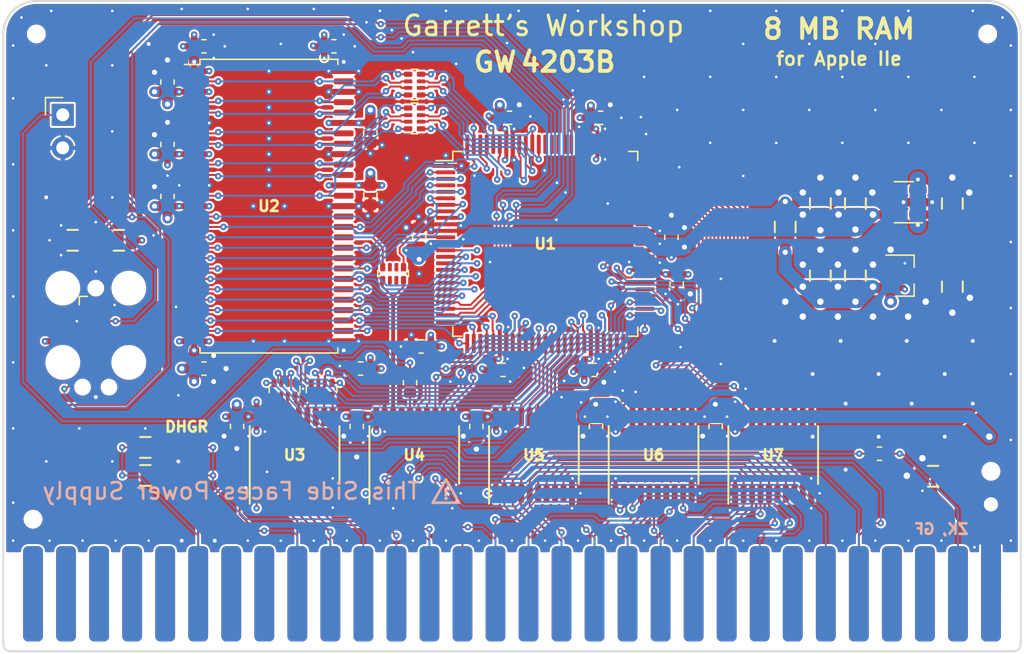
<source format=kicad_pcb>
(kicad_pcb (version 20171130) (host pcbnew "(5.1.5-0-10_14)")

  (general
    (thickness 1.6)
    (drawings 23)
    (tracks 2279)
    (zones 0)
    (modules 62)
    (nets 176)
  )

  (page A4)
  (title_block
    (title "GW4203B (RAM2E II)")
    (date 2020-12-25)
    (rev 1.3)
    (company "Garrett's Workshop")
  )

  (layers
    (0 F.Cu signal)
    (1 In1.Cu signal)
    (2 In2.Cu signal)
    (31 B.Cu signal)
    (32 B.Adhes user)
    (33 F.Adhes user)
    (34 B.Paste user)
    (35 F.Paste user)
    (36 B.SilkS user)
    (37 F.SilkS user)
    (38 B.Mask user)
    (39 F.Mask user)
    (40 Dwgs.User user)
    (41 Cmts.User user)
    (42 Eco1.User user)
    (43 Eco2.User user)
    (44 Edge.Cuts user)
    (45 Margin user)
    (46 B.CrtYd user)
    (47 F.CrtYd user)
    (48 B.Fab user)
    (49 F.Fab user)
  )

  (setup
    (last_trace_width 0.15)
    (user_trace_width 0.2)
    (user_trace_width 0.25)
    (user_trace_width 0.3)
    (user_trace_width 0.35)
    (user_trace_width 0.4)
    (user_trace_width 0.45)
    (user_trace_width 0.5)
    (user_trace_width 0.6)
    (user_trace_width 0.65)
    (user_trace_width 0.8)
    (user_trace_width 1)
    (user_trace_width 1.27)
    (user_trace_width 1.524)
    (trace_clearance 0.15)
    (zone_clearance 0.154)
    (zone_45_only no)
    (trace_min 0.15)
    (via_size 0.5)
    (via_drill 0.2)
    (via_min_size 0.5)
    (via_min_drill 0.2)
    (user_via 0.6 0.3)
    (user_via 0.8 0.4)
    (user_via 1 0.5)
    (user_via 1.524 0.762)
    (uvia_size 0.3)
    (uvia_drill 0.1)
    (uvias_allowed no)
    (uvia_min_size 0.2)
    (uvia_min_drill 0.1)
    (edge_width 0.15)
    (segment_width 0.1524)
    (pcb_text_width 0.3)
    (pcb_text_size 1.5 1.5)
    (mod_edge_width 0.15)
    (mod_text_size 1 1)
    (mod_text_width 0.15)
    (pad_size 0.7 0.95)
    (pad_drill 0)
    (pad_to_mask_clearance 0.05)
    (solder_mask_min_width 0.1)
    (pad_to_paste_clearance -0.0381)
    (aux_axis_origin 0 0)
    (visible_elements FFFFFF7F)
    (pcbplotparams
      (layerselection 0x010f8_ffffffff)
      (usegerberextensions true)
      (usegerberattributes false)
      (usegerberadvancedattributes false)
      (creategerberjobfile false)
      (excludeedgelayer true)
      (linewidth 0.100000)
      (plotframeref false)
      (viasonmask false)
      (mode 1)
      (useauxorigin false)
      (hpglpennumber 1)
      (hpglpenspeed 20)
      (hpglpendiameter 15.000000)
      (psnegative false)
      (psa4output false)
      (plotreference true)
      (plotvalue true)
      (plotinvisibletext false)
      (padsonsilk false)
      (subtractmaskfromsilk true)
      (outputformat 1)
      (mirror false)
      (drillshape 0)
      (scaleselection 1)
      (outputdirectory "gerber/"))
  )

  (net 0 "")
  (net 1 +5V)
  (net 2 GND)
  (net 3 /Vid7M)
  (net 4 /~SYNC~)
  (net 5 /~PRAS~)
  (net 6 /VC)
  (net 7 /~C07X~)
  (net 8 /~WNDW~)
  (net 9 /SEGA)
  (net 10 /ROMEN1)
  (net 11 /ROMEN2)
  (net 12 /MD7)
  (net 13 /MD6)
  (net 14 /MD5)
  (net 15 /MD4)
  (net 16 /PHI0)
  (net 17 /~CLRGAT~)
  (net 18 /~80VID~)
  (net 19 /~PCAS~)
  (net 20 /~LDPS~)
  (net 21 /R~W~80)
  (net 22 /PHI1)
  (net 23 /~CASEN~)
  (net 24 /MD3)
  (net 25 /MD2)
  (net 26 /MD1)
  (net 27 /MD0)
  (net 28 /H0)
  (net 29 /AN3)
  (net 30 /~EN80~)
  (net 31 /~ALTVID~)
  (net 32 /~SEROUT~)
  (net 33 /~ENVID~)
  (net 34 /R~W~)
  (net 35 /Q3)
  (net 36 /SEGB)
  (net 37 /~RA9~)
  (net 38 /~RA10~)
  (net 39 /GR)
  (net 40 /~ENTMG~)
  (net 41 /MA6)
  (net 42 /MA5)
  (net 43 /MA4)
  (net 44 /MA3)
  (net 45 /MA2)
  (net 46 /MA1)
  (net 47 /MA0)
  (net 48 /MA7)
  (net 49 /C7M)
  (net 50 /C14M)
  (net 51 /C3M58)
  (net 52 /VD0)
  (net 53 /VD1)
  (net 54 /VD2)
  (net 55 /VD3)
  (net 56 /VD4)
  (net 57 /VD5)
  (net 58 /VD6)
  (net 59 /VD7)
  (net 60 +3V3)
  (net 61 /TDI)
  (net 62 "Net-(J2-Pad8)")
  (net 63 "Net-(J2-Pad7)")
  (net 64 "Net-(J2-Pad6)")
  (net 65 /TMS)
  (net 66 /TDO)
  (net 67 /TCK)
  (net 68 /RD5)
  (net 69 /RD4)
  (net 70 /RD3)
  (net 71 /RD2)
  (net 72 /RD7)
  (net 73 /RD6)
  (net 74 /RD0)
  (net 75 /RD1)
  (net 76 /DQMH)
  (net 77 /~WE~)
  (net 78 /~CAS~)
  (net 79 /CKE)
  (net 80 /~RAS~)
  (net 81 /BA0)
  (net 82 /RA11)
  (net 83 /~CS~)
  (net 84 /BA1)
  (net 85 /RA9)
  (net 86 /RA10)
  (net 87 /RA8)
  (net 88 /RA0)
  (net 89 /RA7)
  (net 90 /RA1)
  (net 91 /RA6)
  (net 92 /RA4)
  (net 93 /RA3)
  (net 94 /~EN80~in)
  (net 95 /RA5)
  (net 96 /RA2)
  (net 97 /R~W~80in)
  (net 98 /Ain5)
  (net 99 /PHI1in)
  (net 100 /Ain6)
  (net 101 "Net-(U1-Pad61)")
  (net 102 "Net-(U1-Pad66)")
  (net 103 "Net-(U1-Pad78)")
  (net 104 "Net-(U1-Pad81)")
  (net 105 /DQML)
  (net 106 /~C07X~in)
  (net 107 /R~W~in)
  (net 108 /Ain0)
  (net 109 /Ain1)
  (net 110 /Ain2)
  (net 111 /Ain3)
  (net 112 /Ain4)
  (net 113 /Ain7)
  (net 114 /Din0)
  (net 115 /Din1)
  (net 116 /Din2)
  (net 117 /Din3)
  (net 118 /Din4)
  (net 119 /Din5)
  (net 120 /Din6)
  (net 121 /Din7)
  (net 122 /V~OE~)
  (net 123 /Vout7)
  (net 124 /Vout6)
  (net 125 /Vout5)
  (net 126 /Vout4)
  (net 127 /Vout3)
  (net 128 /Vout2)
  (net 129 /Vout1)
  (net 130 /Vout0)
  (net 131 /D~OE~)
  (net 132 /Dout0)
  (net 133 /Dout1)
  (net 134 /Dout2)
  (net 135 /Dout3)
  (net 136 /Dout4)
  (net 137 /Dout5)
  (net 138 /Dout6)
  (net 139 /Dout7)
  (net 140 /RD1r)
  (net 141 /RD0r)
  (net 142 /RD2r)
  (net 143 /RD3r)
  (net 144 /RD7r)
  (net 145 /RD6r)
  (net 146 /RD4r)
  (net 147 /RD5r)
  (net 148 /RCLK)
  (net 149 /ACLK)
  (net 150 "Net-(RN3-Pad1)")
  (net 151 "Net-(U4-Pad17)")
  (net 152 /~FRCTXT~)
  (net 153 "Net-(U1-Pad88)")
  (net 154 "Net-(U1-Pad87)")
  (net 155 "Net-(U1-Pad86)")
  (net 156 "Net-(RN3-Pad3)")
  (net 157 "Net-(RN3-Pad2)")
  (net 158 "Net-(RN3-Pad7)")
  (net 159 "Net-(RN3-Pad6)")
  (net 160 "Net-(U1-Pad82)")
  (net 161 "Net-(U1-Pad83)")
  (net 162 /~80VID~in)
  (net 163 +1V8)
  (net 164 "Net-(U9-Pad4)")
  (net 165 "Net-(RN4-Pad4)")
  (net 166 "Net-(RN4-Pad2)")
  (net 167 "Net-(RN4-Pad3)")
  (net 168 "Net-(RN4-Pad1)")
  (net 169 "Net-(RN5-Pad1)")
  (net 170 "Net-(RN5-Pad3)")
  (net 171 "Net-(RN5-Pad2)")
  (net 172 "Net-(RN5-Pad4)")
  (net 173 /C14MB)
  (net 174 "Net-(R3-Pad2)")
  (net 175 /C14MR)

  (net_class Default "This is the default net class."
    (clearance 0.15)
    (trace_width 0.15)
    (via_dia 0.5)
    (via_drill 0.2)
    (uvia_dia 0.3)
    (uvia_drill 0.1)
    (add_net +1V8)
    (add_net +3V3)
    (add_net +5V)
    (add_net /ACLK)
    (add_net /AN3)
    (add_net /Ain0)
    (add_net /Ain1)
    (add_net /Ain2)
    (add_net /Ain3)
    (add_net /Ain4)
    (add_net /Ain5)
    (add_net /Ain6)
    (add_net /Ain7)
    (add_net /BA0)
    (add_net /BA1)
    (add_net /C14M)
    (add_net /C14MB)
    (add_net /C14MR)
    (add_net /C3M58)
    (add_net /C7M)
    (add_net /CKE)
    (add_net /DQMH)
    (add_net /DQML)
    (add_net /Din0)
    (add_net /Din1)
    (add_net /Din2)
    (add_net /Din3)
    (add_net /Din4)
    (add_net /Din5)
    (add_net /Din6)
    (add_net /Din7)
    (add_net /Dout0)
    (add_net /Dout1)
    (add_net /Dout2)
    (add_net /Dout3)
    (add_net /Dout4)
    (add_net /Dout5)
    (add_net /Dout6)
    (add_net /Dout7)
    (add_net /D~OE~)
    (add_net /GR)
    (add_net /H0)
    (add_net /MA0)
    (add_net /MA1)
    (add_net /MA2)
    (add_net /MA3)
    (add_net /MA4)
    (add_net /MA5)
    (add_net /MA6)
    (add_net /MA7)
    (add_net /MD0)
    (add_net /MD1)
    (add_net /MD2)
    (add_net /MD3)
    (add_net /MD4)
    (add_net /MD5)
    (add_net /MD6)
    (add_net /MD7)
    (add_net /PHI0)
    (add_net /PHI1)
    (add_net /PHI1in)
    (add_net /Q3)
    (add_net /RA0)
    (add_net /RA1)
    (add_net /RA10)
    (add_net /RA11)
    (add_net /RA2)
    (add_net /RA3)
    (add_net /RA4)
    (add_net /RA5)
    (add_net /RA6)
    (add_net /RA7)
    (add_net /RA8)
    (add_net /RA9)
    (add_net /RCLK)
    (add_net /RD0)
    (add_net /RD0r)
    (add_net /RD1)
    (add_net /RD1r)
    (add_net /RD2)
    (add_net /RD2r)
    (add_net /RD3)
    (add_net /RD3r)
    (add_net /RD4)
    (add_net /RD4r)
    (add_net /RD5)
    (add_net /RD5r)
    (add_net /RD6)
    (add_net /RD6r)
    (add_net /RD7)
    (add_net /RD7r)
    (add_net /ROMEN1)
    (add_net /ROMEN2)
    (add_net /R~W~)
    (add_net /R~W~80)
    (add_net /R~W~80in)
    (add_net /R~W~in)
    (add_net /SEGA)
    (add_net /SEGB)
    (add_net /TCK)
    (add_net /TDI)
    (add_net /TDO)
    (add_net /TMS)
    (add_net /VC)
    (add_net /VD0)
    (add_net /VD1)
    (add_net /VD2)
    (add_net /VD3)
    (add_net /VD4)
    (add_net /VD5)
    (add_net /VD6)
    (add_net /VD7)
    (add_net /Vid7M)
    (add_net /Vout0)
    (add_net /Vout1)
    (add_net /Vout2)
    (add_net /Vout3)
    (add_net /Vout4)
    (add_net /Vout5)
    (add_net /Vout6)
    (add_net /Vout7)
    (add_net /V~OE~)
    (add_net /~80VID~)
    (add_net /~80VID~in)
    (add_net /~ALTVID~)
    (add_net /~C07X~)
    (add_net /~C07X~in)
    (add_net /~CASEN~)
    (add_net /~CAS~)
    (add_net /~CLRGAT~)
    (add_net /~CS~)
    (add_net /~EN80~)
    (add_net /~EN80~in)
    (add_net /~ENTMG~)
    (add_net /~ENVID~)
    (add_net /~FRCTXT~)
    (add_net /~LDPS~)
    (add_net /~PCAS~)
    (add_net /~PRAS~)
    (add_net /~RA10~)
    (add_net /~RA9~)
    (add_net /~RAS~)
    (add_net /~SEROUT~)
    (add_net /~SYNC~)
    (add_net /~WE~)
    (add_net /~WNDW~)
    (add_net GND)
    (add_net "Net-(J2-Pad6)")
    (add_net "Net-(J2-Pad7)")
    (add_net "Net-(J2-Pad8)")
    (add_net "Net-(R3-Pad2)")
    (add_net "Net-(RN3-Pad1)")
    (add_net "Net-(RN3-Pad2)")
    (add_net "Net-(RN3-Pad3)")
    (add_net "Net-(RN3-Pad6)")
    (add_net "Net-(RN3-Pad7)")
    (add_net "Net-(RN4-Pad1)")
    (add_net "Net-(RN4-Pad2)")
    (add_net "Net-(RN4-Pad3)")
    (add_net "Net-(RN4-Pad4)")
    (add_net "Net-(RN5-Pad1)")
    (add_net "Net-(RN5-Pad2)")
    (add_net "Net-(RN5-Pad3)")
    (add_net "Net-(RN5-Pad4)")
    (add_net "Net-(U1-Pad61)")
    (add_net "Net-(U1-Pad66)")
    (add_net "Net-(U1-Pad78)")
    (add_net "Net-(U1-Pad81)")
    (add_net "Net-(U1-Pad82)")
    (add_net "Net-(U1-Pad83)")
    (add_net "Net-(U1-Pad86)")
    (add_net "Net-(U1-Pad87)")
    (add_net "Net-(U1-Pad88)")
    (add_net "Net-(U4-Pad17)")
    (add_net "Net-(U9-Pad4)")
  )

  (module stdpads:R_0805 (layer F.Cu) (tedit 5F027DD1) (tstamp 5F5D9271)
    (at 258.5 107.05 90)
    (tags resistor)
    (path /5FA85B84)
    (solder_mask_margin 0.05)
    (solder_paste_margin -0.025)
    (attr smd)
    (fp_text reference R1 (at 0 0 90) (layer F.Fab)
      (effects (font (size 0.254 0.254) (thickness 0.0635)))
    )
    (fp_text value 0 (at 0 0.35 90) (layer F.Fab)
      (effects (font (size 0.254 0.254) (thickness 0.0635)))
    )
    (fp_text user %R (at 0 0 270) (layer F.SilkS) hide
      (effects (font (size 0.254 0.254) (thickness 0.0635)))
    )
    (fp_line (start 1.7 1) (end -1.7 1) (layer F.CrtYd) (width 0.05))
    (fp_line (start 1.7 -1) (end 1.7 1) (layer F.CrtYd) (width 0.05))
    (fp_line (start -1.7 -1) (end 1.7 -1) (layer F.CrtYd) (width 0.05))
    (fp_line (start -1.7 1) (end -1.7 -1) (layer F.CrtYd) (width 0.05))
    (fp_line (start -0.4064 0.8) (end 0.4064 0.8) (layer F.SilkS) (width 0.1524))
    (fp_line (start -0.4064 -0.8) (end 0.4064 -0.8) (layer F.SilkS) (width 0.1524))
    (fp_line (start 1 0.625) (end -1 0.625) (layer F.Fab) (width 0.1))
    (fp_line (start 1 -0.625) (end 1 0.625) (layer F.Fab) (width 0.1))
    (fp_line (start -1 -0.625) (end 1 -0.625) (layer F.Fab) (width 0.1))
    (fp_line (start -1 0.625) (end -1 -0.625) (layer F.Fab) (width 0.1))
    (pad 2 smd roundrect (at 0.95 0 90) (size 0.85 1.4) (layers F.Cu F.Paste F.Mask) (roundrect_rratio 0.25)
      (net 163 +1V8))
    (pad 1 smd roundrect (at -0.95 0 90) (size 0.85 1.4) (layers F.Cu F.Paste F.Mask) (roundrect_rratio 0.25)
      (net 60 +3V3))
    (model ${KISYS3DMOD}/Resistor_SMD.3dshapes/R_0805_2012Metric.wrl
      (at (xyz 0 0 0))
      (scale (xyz 1 1 1))
      (rotate (xyz 0 0 0))
    )
  )

  (module Connector_PinHeader_2.54mm:PinHeader_1x02_P2.54mm_Vertical (layer F.Cu) (tedit 5FDA6163) (tstamp 5FE16B9E)
    (at 202.946 98.425)
    (descr "Through hole straight pin header, 1x02, 2.54mm pitch, single row")
    (tags "Through hole pin header THT 1x02 2.54mm single row")
    (path /608879CA)
    (fp_text reference J3 (at 0 -2.33) (layer F.SilkS) hide
      (effects (font (size 1 1) (thickness 0.15)))
    )
    (fp_text value C14M (at 0 5.08) (layer F.Fab)
      (effects (font (size 0.8128 0.8128) (thickness 0.2032)))
    )
    (fp_text user %R (at 0 1.27 90) (layer F.Fab)
      (effects (font (size 1 1) (thickness 0.15)))
    )
    (fp_line (start 1.8 -1.8) (end -1.8 -1.8) (layer F.CrtYd) (width 0.05))
    (fp_line (start 1.8 4.35) (end 1.8 -1.8) (layer F.CrtYd) (width 0.05))
    (fp_line (start -1.8 4.35) (end 1.8 4.35) (layer F.CrtYd) (width 0.05))
    (fp_line (start -1.8 -1.8) (end -1.8 4.35) (layer F.CrtYd) (width 0.05))
    (fp_line (start -1.33 -1.33) (end 0 -1.33) (layer F.SilkS) (width 0.12))
    (fp_line (start -1.33 0) (end -1.33 -1.33) (layer F.SilkS) (width 0.12))
    (fp_line (start -1.27 -0.635) (end -0.635 -1.27) (layer F.Fab) (width 0.1))
    (fp_line (start -1.27 3.81) (end -1.27 -0.635) (layer F.Fab) (width 0.1))
    (fp_line (start 1.27 3.81) (end -1.27 3.81) (layer F.Fab) (width 0.1))
    (fp_line (start 1.27 -1.27) (end 1.27 3.81) (layer F.Fab) (width 0.1))
    (fp_line (start -0.635 -1.27) (end 1.27 -1.27) (layer F.Fab) (width 0.1))
    (pad 2 thru_hole oval (at 0 2.54) (size 1.7 1.7) (drill 1) (layers *.Cu *.Mask)
      (net 2 GND))
    (pad 1 thru_hole rect (at 0 0) (size 1.7 1.7) (drill 1) (layers *.Cu *.Mask)
      (net 173 /C14MB))
  )

  (module stdpads:SOT-23-5 (layer F.Cu) (tedit 5F627B8F) (tstamp 5F5BBF24)
    (at 267.65 105.15)
    (tags SOT-23-5)
    (path /5F6DD402)
    (solder_mask_margin 0.05)
    (solder_paste_margin -0.05)
    (attr smd)
    (fp_text reference U9 (at 0 0 270) (layer F.Fab)
      (effects (font (size 0.381 0.381) (thickness 0.09525)))
    )
    (fp_text value DNP (at -0.4 0 270) (layer F.Fab)
      (effects (font (size 0.127 0.127) (thickness 0.03175)))
    )
    (fp_line (start 0.7 0.95) (end 0.7 -1.5) (layer F.Fab) (width 0.1))
    (fp_line (start 0.15 1.52) (end -0.7 1.52) (layer F.Fab) (width 0.1))
    (fp_line (start 0.7 0.95) (end 0.15 1.52) (layer F.Fab) (width 0.1))
    (fp_line (start -0.7 1.52) (end -0.7 -1.52) (layer F.Fab) (width 0.1))
    (fp_line (start 0.7 -1.52) (end -0.7 -1.52) (layer F.Fab) (width 0.1))
    (fp_line (start 2 1.8) (end -2 1.8) (layer F.CrtYd) (width 0.05))
    (fp_line (start -2 1.8) (end -2 -1.8) (layer F.CrtYd) (width 0.05))
    (fp_line (start -2 -1.8) (end 2 -1.8) (layer F.CrtYd) (width 0.05))
    (fp_line (start 2 -1.8) (end 2 1.8) (layer F.CrtYd) (width 0.05))
    (fp_line (start -0.76 1.58) (end 1.4 1.58) (layer F.SilkS) (width 0.12))
    (fp_line (start -0.76 -1.58) (end 0.7 -1.58) (layer F.SilkS) (width 0.12))
    (pad 1 smd roundrect (at 1.05 0.95 180) (size 1.35 0.65) (layers F.Cu F.Paste F.Mask) (roundrect_rratio 0.25)
      (net 1 +5V))
    (pad 3 smd roundrect (at 1.05 -0.95 180) (size 1.35 0.65) (layers F.Cu F.Paste F.Mask) (roundrect_rratio 0.25)
      (net 1 +5V))
    (pad 2 smd roundrect (at 1.05 0 180) (size 1.35 0.65) (layers F.Cu F.Paste F.Mask) (roundrect_rratio 0.25)
      (net 2 GND))
    (pad 5 smd roundrect (at -1.05 0.95 180) (size 1.35 0.65) (layers F.Cu F.Paste F.Mask) (roundrect_rratio 0.25)
      (net 163 +1V8))
    (pad 4 smd roundrect (at -1.05 -0.95 180) (size 1.35 0.65) (layers F.Cu F.Paste F.Mask) (roundrect_rratio 0.25)
      (net 164 "Net-(U9-Pad4)"))
  )

  (module stdpads:R_0603 (layer F.Cu) (tedit 5FDA5E59) (tstamp 5FE1FC62)
    (at 265.75 124.5)
    (tags resistor)
    (path /6088A353)
    (solder_mask_margin 0.05)
    (solder_paste_margin -0.05)
    (attr smd)
    (fp_text reference R2 (at 0 0) (layer F.Fab)
      (effects (font (size 0.254 0.254) (thickness 0.0635)))
    )
    (fp_text value 47 (at 0 0.25) (layer F.Fab)
      (effects (font (size 0.127 0.127) (thickness 0.03175)))
    )
    (fp_text user %R (at 0 0) (layer F.SilkS) hide
      (effects (font (size 0.254 0.254) (thickness 0.0635)))
    )
    (fp_line (start 1.4 0.7) (end -1.4 0.7) (layer F.CrtYd) (width 0.05))
    (fp_line (start 1.4 -0.7) (end 1.4 0.7) (layer F.CrtYd) (width 0.05))
    (fp_line (start -1.4 -0.7) (end 1.4 -0.7) (layer F.CrtYd) (width 0.05))
    (fp_line (start -1.4 0.7) (end -1.4 -0.7) (layer F.CrtYd) (width 0.05))
    (fp_line (start -0.162779 0.51) (end 0.162779 0.51) (layer F.SilkS) (width 0.12))
    (fp_line (start -0.162779 -0.51) (end 0.162779 -0.51) (layer F.SilkS) (width 0.12))
    (fp_line (start 0.8 0.4) (end -0.8 0.4) (layer F.Fab) (width 0.1))
    (fp_line (start 0.8 -0.4) (end 0.8 0.4) (layer F.Fab) (width 0.1))
    (fp_line (start -0.8 -0.4) (end 0.8 -0.4) (layer F.Fab) (width 0.1))
    (fp_line (start -0.8 0.4) (end -0.8 -0.4) (layer F.Fab) (width 0.1))
    (pad 2 smd roundrect (at 0.8 0) (size 0.7 0.95) (layers F.Cu F.Paste F.Mask) (roundrect_rratio 0.25)
      (net 50 /C14M))
    (pad 1 smd roundrect (at -0.8 0) (size 0.7 0.95) (layers F.Cu F.Paste F.Mask) (roundrect_rratio 0.25)
      (net 175 /C14MR))
    (model ${KISYS3DMOD}/Resistor_SMD.3dshapes/R_0603_1608Metric.wrl
      (at (xyz 0 0 0))
      (scale (xyz 1 1 1))
      (rotate (xyz 0 0 0))
    )
  )

  (module stdpads:R_0603 (layer F.Cu) (tedit 5FDA5A0F) (tstamp 5FE0CAB4)
    (at 229.65 119.05 270)
    (tags resistor)
    (path /6081D682)
    (solder_mask_margin 0.05)
    (solder_paste_margin -0.05)
    (attr smd)
    (fp_text reference R3 (at 0 0 90) (layer F.Fab)
      (effects (font (size 0.254 0.254) (thickness 0.0635)))
    )
    (fp_text value 47 (at 0 0.25 90) (layer F.Fab)
      (effects (font (size 0.127 0.127) (thickness 0.03175)))
    )
    (fp_line (start -0.8 0.4) (end -0.8 -0.4) (layer F.Fab) (width 0.1))
    (fp_line (start -0.8 -0.4) (end 0.8 -0.4) (layer F.Fab) (width 0.1))
    (fp_line (start 0.8 -0.4) (end 0.8 0.4) (layer F.Fab) (width 0.1))
    (fp_line (start 0.8 0.4) (end -0.8 0.4) (layer F.Fab) (width 0.1))
    (fp_line (start -0.162779 -0.51) (end 0.162779 -0.51) (layer F.SilkS) (width 0.12))
    (fp_line (start -0.162779 0.51) (end 0.162779 0.51) (layer F.SilkS) (width 0.12))
    (fp_line (start -1.4 0.7) (end -1.4 -0.7) (layer F.CrtYd) (width 0.05))
    (fp_line (start -1.4 -0.7) (end 1.4 -0.7) (layer F.CrtYd) (width 0.05))
    (fp_line (start 1.4 -0.7) (end 1.4 0.7) (layer F.CrtYd) (width 0.05))
    (fp_line (start 1.4 0.7) (end -1.4 0.7) (layer F.CrtYd) (width 0.05))
    (fp_text user %R (at 0 0 90) (layer F.SilkS) hide
      (effects (font (size 0.254 0.254) (thickness 0.0635)))
    )
    (pad 1 smd roundrect (at -0.8 0 270) (size 0.7 0.95) (layers F.Cu F.Paste F.Mask) (roundrect_rratio 0.25)
      (net 173 /C14MB))
    (pad 2 smd roundrect (at 0.8 0 270) (size 0.7 0.95) (layers F.Cu F.Paste F.Mask) (roundrect_rratio 0.25)
      (net 174 "Net-(R3-Pad2)"))
    (model ${KISYS3DMOD}/Resistor_SMD.3dshapes/R_0603_1608Metric.wrl
      (at (xyz 0 0 0))
      (scale (xyz 1 1 1))
      (rotate (xyz 0 0 0))
    )
  )

  (module stdpads:TQFP-100_14x14mm_P0.5mm (layer F.Cu) (tedit 5F73975E) (tstamp 5E7F8776)
    (at 240.05 108.35 270)
    (descr "TQFP, 100 Pin (http://www.microsemi.com/index.php?option=com_docman&task=doc_download&gid=131095), generated with kicad-footprint-generator ipc_gullwing_generator.py")
    (tags "TQFP QFP")
    (path /5EF407E5)
    (solder_mask_margin 0.024)
    (solder_paste_margin -0.035)
    (attr smd)
    (fp_text reference U1 (at 0 0) (layer F.Fab)
      (effects (font (size 0.8128 0.8128) (thickness 0.2032)))
    )
    (fp_text value EPM240T100C5N (at 1.25 0) (layer F.Fab)
      (effects (font (size 0.8128 0.8128) (thickness 0.2032)))
    )
    (fp_line (start 7.11 -6.41) (end 7.11 -7.11) (layer F.SilkS) (width 0.12))
    (fp_line (start 7.11 -7.11) (end 6.41 -7.11) (layer F.SilkS) (width 0.12))
    (fp_line (start 7.11 6.41) (end 7.11 7.11) (layer F.SilkS) (width 0.12))
    (fp_line (start 7.11 7.11) (end 6.41 7.11) (layer F.SilkS) (width 0.12))
    (fp_line (start -7.11 -6.41) (end -7.11 -7.11) (layer F.SilkS) (width 0.12))
    (fp_line (start -7.11 -7.11) (end -6.41 -7.11) (layer F.SilkS) (width 0.12))
    (fp_line (start -7.11 6.41) (end -7.11 7.11) (layer F.SilkS) (width 0.12))
    (fp_line (start -7.11 7.11) (end -6.41 7.11) (layer F.SilkS) (width 0.12))
    (fp_line (start -6.41 7.11) (end -6.41 8.4) (layer F.SilkS) (width 0.12))
    (fp_line (start -7 6) (end -7 -7) (layer F.Fab) (width 0.1))
    (fp_line (start -7 -7) (end 7 -7) (layer F.Fab) (width 0.1))
    (fp_line (start 7 -7) (end 7 7) (layer F.Fab) (width 0.1))
    (fp_line (start 7 7) (end -6 7) (layer F.Fab) (width 0.1))
    (fp_line (start -6 7) (end -7 6) (layer F.Fab) (width 0.1))
    (fp_line (start -8.65 0) (end -8.65 6.4) (layer F.CrtYd) (width 0.05))
    (fp_line (start -8.65 6.4) (end -7.25 6.4) (layer F.CrtYd) (width 0.05))
    (fp_line (start -7.25 6.4) (end -7.25 7.25) (layer F.CrtYd) (width 0.05))
    (fp_line (start -7.25 7.25) (end -6.4 7.25) (layer F.CrtYd) (width 0.05))
    (fp_line (start -6.4 7.25) (end -6.4 8.65) (layer F.CrtYd) (width 0.05))
    (fp_line (start -6.4 8.65) (end 0 8.65) (layer F.CrtYd) (width 0.05))
    (fp_line (start -8.65 0) (end -8.65 -6.4) (layer F.CrtYd) (width 0.05))
    (fp_line (start -8.65 -6.4) (end -7.25 -6.4) (layer F.CrtYd) (width 0.05))
    (fp_line (start -7.25 -6.4) (end -7.25 -7.25) (layer F.CrtYd) (width 0.05))
    (fp_line (start -7.25 -7.25) (end -6.4 -7.25) (layer F.CrtYd) (width 0.05))
    (fp_line (start -6.4 -7.25) (end -6.4 -8.65) (layer F.CrtYd) (width 0.05))
    (fp_line (start -6.4 -8.65) (end 0 -8.65) (layer F.CrtYd) (width 0.05))
    (fp_line (start 8.65 0) (end 8.65 6.4) (layer F.CrtYd) (width 0.05))
    (fp_line (start 8.65 6.4) (end 7.25 6.4) (layer F.CrtYd) (width 0.05))
    (fp_line (start 7.25 6.4) (end 7.25 7.25) (layer F.CrtYd) (width 0.05))
    (fp_line (start 7.25 7.25) (end 6.4 7.25) (layer F.CrtYd) (width 0.05))
    (fp_line (start 6.4 7.25) (end 6.4 8.65) (layer F.CrtYd) (width 0.05))
    (fp_line (start 6.4 8.65) (end 0 8.65) (layer F.CrtYd) (width 0.05))
    (fp_line (start 8.65 0) (end 8.65 -6.4) (layer F.CrtYd) (width 0.05))
    (fp_line (start 8.65 -6.4) (end 7.25 -6.4) (layer F.CrtYd) (width 0.05))
    (fp_line (start 7.25 -6.4) (end 7.25 -7.25) (layer F.CrtYd) (width 0.05))
    (fp_line (start 7.25 -7.25) (end 6.4 -7.25) (layer F.CrtYd) (width 0.05))
    (fp_line (start 6.4 -7.25) (end 6.4 -8.65) (layer F.CrtYd) (width 0.05))
    (fp_line (start 6.4 -8.65) (end 0 -8.65) (layer F.CrtYd) (width 0.05))
    (fp_text user %R (at 0 0) (layer F.SilkS)
      (effects (font (size 0.8128 0.8128) (thickness 0.2032)))
    )
    (pad 1 smd roundrect (at -6 7.6625) (size 1.475 0.3) (layers F.Cu F.Paste F.Mask) (roundrect_rratio 0.25)
      (net 2 GND))
    (pad 2 smd roundrect (at -5.5 7.6625) (size 1.475 0.3) (layers F.Cu F.Paste F.Mask) (roundrect_rratio 0.25)
      (net 77 /~WE~))
    (pad 3 smd roundrect (at -5 7.6625) (size 1.475 0.3) (layers F.Cu F.Paste F.Mask) (roundrect_rratio 0.25)
      (net 78 /~CAS~))
    (pad 4 smd roundrect (at -4.5 7.6625) (size 1.475 0.3) (layers F.Cu F.Paste F.Mask) (roundrect_rratio 0.25)
      (net 79 /CKE))
    (pad 5 smd roundrect (at -4 7.6625) (size 1.475 0.3) (layers F.Cu F.Paste F.Mask) (roundrect_rratio 0.25)
      (net 80 /~RAS~))
    (pad 6 smd roundrect (at -3.5 7.6625) (size 1.475 0.3) (layers F.Cu F.Paste F.Mask) (roundrect_rratio 0.25)
      (net 81 /BA0))
    (pad 7 smd roundrect (at -3 7.6625) (size 1.475 0.3) (layers F.Cu F.Paste F.Mask) (roundrect_rratio 0.25)
      (net 82 /RA11))
    (pad 8 smd roundrect (at -2.5 7.6625) (size 1.475 0.3) (layers F.Cu F.Paste F.Mask) (roundrect_rratio 0.25)
      (net 83 /~CS~))
    (pad 9 smd roundrect (at -2 7.6625) (size 1.475 0.3) (layers F.Cu F.Paste F.Mask) (roundrect_rratio 0.25)
      (net 60 +3V3))
    (pad 10 smd roundrect (at -1.5 7.6625) (size 1.475 0.3) (layers F.Cu F.Paste F.Mask) (roundrect_rratio 0.25)
      (net 2 GND))
    (pad 11 smd roundrect (at -1 7.6625) (size 1.475 0.3) (layers F.Cu F.Paste F.Mask) (roundrect_rratio 0.25)
      (net 2 GND))
    (pad 12 smd roundrect (at -0.5 7.6625) (size 1.475 0.3) (layers F.Cu F.Paste F.Mask) (roundrect_rratio 0.25)
      (net 149 /ACLK))
    (pad 13 smd roundrect (at 0 7.6625) (size 1.475 0.3) (layers F.Cu F.Paste F.Mask) (roundrect_rratio 0.25)
      (net 163 +1V8))
    (pad 14 smd roundrect (at 0.5 7.6625) (size 1.475 0.3) (layers F.Cu F.Paste F.Mask) (roundrect_rratio 0.25)
      (net 84 /BA1))
    (pad 15 smd roundrect (at 1 7.6625) (size 1.475 0.3) (layers F.Cu F.Paste F.Mask) (roundrect_rratio 0.25)
      (net 85 /RA9))
    (pad 16 smd roundrect (at 1.5 7.6625) (size 1.475 0.3) (layers F.Cu F.Paste F.Mask) (roundrect_rratio 0.25)
      (net 86 /RA10))
    (pad 17 smd roundrect (at 2 7.6625) (size 1.475 0.3) (layers F.Cu F.Paste F.Mask) (roundrect_rratio 0.25)
      (net 87 /RA8))
    (pad 18 smd roundrect (at 2.5 7.6625) (size 1.475 0.3) (layers F.Cu F.Paste F.Mask) (roundrect_rratio 0.25)
      (net 88 /RA0))
    (pad 19 smd roundrect (at 3 7.6625) (size 1.475 0.3) (layers F.Cu F.Paste F.Mask) (roundrect_rratio 0.25)
      (net 89 /RA7))
    (pad 20 smd roundrect (at 3.5 7.6625) (size 1.475 0.3) (layers F.Cu F.Paste F.Mask) (roundrect_rratio 0.25)
      (net 90 /RA1))
    (pad 21 smd roundrect (at 4 7.6625) (size 1.475 0.3) (layers F.Cu F.Paste F.Mask) (roundrect_rratio 0.25)
      (net 91 /RA6))
    (pad 22 smd roundrect (at 4.5 7.6625) (size 1.475 0.3) (layers F.Cu F.Paste F.Mask) (roundrect_rratio 0.25)
      (net 65 /TMS))
    (pad 23 smd roundrect (at 5 7.6625) (size 1.475 0.3) (layers F.Cu F.Paste F.Mask) (roundrect_rratio 0.25)
      (net 61 /TDI))
    (pad 24 smd roundrect (at 5.5 7.6625) (size 1.475 0.3) (layers F.Cu F.Paste F.Mask) (roundrect_rratio 0.25)
      (net 67 /TCK))
    (pad 25 smd roundrect (at 6 7.6625) (size 1.475 0.3) (layers F.Cu F.Paste F.Mask) (roundrect_rratio 0.25)
      (net 66 /TDO))
    (pad 26 smd roundrect (at 7.6625 6) (size 0.3 1.475) (layers F.Cu F.Paste F.Mask) (roundrect_rratio 0.25)
      (net 92 /RA4))
    (pad 27 smd roundrect (at 7.6625 5.5) (size 0.3 1.475) (layers F.Cu F.Paste F.Mask) (roundrect_rratio 0.25)
      (net 93 /RA3))
    (pad 28 smd roundrect (at 7.6625 5) (size 0.3 1.475) (layers F.Cu F.Paste F.Mask) (roundrect_rratio 0.25)
      (net 94 /~EN80~in))
    (pad 29 smd roundrect (at 7.6625 4.5) (size 0.3 1.475) (layers F.Cu F.Paste F.Mask) (roundrect_rratio 0.25)
      (net 95 /RA5))
    (pad 30 smd roundrect (at 7.6625 4) (size 0.3 1.475) (layers F.Cu F.Paste F.Mask) (roundrect_rratio 0.25)
      (net 96 /RA2))
    (pad 31 smd roundrect (at 7.6625 3.5) (size 0.3 1.475) (layers F.Cu F.Paste F.Mask) (roundrect_rratio 0.25)
      (net 60 +3V3))
    (pad 32 smd roundrect (at 7.6625 3) (size 0.3 1.475) (layers F.Cu F.Paste F.Mask) (roundrect_rratio 0.25)
      (net 2 GND))
    (pad 33 smd roundrect (at 7.6625 2.5) (size 0.3 1.475) (layers F.Cu F.Paste F.Mask) (roundrect_rratio 0.25)
      (net 97 /R~W~80in))
    (pad 34 smd roundrect (at 7.6625 2) (size 0.3 1.475) (layers F.Cu F.Paste F.Mask) (roundrect_rratio 0.25)
      (net 98 /Ain5))
    (pad 35 smd roundrect (at 7.6625 1.5) (size 0.3 1.475) (layers F.Cu F.Paste F.Mask) (roundrect_rratio 0.25)
      (net 121 /Din7))
    (pad 36 smd roundrect (at 7.6625 1) (size 0.3 1.475) (layers F.Cu F.Paste F.Mask) (roundrect_rratio 0.25)
      (net 120 /Din6))
    (pad 37 smd roundrect (at 7.6625 0.5) (size 0.3 1.475) (layers F.Cu F.Paste F.Mask) (roundrect_rratio 0.25)
      (net 99 /PHI1in))
    (pad 38 smd roundrect (at 7.6625 0) (size 0.3 1.475) (layers F.Cu F.Paste F.Mask) (roundrect_rratio 0.25)
      (net 114 /Din0))
    (pad 39 smd roundrect (at 7.6625 -0.5) (size 0.3 1.475) (layers F.Cu F.Paste F.Mask) (roundrect_rratio 0.25)
      (net 100 /Ain6))
    (pad 40 smd roundrect (at 7.6625 -1) (size 0.3 1.475) (layers F.Cu F.Paste F.Mask) (roundrect_rratio 0.25)
      (net 115 /Din1))
    (pad 41 smd roundrect (at 7.6625 -1.5) (size 0.3 1.475) (layers F.Cu F.Paste F.Mask) (roundrect_rratio 0.25)
      (net 117 /Din3))
    (pad 42 smd roundrect (at 7.6625 -2) (size 0.3 1.475) (layers F.Cu F.Paste F.Mask) (roundrect_rratio 0.25)
      (net 116 /Din2))
    (pad 43 smd roundrect (at 7.6625 -2.5) (size 0.3 1.475) (layers F.Cu F.Paste F.Mask) (roundrect_rratio 0.25)
      (net 110 /Ain2))
    (pad 44 smd roundrect (at 7.6625 -3) (size 0.3 1.475) (layers F.Cu F.Paste F.Mask) (roundrect_rratio 0.25)
      (net 112 /Ain4))
    (pad 45 smd roundrect (at 7.6625 -3.5) (size 0.3 1.475) (layers F.Cu F.Paste F.Mask) (roundrect_rratio 0.25)
      (net 60 +3V3))
    (pad 46 smd roundrect (at 7.6625 -4) (size 0.3 1.475) (layers F.Cu F.Paste F.Mask) (roundrect_rratio 0.25)
      (net 2 GND))
    (pad 47 smd roundrect (at 7.6625 -4.5) (size 0.3 1.475) (layers F.Cu F.Paste F.Mask) (roundrect_rratio 0.25)
      (net 111 /Ain3))
    (pad 48 smd roundrect (at 7.6625 -5) (size 0.3 1.475) (layers F.Cu F.Paste F.Mask) (roundrect_rratio 0.25)
      (net 118 /Din4))
    (pad 49 smd roundrect (at 7.6625 -5.5) (size 0.3 1.475) (layers F.Cu F.Paste F.Mask) (roundrect_rratio 0.25)
      (net 119 /Din5))
    (pad 50 smd roundrect (at 7.6625 -6) (size 0.3 1.475) (layers F.Cu F.Paste F.Mask) (roundrect_rratio 0.25)
      (net 122 /V~OE~))
    (pad 51 smd roundrect (at 6 -7.6625) (size 1.475 0.3) (layers F.Cu F.Paste F.Mask) (roundrect_rratio 0.25)
      (net 107 /R~W~in))
    (pad 52 smd roundrect (at 5.5 -7.6625) (size 1.475 0.3) (layers F.Cu F.Paste F.Mask) (roundrect_rratio 0.25)
      (net 106 /~C07X~in))
    (pad 53 smd roundrect (at 5 -7.6625) (size 1.475 0.3) (layers F.Cu F.Paste F.Mask) (roundrect_rratio 0.25)
      (net 113 /Ain7))
    (pad 54 smd roundrect (at 4.5 -7.6625) (size 1.475 0.3) (layers F.Cu F.Paste F.Mask) (roundrect_rratio 0.25)
      (net 109 /Ain1))
    (pad 55 smd roundrect (at 4 -7.6625) (size 1.475 0.3) (layers F.Cu F.Paste F.Mask) (roundrect_rratio 0.25)
      (net 131 /D~OE~))
    (pad 56 smd roundrect (at 3.5 -7.6625) (size 1.475 0.3) (layers F.Cu F.Paste F.Mask) (roundrect_rratio 0.25)
      (net 108 /Ain0))
    (pad 57 smd roundrect (at 3 -7.6625) (size 1.475 0.3) (layers F.Cu F.Paste F.Mask) (roundrect_rratio 0.25)
      (net 123 /Vout7))
    (pad 58 smd roundrect (at 2.5 -7.6625) (size 1.475 0.3) (layers F.Cu F.Paste F.Mask) (roundrect_rratio 0.25)
      (net 124 /Vout6))
    (pad 59 smd roundrect (at 2 -7.6625) (size 1.475 0.3) (layers F.Cu F.Paste F.Mask) (roundrect_rratio 0.25)
      (net 60 +3V3))
    (pad 60 smd roundrect (at 1.5 -7.6625) (size 1.475 0.3) (layers F.Cu F.Paste F.Mask) (roundrect_rratio 0.25)
      (net 2 GND))
    (pad 61 smd roundrect (at 1 -7.6625) (size 1.475 0.3) (layers F.Cu F.Paste F.Mask) (roundrect_rratio 0.25)
      (net 101 "Net-(U1-Pad61)"))
    (pad 62 smd roundrect (at 0.5 -7.6625) (size 1.475 0.3) (layers F.Cu F.Paste F.Mask) (roundrect_rratio 0.25)
      (net 127 /Vout3))
    (pad 63 smd roundrect (at 0 -7.6625) (size 1.475 0.3) (layers F.Cu F.Paste F.Mask) (roundrect_rratio 0.25)
      (net 163 +1V8))
    (pad 64 smd roundrect (at -0.5 -7.6625) (size 1.475 0.3) (layers F.Cu F.Paste F.Mask) (roundrect_rratio 0.25)
      (net 162 /~80VID~in))
    (pad 65 smd roundrect (at -1 -7.6625) (size 1.475 0.3) (layers F.Cu F.Paste F.Mask) (roundrect_rratio 0.25)
      (net 2 GND))
    (pad 66 smd roundrect (at -1.5 -7.6625) (size 1.475 0.3) (layers F.Cu F.Paste F.Mask) (roundrect_rratio 0.25)
      (net 102 "Net-(U1-Pad66)"))
    (pad 67 smd roundrect (at -2 -7.6625) (size 1.475 0.3) (layers F.Cu F.Paste F.Mask) (roundrect_rratio 0.25)
      (net 129 /Vout1))
    (pad 68 smd roundrect (at -2.5 -7.6625) (size 1.475 0.3) (layers F.Cu F.Paste F.Mask) (roundrect_rratio 0.25)
      (net 125 /Vout5))
    (pad 69 smd roundrect (at -3 -7.6625) (size 1.475 0.3) (layers F.Cu F.Paste F.Mask) (roundrect_rratio 0.25)
      (net 128 /Vout2))
    (pad 70 smd roundrect (at -3.5 -7.6625) (size 1.475 0.3) (layers F.Cu F.Paste F.Mask) (roundrect_rratio 0.25)
      (net 130 /Vout0))
    (pad 71 smd roundrect (at -4 -7.6625) (size 1.475 0.3) (layers F.Cu F.Paste F.Mask) (roundrect_rratio 0.25)
      (net 126 /Vout4))
    (pad 72 smd roundrect (at -4.5 -7.6625) (size 1.475 0.3) (layers F.Cu F.Paste F.Mask) (roundrect_rratio 0.25)
      (net 137 /Dout5))
    (pad 73 smd roundrect (at -5 -7.6625) (size 1.475 0.3) (layers F.Cu F.Paste F.Mask) (roundrect_rratio 0.25)
      (net 136 /Dout4))
    (pad 74 smd roundrect (at -5.5 -7.6625) (size 1.475 0.3) (layers F.Cu F.Paste F.Mask) (roundrect_rratio 0.25)
      (net 134 /Dout2))
    (pad 75 smd roundrect (at -6 -7.6625) (size 1.475 0.3) (layers F.Cu F.Paste F.Mask) (roundrect_rratio 0.25)
      (net 135 /Dout3))
    (pad 76 smd roundrect (at -7.6625 -6) (size 0.3 1.475) (layers F.Cu F.Paste F.Mask) (roundrect_rratio 0.25)
      (net 133 /Dout1))
    (pad 77 smd roundrect (at -7.6625 -5.5) (size 0.3 1.475) (layers F.Cu F.Paste F.Mask) (roundrect_rratio 0.25)
      (net 132 /Dout0))
    (pad 78 smd roundrect (at -7.6625 -5) (size 0.3 1.475) (layers F.Cu F.Paste F.Mask) (roundrect_rratio 0.25)
      (net 103 "Net-(U1-Pad78)"))
    (pad 79 smd roundrect (at -7.6625 -4.5) (size 0.3 1.475) (layers F.Cu F.Paste F.Mask) (roundrect_rratio 0.25)
      (net 2 GND))
    (pad 80 smd roundrect (at -7.6625 -4) (size 0.3 1.475) (layers F.Cu F.Paste F.Mask) (roundrect_rratio 0.25)
      (net 60 +3V3))
    (pad 81 smd roundrect (at -7.6625 -3.5) (size 0.3 1.475) (layers F.Cu F.Paste F.Mask) (roundrect_rratio 0.25)
      (net 104 "Net-(U1-Pad81)"))
    (pad 82 smd roundrect (at -7.6625 -3) (size 0.3 1.475) (layers F.Cu F.Paste F.Mask) (roundrect_rratio 0.25)
      (net 160 "Net-(U1-Pad82)"))
    (pad 83 smd roundrect (at -7.6625 -2.5) (size 0.3 1.475) (layers F.Cu F.Paste F.Mask) (roundrect_rratio 0.25)
      (net 161 "Net-(U1-Pad83)"))
    (pad 84 smd roundrect (at -7.6625 -2) (size 0.3 1.475) (layers F.Cu F.Paste F.Mask) (roundrect_rratio 0.25)
      (net 138 /Dout6))
    (pad 85 smd roundrect (at -7.6625 -1.5) (size 0.3 1.475) (layers F.Cu F.Paste F.Mask) (roundrect_rratio 0.25)
      (net 139 /Dout7))
    (pad 86 smd roundrect (at -7.6625 -1) (size 0.3 1.475) (layers F.Cu F.Paste F.Mask) (roundrect_rratio 0.25)
      (net 155 "Net-(U1-Pad86)"))
    (pad 87 smd roundrect (at -7.6625 -0.5) (size 0.3 1.475) (layers F.Cu F.Paste F.Mask) (roundrect_rratio 0.25)
      (net 154 "Net-(U1-Pad87)"))
    (pad 88 smd roundrect (at -7.6625 0) (size 0.3 1.475) (layers F.Cu F.Paste F.Mask) (roundrect_rratio 0.25)
      (net 153 "Net-(U1-Pad88)"))
    (pad 89 smd roundrect (at -7.6625 0.5) (size 0.3 1.475) (layers F.Cu F.Paste F.Mask) (roundrect_rratio 0.25)
      (net 143 /RD3r))
    (pad 90 smd roundrect (at -7.6625 1) (size 0.3 1.475) (layers F.Cu F.Paste F.Mask) (roundrect_rratio 0.25)
      (net 140 /RD1r))
    (pad 91 smd roundrect (at -7.6625 1.5) (size 0.3 1.475) (layers F.Cu F.Paste F.Mask) (roundrect_rratio 0.25)
      (net 146 /RD4r))
    (pad 92 smd roundrect (at -7.6625 2) (size 0.3 1.475) (layers F.Cu F.Paste F.Mask) (roundrect_rratio 0.25)
      (net 147 /RD5r))
    (pad 93 smd roundrect (at -7.6625 2.5) (size 0.3 1.475) (layers F.Cu F.Paste F.Mask) (roundrect_rratio 0.25)
      (net 2 GND))
    (pad 94 smd roundrect (at -7.6625 3) (size 0.3 1.475) (layers F.Cu F.Paste F.Mask) (roundrect_rratio 0.25)
      (net 60 +3V3))
    (pad 95 smd roundrect (at -7.6625 3.5) (size 0.3 1.475) (layers F.Cu F.Paste F.Mask) (roundrect_rratio 0.25)
      (net 145 /RD6r))
    (pad 96 smd roundrect (at -7.6625 4) (size 0.3 1.475) (layers F.Cu F.Paste F.Mask) (roundrect_rratio 0.25)
      (net 144 /RD7r))
    (pad 97 smd roundrect (at -7.6625 4.5) (size 0.3 1.475) (layers F.Cu F.Paste F.Mask) (roundrect_rratio 0.25)
      (net 141 /RD0r))
    (pad 98 smd roundrect (at -7.6625 5) (size 0.3 1.475) (layers F.Cu F.Paste F.Mask) (roundrect_rratio 0.25)
      (net 105 /DQML))
    (pad 99 smd roundrect (at -7.6625 5.5) (size 0.3 1.475) (layers F.Cu F.Paste F.Mask) (roundrect_rratio 0.25)
      (net 142 /RD2r))
    (pad 100 smd roundrect (at -7.6625 6) (size 0.3 1.475) (layers F.Cu F.Paste F.Mask) (roundrect_rratio 0.25)
      (net 76 /DQMH))
    (model ${KISYS3DMOD}/Package_QFP.3dshapes/TQFP-100_14x14mm_P0.5mm.wrl
      (at (xyz 0 0 0))
      (scale (xyz 1 1 1))
      (rotate (xyz 0 0 -90))
    )
  )

  (module stdpads:C_0603 (layer F.Cu) (tedit 5E890746) (tstamp 5F653D31)
    (at 225.85 117.95 180)
    (tags capacitor)
    (path /5FB22AB9)
    (attr smd)
    (fp_text reference C25 (at 0 0) (layer F.Fab)
      (effects (font (size 0.254 0.254) (thickness 0.0635)))
    )
    (fp_text value 2u2 (at 0 0.25) (layer F.Fab)
      (effects (font (size 0.127 0.127) (thickness 0.03175)))
    )
    (fp_line (start -0.8 0.4) (end -0.8 -0.4) (layer F.Fab) (width 0.1))
    (fp_line (start -0.8 -0.4) (end 0.8 -0.4) (layer F.Fab) (width 0.1))
    (fp_line (start 0.8 -0.4) (end 0.8 0.4) (layer F.Fab) (width 0.1))
    (fp_line (start 0.8 0.4) (end -0.8 0.4) (layer F.Fab) (width 0.1))
    (fp_line (start -0.162779 -0.51) (end 0.162779 -0.51) (layer F.SilkS) (width 0.12))
    (fp_line (start -0.162779 0.51) (end 0.162779 0.51) (layer F.SilkS) (width 0.12))
    (fp_line (start -1.4 0.7) (end -1.4 -0.7) (layer F.CrtYd) (width 0.05))
    (fp_line (start -1.4 -0.7) (end 1.4 -0.7) (layer F.CrtYd) (width 0.05))
    (fp_line (start 1.4 -0.7) (end 1.4 0.7) (layer F.CrtYd) (width 0.05))
    (fp_line (start 1.4 0.7) (end -1.4 0.7) (layer F.CrtYd) (width 0.05))
    (fp_text user %R (at 0 0) (layer F.SilkS) hide
      (effects (font (size 0.254 0.254) (thickness 0.0635)))
    )
    (pad 1 smd roundrect (at -0.75 0 180) (size 0.85 0.95) (layers F.Cu F.Paste F.Mask) (roundrect_rratio 0.25)
      (net 60 +3V3))
    (pad 2 smd roundrect (at 0.75 0 180) (size 0.85 0.95) (layers F.Cu F.Paste F.Mask) (roundrect_rratio 0.25)
      (net 2 GND))
    (model ${KISYS3DMOD}/Capacitor_SMD.3dshapes/C_0603_1608Metric.wrl
      (at (xyz 0 0 0))
      (scale (xyz 1 1 1))
      (rotate (xyz 0 0 0))
    )
  )

  (module stdpads:C_0603 (layer F.Cu) (tedit 5E890746) (tstamp 5F2C3B04)
    (at 213.8 93.15)
    (tags capacitor)
    (path /5FAE052B)
    (attr smd)
    (fp_text reference C20 (at 0 0) (layer F.Fab)
      (effects (font (size 0.254 0.254) (thickness 0.0635)))
    )
    (fp_text value 2u2 (at 0 0.25) (layer F.Fab)
      (effects (font (size 0.127 0.127) (thickness 0.03175)))
    )
    (fp_text user %R (at 0 0) (layer F.SilkS) hide
      (effects (font (size 0.254 0.254) (thickness 0.0635)))
    )
    (fp_line (start 1.4 0.7) (end -1.4 0.7) (layer F.CrtYd) (width 0.05))
    (fp_line (start 1.4 -0.7) (end 1.4 0.7) (layer F.CrtYd) (width 0.05))
    (fp_line (start -1.4 -0.7) (end 1.4 -0.7) (layer F.CrtYd) (width 0.05))
    (fp_line (start -1.4 0.7) (end -1.4 -0.7) (layer F.CrtYd) (width 0.05))
    (fp_line (start -0.162779 0.51) (end 0.162779 0.51) (layer F.SilkS) (width 0.12))
    (fp_line (start -0.162779 -0.51) (end 0.162779 -0.51) (layer F.SilkS) (width 0.12))
    (fp_line (start 0.8 0.4) (end -0.8 0.4) (layer F.Fab) (width 0.1))
    (fp_line (start 0.8 -0.4) (end 0.8 0.4) (layer F.Fab) (width 0.1))
    (fp_line (start -0.8 -0.4) (end 0.8 -0.4) (layer F.Fab) (width 0.1))
    (fp_line (start -0.8 0.4) (end -0.8 -0.4) (layer F.Fab) (width 0.1))
    (pad 2 smd roundrect (at 0.75 0) (size 0.85 0.95) (layers F.Cu F.Paste F.Mask) (roundrect_rratio 0.25)
      (net 2 GND))
    (pad 1 smd roundrect (at -0.75 0) (size 0.85 0.95) (layers F.Cu F.Paste F.Mask) (roundrect_rratio 0.25)
      (net 60 +3V3))
    (model ${KISYS3DMOD}/Capacitor_SMD.3dshapes/C_0603_1608Metric.wrl
      (at (xyz 0 0 0))
      (scale (xyz 1 1 1))
      (rotate (xyz 0 0 0))
    )
  )

  (module stdpads:SOT-23 (layer F.Cu) (tedit 5F29B98F) (tstamp 5F289F4D)
    (at 267.65 110.8 180)
    (tags SOT-23)
    (path /5F5E8C45)
    (solder_mask_margin 0.05)
    (solder_paste_margin -0.05)
    (attr smd)
    (fp_text reference U8 (at 0 0 270) (layer F.Fab)
      (effects (font (size 0.381 0.381) (thickness 0.09525)))
    )
    (fp_text value XC6206P332MR (at 0.45 0 270) (layer F.Fab)
      (effects (font (size 0.127 0.127) (thickness 0.03175)))
    )
    (fp_line (start 0.7 0.95) (end 0.7 -1.5) (layer F.Fab) (width 0.1))
    (fp_line (start 0.15 1.52) (end -0.7 1.52) (layer F.Fab) (width 0.1))
    (fp_line (start 0.7 0.95) (end 0.15 1.52) (layer F.Fab) (width 0.1))
    (fp_line (start -0.7 1.52) (end -0.7 -1.52) (layer F.Fab) (width 0.1))
    (fp_line (start 0.7 -1.52) (end -0.7 -1.52) (layer F.Fab) (width 0.1))
    (fp_line (start -0.76 -1.58) (end -0.76 -0.65) (layer F.SilkS) (width 0.12))
    (fp_line (start -0.76 1.58) (end -0.76 0.65) (layer F.SilkS) (width 0.12))
    (fp_line (start 2 1.8) (end -2 1.8) (layer F.CrtYd) (width 0.05))
    (fp_line (start -2 1.8) (end -2 -1.8) (layer F.CrtYd) (width 0.05))
    (fp_line (start -2 -1.8) (end 2 -1.8) (layer F.CrtYd) (width 0.05))
    (fp_line (start 2 -1.8) (end 2 1.8) (layer F.CrtYd) (width 0.05))
    (fp_line (start -0.76 1.58) (end 1.4 1.58) (layer F.SilkS) (width 0.12))
    (fp_line (start -0.76 -1.58) (end 0.7 -1.58) (layer F.SilkS) (width 0.12))
    (pad 1 smd roundrect (at 1.05 0.95) (size 1.35 0.8) (layers F.Cu F.Paste F.Mask) (roundrect_rratio 0.25)
      (net 2 GND))
    (pad 2 smd roundrect (at 1.05 -0.95) (size 1.35 0.8) (layers F.Cu F.Paste F.Mask) (roundrect_rratio 0.25)
      (net 60 +3V3))
    (pad 3 smd roundrect (at -1.05 0) (size 1.35 0.8) (layers F.Cu F.Paste F.Mask) (roundrect_rratio 0.25)
      (net 1 +5V))
    (model ${KISYS3DMOD}/Package_TO_SOT_SMD.3dshapes/SOT-23.wrl
      (at (xyz 0 0 0))
      (scale (xyz 1 1 1))
      (rotate (xyz 0 0 180))
    )
  )

  (module stdpads:R4_0402 (layer F.Cu) (tedit 5F27CA30) (tstamp 5F28ADBB)
    (at 230 96.1 270)
    (tags "resistor array")
    (path /5E9DBDA3)
    (solder_mask_margin 0.024)
    (solder_paste_margin -0.03)
    (attr smd)
    (fp_text reference RN1 (at 0 0 270) (layer F.Fab)
      (effects (font (size 0.254 0.254) (thickness 0.0635)))
    )
    (fp_text value 4x33 (at 0 -0.3 270) (layer F.Fab)
      (effects (font (size 0.1905 0.1905) (thickness 0.047625)))
    )
    (fp_text user %R (at 0 0 90) (layer F.SilkS) hide
      (effects (font (size 0.254 0.254) (thickness 0.0635)))
    )
    (fp_line (start -1 0.5) (end -1 -0.5) (layer F.Fab) (width 0.1))
    (fp_line (start -1 -0.5) (end 1 -0.5) (layer F.Fab) (width 0.1))
    (fp_line (start 1 -0.5) (end 1 0.5) (layer F.Fab) (width 0.1))
    (fp_line (start 1 0.5) (end -1 0.5) (layer F.Fab) (width 0.1))
    (fp_line (start -1.18 -0.25) (end -1.18 0.25) (layer F.SilkS) (width 0.12))
    (fp_line (start 1.18 -0.25) (end 1.18 0.25) (layer F.SilkS) (width 0.12))
    (fp_line (start -1.25 1.1) (end -1.25 -1.1) (layer F.CrtYd) (width 0.05))
    (fp_line (start -1.25 1.1) (end 1.25 1.1) (layer F.CrtYd) (width 0.05))
    (fp_line (start 1.25 -1.1) (end -1.25 -1.1) (layer F.CrtYd) (width 0.05))
    (fp_line (start 1.25 -1.1) (end 1.25 1.1) (layer F.CrtYd) (width 0.05))
    (pad 1 smd roundrect (at -0.8 0.5) (size 0.65 0.4) (layers F.Cu F.Paste F.Mask) (roundrect_rratio 0.25)
      (net 74 /RD0) (solder_paste_margin -0.035))
    (pad 3 smd roundrect (at 0.25 0.5) (size 0.65 0.3) (layers F.Cu F.Paste F.Mask) (roundrect_rratio 0.25)
      (net 71 /RD2))
    (pad 2 smd roundrect (at -0.25 0.5) (size 0.65 0.3) (layers F.Cu F.Paste F.Mask) (roundrect_rratio 0.25)
      (net 75 /RD1))
    (pad 4 smd roundrect (at 0.8 0.5) (size 0.65 0.4) (layers F.Cu F.Paste F.Mask) (roundrect_rratio 0.25)
      (net 70 /RD3) (solder_paste_margin -0.035))
    (pad 7 smd roundrect (at -0.25 -0.5) (size 0.65 0.3) (layers F.Cu F.Paste F.Mask) (roundrect_rratio 0.25)
      (net 140 /RD1r))
    (pad 8 smd roundrect (at -0.8 -0.5) (size 0.65 0.4) (layers F.Cu F.Paste F.Mask) (roundrect_rratio 0.25)
      (net 144 /RD7r) (solder_paste_margin -0.035))
    (pad 6 smd roundrect (at 0.25 -0.5) (size 0.65 0.3) (layers F.Cu F.Paste F.Mask) (roundrect_rratio 0.25)
      (net 142 /RD2r))
    (pad 5 smd roundrect (at 0.8 -0.5) (size 0.65 0.4) (layers F.Cu F.Paste F.Mask) (roundrect_rratio 0.25)
      (net 143 /RD3r) (solder_paste_margin -0.035))
    (model ${KISYS3DMOD}/Resistor_SMD.3dshapes/R_Array_Convex_4x0402.wrl
      (at (xyz 0 0 0))
      (scale (xyz 1 1 1))
      (rotate (xyz 0 0 -90))
    )
  )

  (module stdpads:R4_0402 (layer F.Cu) (tedit 5F27CA30) (tstamp 5F28ADD1)
    (at 230 98.7 270)
    (tags "resistor array")
    (path /5EA17AFE)
    (solder_mask_margin 0.024)
    (solder_paste_margin -0.03)
    (attr smd)
    (fp_text reference RN2 (at 0 0 270) (layer F.Fab)
      (effects (font (size 0.254 0.254) (thickness 0.0635)))
    )
    (fp_text value 4x33 (at 0 -0.3 270) (layer F.Fab)
      (effects (font (size 0.1905 0.1905) (thickness 0.047625)))
    )
    (fp_text user %R (at 0 0 90) (layer F.SilkS) hide
      (effects (font (size 0.254 0.254) (thickness 0.0635)))
    )
    (fp_line (start -1 0.5) (end -1 -0.5) (layer F.Fab) (width 0.1))
    (fp_line (start -1 -0.5) (end 1 -0.5) (layer F.Fab) (width 0.1))
    (fp_line (start 1 -0.5) (end 1 0.5) (layer F.Fab) (width 0.1))
    (fp_line (start 1 0.5) (end -1 0.5) (layer F.Fab) (width 0.1))
    (fp_line (start -1.18 -0.25) (end -1.18 0.25) (layer F.SilkS) (width 0.12))
    (fp_line (start 1.18 -0.25) (end 1.18 0.25) (layer F.SilkS) (width 0.12))
    (fp_line (start -1.25 1.1) (end -1.25 -1.1) (layer F.CrtYd) (width 0.05))
    (fp_line (start -1.25 1.1) (end 1.25 1.1) (layer F.CrtYd) (width 0.05))
    (fp_line (start 1.25 -1.1) (end -1.25 -1.1) (layer F.CrtYd) (width 0.05))
    (fp_line (start 1.25 -1.1) (end 1.25 1.1) (layer F.CrtYd) (width 0.05))
    (pad 1 smd roundrect (at -0.8 0.5) (size 0.65 0.4) (layers F.Cu F.Paste F.Mask) (roundrect_rratio 0.25)
      (net 69 /RD4) (solder_paste_margin -0.035))
    (pad 3 smd roundrect (at 0.25 0.5) (size 0.65 0.3) (layers F.Cu F.Paste F.Mask) (roundrect_rratio 0.25)
      (net 73 /RD6))
    (pad 2 smd roundrect (at -0.25 0.5) (size 0.65 0.3) (layers F.Cu F.Paste F.Mask) (roundrect_rratio 0.25)
      (net 68 /RD5))
    (pad 4 smd roundrect (at 0.8 0.5) (size 0.65 0.4) (layers F.Cu F.Paste F.Mask) (roundrect_rratio 0.25)
      (net 72 /RD7) (solder_paste_margin -0.035))
    (pad 7 smd roundrect (at -0.25 -0.5) (size 0.65 0.3) (layers F.Cu F.Paste F.Mask) (roundrect_rratio 0.25)
      (net 147 /RD5r))
    (pad 8 smd roundrect (at -0.8 -0.5) (size 0.65 0.4) (layers F.Cu F.Paste F.Mask) (roundrect_rratio 0.25)
      (net 146 /RD4r) (solder_paste_margin -0.035))
    (pad 6 smd roundrect (at 0.25 -0.5) (size 0.65 0.3) (layers F.Cu F.Paste F.Mask) (roundrect_rratio 0.25)
      (net 145 /RD6r))
    (pad 5 smd roundrect (at 0.8 -0.5) (size 0.65 0.4) (layers F.Cu F.Paste F.Mask) (roundrect_rratio 0.25)
      (net 141 /RD0r) (solder_paste_margin -0.035))
    (model ${KISYS3DMOD}/Resistor_SMD.3dshapes/R_Array_Convex_4x0402.wrl
      (at (xyz 0 0 0))
      (scale (xyz 1 1 1))
      (rotate (xyz 0 0 -90))
    )
  )

  (module stdpads:R4_0402 (layer F.Cu) (tedit 5F27CA30) (tstamp 5F28ADE7)
    (at 228.35 110.65)
    (tags "resistor array")
    (path /5F475CD8)
    (solder_mask_margin 0.024)
    (solder_paste_margin -0.03)
    (attr smd)
    (fp_text reference RN3 (at 0 0 180) (layer F.Fab)
      (effects (font (size 0.254 0.254) (thickness 0.0635)))
    )
    (fp_text value 4x33 (at 0 -0.3 180) (layer F.Fab)
      (effects (font (size 0.1905 0.1905) (thickness 0.047625)))
    )
    (fp_text user %R (at 0 0) (layer F.SilkS) hide
      (effects (font (size 0.254 0.254) (thickness 0.0635)))
    )
    (fp_line (start -1 0.5) (end -1 -0.5) (layer F.Fab) (width 0.1))
    (fp_line (start -1 -0.5) (end 1 -0.5) (layer F.Fab) (width 0.1))
    (fp_line (start 1 -0.5) (end 1 0.5) (layer F.Fab) (width 0.1))
    (fp_line (start 1 0.5) (end -1 0.5) (layer F.Fab) (width 0.1))
    (fp_line (start -1.18 -0.25) (end -1.18 0.25) (layer F.SilkS) (width 0.12))
    (fp_line (start 1.18 -0.25) (end 1.18 0.25) (layer F.SilkS) (width 0.12))
    (fp_line (start -1.25 1.1) (end -1.25 -1.1) (layer F.CrtYd) (width 0.05))
    (fp_line (start -1.25 1.1) (end 1.25 1.1) (layer F.CrtYd) (width 0.05))
    (fp_line (start 1.25 -1.1) (end -1.25 -1.1) (layer F.CrtYd) (width 0.05))
    (fp_line (start 1.25 -1.1) (end 1.25 1.1) (layer F.CrtYd) (width 0.05))
    (pad 1 smd roundrect (at -0.8 0.5 90) (size 0.65 0.4) (layers F.Cu F.Paste F.Mask) (roundrect_rratio 0.25)
      (net 150 "Net-(RN3-Pad1)") (solder_paste_margin -0.035))
    (pad 3 smd roundrect (at 0.25 0.5 90) (size 0.65 0.3) (layers F.Cu F.Paste F.Mask) (roundrect_rratio 0.25)
      (net 156 "Net-(RN3-Pad3)"))
    (pad 2 smd roundrect (at -0.25 0.5 90) (size 0.65 0.3) (layers F.Cu F.Paste F.Mask) (roundrect_rratio 0.25)
      (net 157 "Net-(RN3-Pad2)"))
    (pad 4 smd roundrect (at 0.8 0.5 90) (size 0.65 0.4) (layers F.Cu F.Paste F.Mask) (roundrect_rratio 0.25)
      (net 150 "Net-(RN3-Pad1)") (solder_paste_margin -0.035))
    (pad 7 smd roundrect (at -0.25 -0.5 90) (size 0.65 0.3) (layers F.Cu F.Paste F.Mask) (roundrect_rratio 0.25)
      (net 158 "Net-(RN3-Pad7)"))
    (pad 8 smd roundrect (at -0.8 -0.5 90) (size 0.65 0.4) (layers F.Cu F.Paste F.Mask) (roundrect_rratio 0.25)
      (net 148 /RCLK) (solder_paste_margin -0.035))
    (pad 6 smd roundrect (at 0.25 -0.5 90) (size 0.65 0.3) (layers F.Cu F.Paste F.Mask) (roundrect_rratio 0.25)
      (net 159 "Net-(RN3-Pad6)"))
    (pad 5 smd roundrect (at 0.8 -0.5 90) (size 0.65 0.4) (layers F.Cu F.Paste F.Mask) (roundrect_rratio 0.25)
      (net 149 /ACLK) (solder_paste_margin -0.035))
    (model ${KISYS3DMOD}/Resistor_SMD.3dshapes/R_Array_Convex_4x0402.wrl
      (at (xyz 0 0 0))
      (scale (xyz 1 1 1))
      (rotate (xyz 0 0 -90))
    )
  )

  (module stdpads:TSSOP-20_4.4x6.5mm_P0.65mm (layer F.Cu) (tedit 5F27C9F6) (tstamp 5E74A123)
    (at 229.975 124.6)
    (descr "20-Lead Plastic Thin Shrink Small Outline (ST)-4.4 mm Body [TSSOP] (see Microchip Packaging Specification 00000049BS.pdf)")
    (tags "SSOP 0.65")
    (path /5F3A2248)
    (solder_mask_margin 0.024)
    (solder_paste_margin -0.04)
    (attr smd)
    (fp_text reference U4 (at 0 0 180) (layer F.Fab)
      (effects (font (size 0.8128 0.8128) (thickness 0.2032)))
    )
    (fp_text value 74LVC245APW (at 0 1.016 180) (layer F.Fab)
      (effects (font (size 0.508 0.508) (thickness 0.127)))
    )
    (fp_text user %R (at 0 0) (layer F.SilkS)
      (effects (font (size 0.8128 0.8128) (thickness 0.2032)))
    )
    (fp_line (start -3.45 3.75) (end -3.45 -2.225) (layer F.SilkS) (width 0.15))
    (fp_line (start 3.45 2.225) (end 3.45 -2.225) (layer F.SilkS) (width 0.15))
    (fp_line (start 3.55 3.95) (end 3.55 -3.95) (layer F.CrtYd) (width 0.05))
    (fp_line (start -3.55 3.95) (end -3.55 -3.95) (layer F.CrtYd) (width 0.05))
    (fp_line (start -3.55 -3.95) (end 3.55 -3.95) (layer F.CrtYd) (width 0.05))
    (fp_line (start -3.55 3.95) (end 3.55 3.95) (layer F.CrtYd) (width 0.05))
    (fp_line (start -2.25 2.2) (end -3.25 1.2) (layer F.Fab) (width 0.15))
    (fp_line (start 3.25 2.2) (end -2.25 2.2) (layer F.Fab) (width 0.15))
    (fp_line (start 3.25 -2.2) (end 3.25 2.2) (layer F.Fab) (width 0.15))
    (fp_line (start -3.25 -2.2) (end 3.25 -2.2) (layer F.Fab) (width 0.15))
    (fp_line (start -3.25 1.2) (end -3.25 -2.2) (layer F.Fab) (width 0.15))
    (pad 20 smd roundrect (at -2.925 -2.95 90) (size 1.45 0.45) (layers F.Cu F.Paste F.Mask) (roundrect_rratio 0.25)
      (net 60 +3V3))
    (pad 19 smd roundrect (at -2.275 -2.95 90) (size 1.45 0.45) (layers F.Cu F.Paste F.Mask) (roundrect_rratio 0.25)
      (net 2 GND))
    (pad 18 smd roundrect (at -1.625 -2.95 90) (size 1.45 0.45) (layers F.Cu F.Paste F.Mask) (roundrect_rratio 0.25)
      (net 150 "Net-(RN3-Pad1)"))
    (pad 17 smd roundrect (at -0.975 -2.95 90) (size 1.45 0.45) (layers F.Cu F.Paste F.Mask) (roundrect_rratio 0.25)
      (net 151 "Net-(U4-Pad17)"))
    (pad 16 smd roundrect (at -0.325 -2.95 90) (size 1.45 0.45) (layers F.Cu F.Paste F.Mask) (roundrect_rratio 0.25)
      (net 174 "Net-(R3-Pad2)"))
    (pad 15 smd roundrect (at 0.325 -2.95 90) (size 1.45 0.45) (layers F.Cu F.Paste F.Mask) (roundrect_rratio 0.25)
      (net 94 /~EN80~in))
    (pad 14 smd roundrect (at 0.975 -2.95 90) (size 1.45 0.45) (layers F.Cu F.Paste F.Mask) (roundrect_rratio 0.25)
      (net 97 /R~W~80in))
    (pad 13 smd roundrect (at 1.625 -2.95 90) (size 1.45 0.45) (layers F.Cu F.Paste F.Mask) (roundrect_rratio 0.25)
      (net 98 /Ain5))
    (pad 12 smd roundrect (at 2.275 -2.95 90) (size 1.45 0.45) (layers F.Cu F.Paste F.Mask) (roundrect_rratio 0.25)
      (net 99 /PHI1in))
    (pad 11 smd roundrect (at 2.925 -2.95 90) (size 1.45 0.45) (layers F.Cu F.Paste F.Mask) (roundrect_rratio 0.25)
      (net 100 /Ain6))
    (pad 10 smd roundrect (at 2.925 2.95 90) (size 1.45 0.45) (layers F.Cu F.Paste F.Mask) (roundrect_rratio 0.25)
      (net 2 GND))
    (pad 9 smd roundrect (at 2.275 2.95 90) (size 1.45 0.45) (layers F.Cu F.Paste F.Mask) (roundrect_rratio 0.25)
      (net 41 /MA6))
    (pad 8 smd roundrect (at 1.625 2.95 90) (size 1.45 0.45) (layers F.Cu F.Paste F.Mask) (roundrect_rratio 0.25)
      (net 22 /PHI1))
    (pad 7 smd roundrect (at 0.975 2.95 90) (size 1.45 0.45) (layers F.Cu F.Paste F.Mask) (roundrect_rratio 0.25)
      (net 42 /MA5))
    (pad 6 smd roundrect (at 0.325 2.95 90) (size 1.45 0.45) (layers F.Cu F.Paste F.Mask) (roundrect_rratio 0.25)
      (net 21 /R~W~80))
    (pad 5 smd roundrect (at -0.325 2.95 90) (size 1.45 0.45) (layers F.Cu F.Paste F.Mask) (roundrect_rratio 0.25)
      (net 30 /~EN80~))
    (pad 4 smd roundrect (at -0.975 2.95 90) (size 1.45 0.45) (layers F.Cu F.Paste F.Mask) (roundrect_rratio 0.25)
      (net 175 /C14MR))
    (pad 3 smd roundrect (at -1.625 2.95 90) (size 1.45 0.45) (layers F.Cu F.Paste F.Mask) (roundrect_rratio 0.25)
      (net 2 GND))
    (pad 2 smd roundrect (at -2.275 2.95 90) (size 1.45 0.45) (layers F.Cu F.Paste F.Mask) (roundrect_rratio 0.25)
      (net 175 /C14MR))
    (pad 1 smd roundrect (at -2.925 2.95 90) (size 1.45 0.45) (layers F.Cu F.Paste F.Mask) (roundrect_rratio 0.25)
      (net 60 +3V3))
    (model ${KISYS3DMOD}/Package_SO.3dshapes/TSSOP-20_4.4x6.5mm_P0.65mm.wrl
      (at (xyz 0 0 0))
      (scale (xyz 1 1 1))
      (rotate (xyz 0 0 -90))
    )
  )

  (module stdpads:TSSOP-20_4.4x6.5mm_P0.65mm (layer F.Cu) (tedit 5F27C9F6) (tstamp 5E713ABA)
    (at 220.775 124.6)
    (descr "20-Lead Plastic Thin Shrink Small Outline (ST)-4.4 mm Body [TSSOP] (see Microchip Packaging Specification 00000049BS.pdf)")
    (tags "SSOP 0.65")
    (path /5E8972EF)
    (solder_mask_margin 0.024)
    (solder_paste_margin -0.04)
    (attr smd)
    (fp_text reference U3 (at 0 0 180) (layer F.Fab)
      (effects (font (size 0.8128 0.8128) (thickness 0.2032)))
    )
    (fp_text value 74LVC245APW (at 0 1.016 180) (layer F.Fab)
      (effects (font (size 0.508 0.508) (thickness 0.127)))
    )
    (fp_text user %R (at 0 0) (layer F.SilkS)
      (effects (font (size 0.8128 0.8128) (thickness 0.2032)))
    )
    (fp_line (start -3.45 3.75) (end -3.45 -2.225) (layer F.SilkS) (width 0.15))
    (fp_line (start 3.45 2.225) (end 3.45 -2.225) (layer F.SilkS) (width 0.15))
    (fp_line (start 3.55 3.95) (end 3.55 -3.95) (layer F.CrtYd) (width 0.05))
    (fp_line (start -3.55 3.95) (end -3.55 -3.95) (layer F.CrtYd) (width 0.05))
    (fp_line (start -3.55 -3.95) (end 3.55 -3.95) (layer F.CrtYd) (width 0.05))
    (fp_line (start -3.55 3.95) (end 3.55 3.95) (layer F.CrtYd) (width 0.05))
    (fp_line (start -2.25 2.2) (end -3.25 1.2) (layer F.Fab) (width 0.15))
    (fp_line (start 3.25 2.2) (end -2.25 2.2) (layer F.Fab) (width 0.15))
    (fp_line (start 3.25 -2.2) (end 3.25 2.2) (layer F.Fab) (width 0.15))
    (fp_line (start -3.25 -2.2) (end 3.25 -2.2) (layer F.Fab) (width 0.15))
    (fp_line (start -3.25 1.2) (end -3.25 -2.2) (layer F.Fab) (width 0.15))
    (pad 20 smd roundrect (at -2.925 -2.95 90) (size 1.45 0.45) (layers F.Cu F.Paste F.Mask) (roundrect_rratio 0.25)
      (net 60 +3V3))
    (pad 19 smd roundrect (at -2.275 -2.95 90) (size 1.45 0.45) (layers F.Cu F.Paste F.Mask) (roundrect_rratio 0.25)
      (net 2 GND))
    (pad 18 smd roundrect (at -1.625 -2.95 90) (size 1.45 0.45) (layers F.Cu F.Paste F.Mask) (roundrect_rratio 0.25)
      (net 168 "Net-(RN4-Pad1)"))
    (pad 17 smd roundrect (at -0.975 -2.95 90) (size 1.45 0.45) (layers F.Cu F.Paste F.Mask) (roundrect_rratio 0.25)
      (net 166 "Net-(RN4-Pad2)"))
    (pad 16 smd roundrect (at -0.325 -2.95 90) (size 1.45 0.45) (layers F.Cu F.Paste F.Mask) (roundrect_rratio 0.25)
      (net 167 "Net-(RN4-Pad3)"))
    (pad 15 smd roundrect (at 0.325 -2.95 90) (size 1.45 0.45) (layers F.Cu F.Paste F.Mask) (roundrect_rratio 0.25)
      (net 165 "Net-(RN4-Pad4)"))
    (pad 14 smd roundrect (at 0.975 -2.95 90) (size 1.45 0.45) (layers F.Cu F.Paste F.Mask) (roundrect_rratio 0.25)
      (net 169 "Net-(RN5-Pad1)"))
    (pad 13 smd roundrect (at 1.625 -2.95 90) (size 1.45 0.45) (layers F.Cu F.Paste F.Mask) (roundrect_rratio 0.25)
      (net 171 "Net-(RN5-Pad2)"))
    (pad 12 smd roundrect (at 2.275 -2.95 90) (size 1.45 0.45) (layers F.Cu F.Paste F.Mask) (roundrect_rratio 0.25)
      (net 170 "Net-(RN5-Pad3)"))
    (pad 11 smd roundrect (at 2.925 -2.95 90) (size 1.45 0.45) (layers F.Cu F.Paste F.Mask) (roundrect_rratio 0.25)
      (net 172 "Net-(RN5-Pad4)"))
    (pad 10 smd roundrect (at 2.925 2.95 90) (size 1.45 0.45) (layers F.Cu F.Paste F.Mask) (roundrect_rratio 0.25)
      (net 2 GND))
    (pad 9 smd roundrect (at 2.275 2.95 90) (size 1.45 0.45) (layers F.Cu F.Paste F.Mask) (roundrect_rratio 0.25)
      (net 44 /MA3))
    (pad 8 smd roundrect (at 1.625 2.95 90) (size 1.45 0.45) (layers F.Cu F.Paste F.Mask) (roundrect_rratio 0.25)
      (net 43 /MA4))
    (pad 7 smd roundrect (at 0.975 2.95 90) (size 1.45 0.45) (layers F.Cu F.Paste F.Mask) (roundrect_rratio 0.25)
      (net 45 /MA2))
    (pad 6 smd roundrect (at 0.325 2.95 90) (size 1.45 0.45) (layers F.Cu F.Paste F.Mask) (roundrect_rratio 0.25)
      (net 47 /MA0))
    (pad 5 smd roundrect (at -0.325 2.95 90) (size 1.45 0.45) (layers F.Cu F.Paste F.Mask) (roundrect_rratio 0.25)
      (net 46 /MA1))
    (pad 4 smd roundrect (at -0.975 2.95 90) (size 1.45 0.45) (layers F.Cu F.Paste F.Mask) (roundrect_rratio 0.25)
      (net 48 /MA7))
    (pad 3 smd roundrect (at -1.625 2.95 90) (size 1.45 0.45) (layers F.Cu F.Paste F.Mask) (roundrect_rratio 0.25)
      (net 7 /~C07X~))
    (pad 2 smd roundrect (at -2.275 2.95 90) (size 1.45 0.45) (layers F.Cu F.Paste F.Mask) (roundrect_rratio 0.25)
      (net 34 /R~W~))
    (pad 1 smd roundrect (at -2.925 2.95 90) (size 1.45 0.45) (layers F.Cu F.Paste F.Mask) (roundrect_rratio 0.25)
      (net 60 +3V3))
    (model ${KISYS3DMOD}/Package_SO.3dshapes/TSSOP-20_4.4x6.5mm_P0.65mm.wrl
      (at (xyz 0 0 0))
      (scale (xyz 1 1 1))
      (rotate (xyz 0 0 -90))
    )
  )

  (module stdpads:TSSOP-20_4.4x6.5mm_P0.65mm (layer F.Cu) (tedit 5F27C9F6) (tstamp 5E713813)
    (at 257.575 124.6)
    (descr "20-Lead Plastic Thin Shrink Small Outline (ST)-4.4 mm Body [TSSOP] (see Microchip Packaging Specification 00000049BS.pdf)")
    (tags "SSOP 0.65")
    (path /5E8FF16F)
    (solder_mask_margin 0.024)
    (solder_paste_margin -0.04)
    (attr smd)
    (fp_text reference U7 (at 0 0 180) (layer F.Fab)
      (effects (font (size 0.8128 0.8128) (thickness 0.2032)))
    )
    (fp_text value 74AHCT245PW (at 0 1.016 180) (layer F.Fab)
      (effects (font (size 0.508 0.508) (thickness 0.127)))
    )
    (fp_text user %R (at 0 0) (layer F.SilkS)
      (effects (font (size 0.8128 0.8128) (thickness 0.2032)))
    )
    (fp_line (start -3.45 3.75) (end -3.45 -2.225) (layer F.SilkS) (width 0.15))
    (fp_line (start 3.45 2.225) (end 3.45 -2.225) (layer F.SilkS) (width 0.15))
    (fp_line (start 3.55 3.95) (end 3.55 -3.95) (layer F.CrtYd) (width 0.05))
    (fp_line (start -3.55 3.95) (end -3.55 -3.95) (layer F.CrtYd) (width 0.05))
    (fp_line (start -3.55 -3.95) (end 3.55 -3.95) (layer F.CrtYd) (width 0.05))
    (fp_line (start -3.55 3.95) (end 3.55 3.95) (layer F.CrtYd) (width 0.05))
    (fp_line (start -2.25 2.2) (end -3.25 1.2) (layer F.Fab) (width 0.15))
    (fp_line (start 3.25 2.2) (end -2.25 2.2) (layer F.Fab) (width 0.15))
    (fp_line (start 3.25 -2.2) (end 3.25 2.2) (layer F.Fab) (width 0.15))
    (fp_line (start -3.25 -2.2) (end 3.25 -2.2) (layer F.Fab) (width 0.15))
    (fp_line (start -3.25 1.2) (end -3.25 -2.2) (layer F.Fab) (width 0.15))
    (pad 20 smd roundrect (at -2.925 -2.95 90) (size 1.45 0.45) (layers F.Cu F.Paste F.Mask) (roundrect_rratio 0.25)
      (net 1 +5V))
    (pad 19 smd roundrect (at -2.275 -2.95 90) (size 1.45 0.45) (layers F.Cu F.Paste F.Mask) (roundrect_rratio 0.25)
      (net 131 /D~OE~))
    (pad 18 smd roundrect (at -1.625 -2.95 90) (size 1.45 0.45) (layers F.Cu F.Paste F.Mask) (roundrect_rratio 0.25)
      (net 137 /Dout5))
    (pad 17 smd roundrect (at -0.975 -2.95 90) (size 1.45 0.45) (layers F.Cu F.Paste F.Mask) (roundrect_rratio 0.25)
      (net 136 /Dout4))
    (pad 16 smd roundrect (at -0.325 -2.95 90) (size 1.45 0.45) (layers F.Cu F.Paste F.Mask) (roundrect_rratio 0.25)
      (net 134 /Dout2))
    (pad 15 smd roundrect (at 0.325 -2.95 90) (size 1.45 0.45) (layers F.Cu F.Paste F.Mask) (roundrect_rratio 0.25)
      (net 135 /Dout3))
    (pad 14 smd roundrect (at 0.975 -2.95 90) (size 1.45 0.45) (layers F.Cu F.Paste F.Mask) (roundrect_rratio 0.25)
      (net 133 /Dout1))
    (pad 13 smd roundrect (at 1.625 -2.95 90) (size 1.45 0.45) (layers F.Cu F.Paste F.Mask) (roundrect_rratio 0.25)
      (net 132 /Dout0))
    (pad 12 smd roundrect (at 2.275 -2.95 90) (size 1.45 0.45) (layers F.Cu F.Paste F.Mask) (roundrect_rratio 0.25)
      (net 138 /Dout6))
    (pad 11 smd roundrect (at 2.925 -2.95 90) (size 1.45 0.45) (layers F.Cu F.Paste F.Mask) (roundrect_rratio 0.25)
      (net 139 /Dout7))
    (pad 10 smd roundrect (at 2.925 2.95 90) (size 1.45 0.45) (layers F.Cu F.Paste F.Mask) (roundrect_rratio 0.25)
      (net 2 GND))
    (pad 9 smd roundrect (at 2.275 2.95 90) (size 1.45 0.45) (layers F.Cu F.Paste F.Mask) (roundrect_rratio 0.25)
      (net 12 /MD7))
    (pad 8 smd roundrect (at 1.625 2.95 90) (size 1.45 0.45) (layers F.Cu F.Paste F.Mask) (roundrect_rratio 0.25)
      (net 13 /MD6))
    (pad 7 smd roundrect (at 0.975 2.95 90) (size 1.45 0.45) (layers F.Cu F.Paste F.Mask) (roundrect_rratio 0.25)
      (net 27 /MD0))
    (pad 6 smd roundrect (at 0.325 2.95 90) (size 1.45 0.45) (layers F.Cu F.Paste F.Mask) (roundrect_rratio 0.25)
      (net 26 /MD1))
    (pad 5 smd roundrect (at -0.325 2.95 90) (size 1.45 0.45) (layers F.Cu F.Paste F.Mask) (roundrect_rratio 0.25)
      (net 24 /MD3))
    (pad 4 smd roundrect (at -0.975 2.95 90) (size 1.45 0.45) (layers F.Cu F.Paste F.Mask) (roundrect_rratio 0.25)
      (net 25 /MD2))
    (pad 3 smd roundrect (at -1.625 2.95 90) (size 1.45 0.45) (layers F.Cu F.Paste F.Mask) (roundrect_rratio 0.25)
      (net 15 /MD4))
    (pad 2 smd roundrect (at -2.275 2.95 90) (size 1.45 0.45) (layers F.Cu F.Paste F.Mask) (roundrect_rratio 0.25)
      (net 14 /MD5))
    (pad 1 smd roundrect (at -2.925 2.95 90) (size 1.45 0.45) (layers F.Cu F.Paste F.Mask) (roundrect_rratio 0.25)
      (net 2 GND))
    (model ${KISYS3DMOD}/Package_SO.3dshapes/TSSOP-20_4.4x6.5mm_P0.65mm.wrl
      (at (xyz 0 0 0))
      (scale (xyz 1 1 1))
      (rotate (xyz 0 0 -90))
    )
  )

  (module stdpads:TSSOP-20_4.4x6.5mm_P0.65mm (layer F.Cu) (tedit 5F27C9F6) (tstamp 5E71B0D7)
    (at 248.375 124.6)
    (descr "20-Lead Plastic Thin Shrink Small Outline (ST)-4.4 mm Body [TSSOP] (see Microchip Packaging Specification 00000049BS.pdf)")
    (tags "SSOP 0.65")
    (path /5F24DF9F)
    (solder_mask_margin 0.024)
    (solder_paste_margin -0.04)
    (attr smd)
    (fp_text reference U6 (at 0 0 180) (layer F.Fab)
      (effects (font (size 0.8128 0.8128) (thickness 0.2032)))
    )
    (fp_text value 74AHCT245PW (at 0 1.016 180) (layer F.Fab)
      (effects (font (size 0.508 0.508) (thickness 0.127)))
    )
    (fp_text user %R (at 0 0) (layer F.SilkS)
      (effects (font (size 0.8128 0.8128) (thickness 0.2032)))
    )
    (fp_line (start -3.45 3.75) (end -3.45 -2.225) (layer F.SilkS) (width 0.15))
    (fp_line (start 3.45 2.225) (end 3.45 -2.225) (layer F.SilkS) (width 0.15))
    (fp_line (start 3.55 3.95) (end 3.55 -3.95) (layer F.CrtYd) (width 0.05))
    (fp_line (start -3.55 3.95) (end -3.55 -3.95) (layer F.CrtYd) (width 0.05))
    (fp_line (start -3.55 -3.95) (end 3.55 -3.95) (layer F.CrtYd) (width 0.05))
    (fp_line (start -3.55 3.95) (end 3.55 3.95) (layer F.CrtYd) (width 0.05))
    (fp_line (start -2.25 2.2) (end -3.25 1.2) (layer F.Fab) (width 0.15))
    (fp_line (start 3.25 2.2) (end -2.25 2.2) (layer F.Fab) (width 0.15))
    (fp_line (start 3.25 -2.2) (end 3.25 2.2) (layer F.Fab) (width 0.15))
    (fp_line (start -3.25 -2.2) (end 3.25 -2.2) (layer F.Fab) (width 0.15))
    (fp_line (start -3.25 1.2) (end -3.25 -2.2) (layer F.Fab) (width 0.15))
    (pad 20 smd roundrect (at -2.925 -2.95 90) (size 1.45 0.45) (layers F.Cu F.Paste F.Mask) (roundrect_rratio 0.25)
      (net 1 +5V))
    (pad 19 smd roundrect (at -2.275 -2.95 90) (size 1.45 0.45) (layers F.Cu F.Paste F.Mask) (roundrect_rratio 0.25)
      (net 122 /V~OE~))
    (pad 18 smd roundrect (at -1.625 -2.95 90) (size 1.45 0.45) (layers F.Cu F.Paste F.Mask) (roundrect_rratio 0.25)
      (net 123 /Vout7))
    (pad 17 smd roundrect (at -0.975 -2.95 90) (size 1.45 0.45) (layers F.Cu F.Paste F.Mask) (roundrect_rratio 0.25)
      (net 127 /Vout3))
    (pad 16 smd roundrect (at -0.325 -2.95 90) (size 1.45 0.45) (layers F.Cu F.Paste F.Mask) (roundrect_rratio 0.25)
      (net 124 /Vout6))
    (pad 15 smd roundrect (at 0.325 -2.95 90) (size 1.45 0.45) (layers F.Cu F.Paste F.Mask) (roundrect_rratio 0.25)
      (net 129 /Vout1))
    (pad 14 smd roundrect (at 0.975 -2.95 90) (size 1.45 0.45) (layers F.Cu F.Paste F.Mask) (roundrect_rratio 0.25)
      (net 125 /Vout5))
    (pad 13 smd roundrect (at 1.625 -2.95 90) (size 1.45 0.45) (layers F.Cu F.Paste F.Mask) (roundrect_rratio 0.25)
      (net 128 /Vout2))
    (pad 12 smd roundrect (at 2.275 -2.95 90) (size 1.45 0.45) (layers F.Cu F.Paste F.Mask) (roundrect_rratio 0.25)
      (net 130 /Vout0))
    (pad 11 smd roundrect (at 2.925 -2.95 90) (size 1.45 0.45) (layers F.Cu F.Paste F.Mask) (roundrect_rratio 0.25)
      (net 126 /Vout4))
    (pad 10 smd roundrect (at 2.925 2.95 90) (size 1.45 0.45) (layers F.Cu F.Paste F.Mask) (roundrect_rratio 0.25)
      (net 2 GND))
    (pad 9 smd roundrect (at 2.275 2.95 90) (size 1.45 0.45) (layers F.Cu F.Paste F.Mask) (roundrect_rratio 0.25)
      (net 56 /VD4))
    (pad 8 smd roundrect (at 1.625 2.95 90) (size 1.45 0.45) (layers F.Cu F.Paste F.Mask) (roundrect_rratio 0.25)
      (net 52 /VD0))
    (pad 7 smd roundrect (at 0.975 2.95 90) (size 1.45 0.45) (layers F.Cu F.Paste F.Mask) (roundrect_rratio 0.25)
      (net 54 /VD2))
    (pad 6 smd roundrect (at 0.325 2.95 90) (size 1.45 0.45) (layers F.Cu F.Paste F.Mask) (roundrect_rratio 0.25)
      (net 57 /VD5))
    (pad 5 smd roundrect (at -0.325 2.95 90) (size 1.45 0.45) (layers F.Cu F.Paste F.Mask) (roundrect_rratio 0.25)
      (net 53 /VD1))
    (pad 4 smd roundrect (at -0.975 2.95 90) (size 1.45 0.45) (layers F.Cu F.Paste F.Mask) (roundrect_rratio 0.25)
      (net 58 /VD6))
    (pad 3 smd roundrect (at -1.625 2.95 90) (size 1.45 0.45) (layers F.Cu F.Paste F.Mask) (roundrect_rratio 0.25)
      (net 55 /VD3))
    (pad 2 smd roundrect (at -2.275 2.95 90) (size 1.45 0.45) (layers F.Cu F.Paste F.Mask) (roundrect_rratio 0.25)
      (net 59 /VD7))
    (pad 1 smd roundrect (at -2.925 2.95 90) (size 1.45 0.45) (layers F.Cu F.Paste F.Mask) (roundrect_rratio 0.25)
      (net 2 GND))
    (model ${KISYS3DMOD}/Package_SO.3dshapes/TSSOP-20_4.4x6.5mm_P0.65mm.wrl
      (at (xyz 0 0 0))
      (scale (xyz 1 1 1))
      (rotate (xyz 0 0 -90))
    )
  )

  (module stdpads:TSSOP-20_4.4x6.5mm_P0.65mm (layer F.Cu) (tedit 5F27C9F6) (tstamp 5E71374A)
    (at 239.175 124.6)
    (descr "20-Lead Plastic Thin Shrink Small Outline (ST)-4.4 mm Body [TSSOP] (see Microchip Packaging Specification 00000049BS.pdf)")
    (tags "SSOP 0.65")
    (path /5E8F097C)
    (solder_mask_margin 0.024)
    (solder_paste_margin -0.04)
    (attr smd)
    (fp_text reference U5 (at 0 0 180) (layer F.Fab)
      (effects (font (size 0.8128 0.8128) (thickness 0.2032)))
    )
    (fp_text value 74LVC245APW (at 0 1.016 180) (layer F.Fab)
      (effects (font (size 0.508 0.508) (thickness 0.127)))
    )
    (fp_text user %R (at 0 0) (layer F.SilkS)
      (effects (font (size 0.8128 0.8128) (thickness 0.2032)))
    )
    (fp_line (start -3.45 3.75) (end -3.45 -2.225) (layer F.SilkS) (width 0.15))
    (fp_line (start 3.45 2.225) (end 3.45 -2.225) (layer F.SilkS) (width 0.15))
    (fp_line (start 3.55 3.95) (end 3.55 -3.95) (layer F.CrtYd) (width 0.05))
    (fp_line (start -3.55 3.95) (end -3.55 -3.95) (layer F.CrtYd) (width 0.05))
    (fp_line (start -3.55 -3.95) (end 3.55 -3.95) (layer F.CrtYd) (width 0.05))
    (fp_line (start -3.55 3.95) (end 3.55 3.95) (layer F.CrtYd) (width 0.05))
    (fp_line (start -2.25 2.2) (end -3.25 1.2) (layer F.Fab) (width 0.15))
    (fp_line (start 3.25 2.2) (end -2.25 2.2) (layer F.Fab) (width 0.15))
    (fp_line (start 3.25 -2.2) (end 3.25 2.2) (layer F.Fab) (width 0.15))
    (fp_line (start -3.25 -2.2) (end 3.25 -2.2) (layer F.Fab) (width 0.15))
    (fp_line (start -3.25 1.2) (end -3.25 -2.2) (layer F.Fab) (width 0.15))
    (pad 20 smd roundrect (at -2.925 -2.95 90) (size 1.45 0.45) (layers F.Cu F.Paste F.Mask) (roundrect_rratio 0.25)
      (net 60 +3V3))
    (pad 19 smd roundrect (at -2.275 -2.95 90) (size 1.45 0.45) (layers F.Cu F.Paste F.Mask) (roundrect_rratio 0.25)
      (net 2 GND))
    (pad 18 smd roundrect (at -1.625 -2.95 90) (size 1.45 0.45) (layers F.Cu F.Paste F.Mask) (roundrect_rratio 0.25)
      (net 121 /Din7))
    (pad 17 smd roundrect (at -0.975 -2.95 90) (size 1.45 0.45) (layers F.Cu F.Paste F.Mask) (roundrect_rratio 0.25)
      (net 120 /Din6))
    (pad 16 smd roundrect (at -0.325 -2.95 90) (size 1.45 0.45) (layers F.Cu F.Paste F.Mask) (roundrect_rratio 0.25)
      (net 114 /Din0))
    (pad 15 smd roundrect (at 0.325 -2.95 90) (size 1.45 0.45) (layers F.Cu F.Paste F.Mask) (roundrect_rratio 0.25)
      (net 115 /Din1))
    (pad 14 smd roundrect (at 0.975 -2.95 90) (size 1.45 0.45) (layers F.Cu F.Paste F.Mask) (roundrect_rratio 0.25)
      (net 117 /Din3))
    (pad 13 smd roundrect (at 1.625 -2.95 90) (size 1.45 0.45) (layers F.Cu F.Paste F.Mask) (roundrect_rratio 0.25)
      (net 116 /Din2))
    (pad 12 smd roundrect (at 2.275 -2.95 90) (size 1.45 0.45) (layers F.Cu F.Paste F.Mask) (roundrect_rratio 0.25)
      (net 118 /Din4))
    (pad 11 smd roundrect (at 2.925 -2.95 90) (size 1.45 0.45) (layers F.Cu F.Paste F.Mask) (roundrect_rratio 0.25)
      (net 119 /Din5))
    (pad 10 smd roundrect (at 2.925 2.95 90) (size 1.45 0.45) (layers F.Cu F.Paste F.Mask) (roundrect_rratio 0.25)
      (net 2 GND))
    (pad 9 smd roundrect (at 2.275 2.95 90) (size 1.45 0.45) (layers F.Cu F.Paste F.Mask) (roundrect_rratio 0.25)
      (net 14 /MD5))
    (pad 8 smd roundrect (at 1.625 2.95 90) (size 1.45 0.45) (layers F.Cu F.Paste F.Mask) (roundrect_rratio 0.25)
      (net 15 /MD4))
    (pad 7 smd roundrect (at 0.975 2.95 90) (size 1.45 0.45) (layers F.Cu F.Paste F.Mask) (roundrect_rratio 0.25)
      (net 25 /MD2))
    (pad 6 smd roundrect (at 0.325 2.95 90) (size 1.45 0.45) (layers F.Cu F.Paste F.Mask) (roundrect_rratio 0.25)
      (net 24 /MD3))
    (pad 5 smd roundrect (at -0.325 2.95 90) (size 1.45 0.45) (layers F.Cu F.Paste F.Mask) (roundrect_rratio 0.25)
      (net 26 /MD1))
    (pad 4 smd roundrect (at -0.975 2.95 90) (size 1.45 0.45) (layers F.Cu F.Paste F.Mask) (roundrect_rratio 0.25)
      (net 27 /MD0))
    (pad 3 smd roundrect (at -1.625 2.95 90) (size 1.45 0.45) (layers F.Cu F.Paste F.Mask) (roundrect_rratio 0.25)
      (net 13 /MD6))
    (pad 2 smd roundrect (at -2.275 2.95 90) (size 1.45 0.45) (layers F.Cu F.Paste F.Mask) (roundrect_rratio 0.25)
      (net 12 /MD7))
    (pad 1 smd roundrect (at -2.925 2.95 90) (size 1.45 0.45) (layers F.Cu F.Paste F.Mask) (roundrect_rratio 0.25)
      (net 60 +3V3))
    (model ${KISYS3DMOD}/Package_SO.3dshapes/TSSOP-20_4.4x6.5mm_P0.65mm.wrl
      (at (xyz 0 0 0))
      (scale (xyz 1 1 1))
      (rotate (xyz 0 0 -90))
    )
  )

  (module stdpads:Fiducial (layer F.Cu) (tedit 5F1BCA76) (tstamp 5E818137)
    (at 270.129 129.286)
    (descr "Circular Fiducial, 1mm bare copper top; 2mm keepout (Level A)")
    (tags marker)
    (path /5CC4DBDF)
    (attr smd)
    (fp_text reference FID4 (at 0 0.05) (layer F.Fab)
      (effects (font (size 0.381 0.381) (thickness 0.09525)))
    )
    (fp_text value Fiducial (at 0 1.651) (layer F.Fab) hide
      (effects (font (size 0.508 0.508) (thickness 0.127)))
    )
    (fp_circle (center 0 0) (end 1 0) (layer F.Fab) (width 0.1))
    (pad ~ smd circle (at 0 0) (size 1 1) (layers F.Cu F.Mask)
      (solder_mask_margin 0.5) (clearance 0.575))
  )

  (module stdpads:Fiducial (layer F.Cu) (tedit 5F1BCA76) (tstamp 5CFE8A63)
    (at 271.526 92.202)
    (descr "Circular Fiducial, 1mm bare copper top; 2mm keepout (Level A)")
    (tags marker)
    (path /5CC4DBD8)
    (attr smd)
    (fp_text reference FID3 (at 0 0.05) (layer F.Fab)
      (effects (font (size 0.381 0.381) (thickness 0.09525)))
    )
    (fp_text value Fiducial (at 0 1.651) (layer F.Fab) hide
      (effects (font (size 0.508 0.508) (thickness 0.127)))
    )
    (fp_circle (center 0 0) (end 1 0) (layer F.Fab) (width 0.1))
    (pad ~ smd circle (at 0 0) (size 1 1) (layers F.Cu F.Mask)
      (solder_mask_margin 0.5) (clearance 0.575))
  )

  (module stdpads:Fiducial (layer F.Cu) (tedit 5F1BCA76) (tstamp 5CFE8A53)
    (at 203.2 129.54)
    (descr "Circular Fiducial, 1mm bare copper top; 2mm keepout (Level A)")
    (tags marker)
    (path /5CC47A28)
    (attr smd)
    (fp_text reference FID1 (at 0 0.05) (layer F.Fab)
      (effects (font (size 0.381 0.381) (thickness 0.09525)))
    )
    (fp_text value Fiducial (at 0 1.651) (layer F.Fab) hide
      (effects (font (size 0.508 0.508) (thickness 0.127)))
    )
    (fp_circle (center 0 0) (end 1 0) (layer F.Fab) (width 0.1))
    (pad ~ smd circle (at 0 0) (size 1 1) (layers F.Cu F.Mask)
      (solder_mask_margin 0.5) (clearance 0.575))
  )

  (module stdpads:Fiducial (layer F.Cu) (tedit 5F1BCA76) (tstamp 5E7F67BF)
    (at 203.454 92.202)
    (descr "Circular Fiducial, 1mm bare copper top; 2mm keepout (Level A)")
    (tags marker)
    (path /5CC4921D)
    (attr smd)
    (fp_text reference FID2 (at 0 0.05) (layer F.Fab)
      (effects (font (size 0.381 0.381) (thickness 0.09525)))
    )
    (fp_text value Fiducial (at 0 1.651) (layer F.Fab) hide
      (effects (font (size 0.508 0.508) (thickness 0.127)))
    )
    (fp_circle (center 0 0) (end 1 0) (layer F.Fab) (width 0.1))
    (pad ~ smd circle (at 0 0) (size 1 1) (layers F.Cu F.Mask)
      (solder_mask_margin 0.5) (clearance 0.575))
  )

  (module stdpads:PasteHole_1.1mm_PTH (layer F.Cu) (tedit 5E892B4B) (tstamp 5E7F7C0B)
    (at 274.32 128.397)
    (descr "Circular Fiducial, 1mm bare copper top; 2mm keepout (Level A)")
    (tags marker)
    (path /5ED15A93)
    (zone_connect 2)
    (attr virtual)
    (fp_text reference H5 (at 0 0) (layer F.Fab)
      (effects (font (size 0.4 0.4) (thickness 0.1)))
    )
    (fp_text value " " (at 0 2) (layer F.Fab) hide
      (effects (font (size 0.508 0.508) (thickness 0.127)))
    )
    (fp_circle (center 0 0) (end 1 0) (layer F.Fab) (width 0.1))
    (pad 1 thru_hole circle (at 0 0) (size 2 2) (drill 1.1) (layers *.Cu *.Mask)
      (net 2 GND) (zone_connect 2))
  )

  (module stdpads:TC2050 (layer F.Cu) (tedit 5F1BC96E) (tstamp 5E8E90DE)
    (at 205.486 115.57 270)
    (descr "Tag-Connect programming header; http://www.tag-connect.com/Materials/TC2050-IDC-430%20Datasheet.pdf")
    (tags "tag connect programming header pogo pins")
    (path /5EC5BECD)
    (attr virtual)
    (fp_text reference J2 (at 0 0 90) (layer F.Fab)
      (effects (font (size 0.508 0.508) (thickness 0.127)))
    )
    (fp_text value JTAG (at 0 0.635 90) (layer F.Fab)
      (effects (font (size 0.381 0.381) (thickness 0.09525)))
    )
    (fp_line (start -2.921 1.016) (end -2.921 -1.016) (layer F.Fab) (width 0.12))
    (fp_line (start 2.921 1.016) (end -2.921 1.016) (layer F.Fab) (width 0.12))
    (fp_line (start 2.921 -1.016) (end 2.921 1.016) (layer F.Fab) (width 0.12))
    (fp_line (start -2.921 -1.016) (end 2.921 -1.016) (layer F.Fab) (width 0.12))
    (fp_line (start 1.27 0.635) (end 2.54 -0.635) (layer Dwgs.User) (width 0.1))
    (fp_line (start 0.635 0.635) (end 1.905 -0.635) (layer Dwgs.User) (width 0.1))
    (fp_line (start 0 0.635) (end 1.27 -0.635) (layer Dwgs.User) (width 0.1))
    (fp_line (start -0.635 0.635) (end 0.635 -0.635) (layer Dwgs.User) (width 0.1))
    (fp_text user KEEPOUT (at 0 0 90) (layer Cmts.User)
      (effects (font (size 0.4 0.4) (thickness 0.07)))
    )
    (fp_line (start 1.905 0.635) (end 2.54 0) (layer Dwgs.User) (width 0.1))
    (fp_line (start -1.27 0.635) (end 0 -0.635) (layer Dwgs.User) (width 0.1))
    (fp_line (start -1.905 0.635) (end -0.635 -0.635) (layer Dwgs.User) (width 0.1))
    (fp_line (start -2.54 0) (end -1.905 -0.635) (layer Dwgs.User) (width 0.1))
    (fp_line (start -2.54 0.635) (end -1.27 -0.635) (layer Dwgs.User) (width 0.1))
    (fp_line (start -2.54 -0.635) (end 2.54 -0.635) (layer Dwgs.User) (width 0.1))
    (fp_line (start 2.54 -0.635) (end 2.54 0.635) (layer Dwgs.User) (width 0.1))
    (fp_line (start 2.54 0.635) (end -2.54 0.635) (layer Dwgs.User) (width 0.1))
    (fp_line (start -2.54 0.635) (end -2.54 -0.635) (layer Dwgs.User) (width 0.1))
    (fp_line (start -5.5 -4.25) (end 4.75 -4.25) (layer F.CrtYd) (width 0.05))
    (fp_line (start 4.75 -4.25) (end 4.75 4.25) (layer F.CrtYd) (width 0.05))
    (fp_line (start 4.75 4.25) (end -5.5 4.25) (layer F.CrtYd) (width 0.05))
    (fp_line (start -5.5 4.25) (end -5.5 -4.25) (layer F.CrtYd) (width 0.05))
    (fp_line (start -2.54 1.27) (end -3.175 1.27) (layer F.SilkS) (width 0.12))
    (fp_line (start -3.175 1.27) (end -3.175 0.635) (layer F.SilkS) (width 0.12))
    (pad "" np_thru_hole circle (at 1.905 -2.54 270) (size 2.3749 2.3749) (drill 2.3749) (layers *.Cu *.Mask))
    (pad "" np_thru_hole circle (at 1.905 2.54 270) (size 2.3749 2.3749) (drill 2.3749) (layers *.Cu *.Mask))
    (pad "" np_thru_hole circle (at -3.81 2.54 270) (size 2.3749 2.3749) (drill 2.3749) (layers *.Cu *.Mask))
    (pad "" np_thru_hole circle (at -3.81 -2.54 270) (size 2.3749 2.3749) (drill 2.3749) (layers *.Cu *.Mask))
    (pad 10 connect circle (at -2.54 -0.635 270) (size 0.7874 0.7874) (layers F.Cu F.Mask)
      (net 2 GND))
    (pad 9 connect circle (at -1.27 -0.635 270) (size 0.7874 0.7874) (layers F.Cu F.Mask)
      (net 61 /TDI))
    (pad 8 connect circle (at 0 -0.635 270) (size 0.7874 0.7874) (layers F.Cu F.Mask)
      (net 62 "Net-(J2-Pad8)"))
    (pad 7 connect circle (at 1.27 -0.635 270) (size 0.7874 0.7874) (layers F.Cu F.Mask)
      (net 63 "Net-(J2-Pad7)"))
    (pad 6 connect circle (at 2.54 -0.635 270) (size 0.7874 0.7874) (layers F.Cu F.Mask)
      (net 64 "Net-(J2-Pad6)"))
    (pad 5 connect circle (at 2.54 0.635 270) (size 0.7874 0.7874) (layers F.Cu F.Mask)
      (net 65 /TMS))
    (pad 4 connect circle (at 1.27 0.635 270) (size 0.7874 0.7874) (layers F.Cu F.Mask)
      (net 60 +3V3))
    (pad 3 connect circle (at 0 0.635 270) (size 0.7874 0.7874) (layers F.Cu F.Mask)
      (net 66 /TDO))
    (pad 2 connect circle (at -1.27 0.635 270) (size 0.7874 0.7874) (layers F.Cu F.Mask)
      (net 2 GND))
    (pad 1 connect circle (at -2.54 0.635 270) (size 0.7874 0.7874) (layers F.Cu F.Mask)
      (net 67 /TCK))
    (pad "" np_thru_hole circle (at -3.81 0 270) (size 0.9906 0.9906) (drill 0.9906) (layers *.Cu *.Mask))
    (pad "" np_thru_hole circle (at 3.81 1.016 270) (size 0.9906 0.9906) (drill 0.9906) (layers *.Cu *.Mask))
    (pad "" np_thru_hole circle (at 3.81 -1.016 270) (size 0.9906 0.9906) (drill 0.9906) (layers *.Cu *.Mask))
  )

  (module stdpads:R_0805 (layer F.Cu) (tedit 5F027DD1) (tstamp 5EB33A55)
    (at 207.264 108.077 180)
    (tags resistor)
    (path /5EBEA685)
    (solder_mask_margin 0.05)
    (solder_paste_margin -0.025)
    (attr smd)
    (fp_text reference R10 (at 0 0) (layer F.Fab)
      (effects (font (size 0.254 0.254) (thickness 0.0635)))
    )
    (fp_text value 22k (at 0 0.35) (layer F.Fab)
      (effects (font (size 0.254 0.254) (thickness 0.0635)))
    )
    (fp_text user %R (at 0 0 180) (layer F.SilkS) hide
      (effects (font (size 0.254 0.254) (thickness 0.0635)))
    )
    (fp_line (start 1.7 1) (end -1.7 1) (layer F.CrtYd) (width 0.05))
    (fp_line (start 1.7 -1) (end 1.7 1) (layer F.CrtYd) (width 0.05))
    (fp_line (start -1.7 -1) (end 1.7 -1) (layer F.CrtYd) (width 0.05))
    (fp_line (start -1.7 1) (end -1.7 -1) (layer F.CrtYd) (width 0.05))
    (fp_line (start -0.4064 0.8) (end 0.4064 0.8) (layer F.SilkS) (width 0.1524))
    (fp_line (start -0.4064 -0.8) (end 0.4064 -0.8) (layer F.SilkS) (width 0.1524))
    (fp_line (start 1 0.625) (end -1 0.625) (layer F.Fab) (width 0.1))
    (fp_line (start 1 -0.625) (end 1 0.625) (layer F.Fab) (width 0.1))
    (fp_line (start -1 -0.625) (end 1 -0.625) (layer F.Fab) (width 0.1))
    (fp_line (start -1 0.625) (end -1 -0.625) (layer F.Fab) (width 0.1))
    (pad 2 smd roundrect (at 0.95 0 180) (size 0.85 1.4) (layers F.Cu F.Paste F.Mask) (roundrect_rratio 0.25)
      (net 65 /TMS))
    (pad 1 smd roundrect (at -0.95 0 180) (size 0.85 1.4) (layers F.Cu F.Paste F.Mask) (roundrect_rratio 0.25)
      (net 60 +3V3))
    (model ${KISYS3DMOD}/Resistor_SMD.3dshapes/R_0805_2012Metric.wrl
      (at (xyz 0 0 0))
      (scale (xyz 1 1 1))
      (rotate (xyz 0 0 0))
    )
  )

  (module stdpads:R_0805 (layer F.Cu) (tedit 5F027DD1) (tstamp 5EB32AFE)
    (at 203.708 108.077 180)
    (tags resistor)
    (path /5EBE988D)
    (solder_mask_margin 0.05)
    (solder_paste_margin -0.025)
    (attr smd)
    (fp_text reference R9 (at 0 0) (layer F.Fab)
      (effects (font (size 0.254 0.254) (thickness 0.0635)))
    )
    (fp_text value 22k (at 0 0.35) (layer F.Fab)
      (effects (font (size 0.254 0.254) (thickness 0.0635)))
    )
    (fp_text user %R (at 0 0 180) (layer F.SilkS) hide
      (effects (font (size 0.254 0.254) (thickness 0.0635)))
    )
    (fp_line (start 1.7 1) (end -1.7 1) (layer F.CrtYd) (width 0.05))
    (fp_line (start 1.7 -1) (end 1.7 1) (layer F.CrtYd) (width 0.05))
    (fp_line (start -1.7 -1) (end 1.7 -1) (layer F.CrtYd) (width 0.05))
    (fp_line (start -1.7 1) (end -1.7 -1) (layer F.CrtYd) (width 0.05))
    (fp_line (start -0.4064 0.8) (end 0.4064 0.8) (layer F.SilkS) (width 0.1524))
    (fp_line (start -0.4064 -0.8) (end 0.4064 -0.8) (layer F.SilkS) (width 0.1524))
    (fp_line (start 1 0.625) (end -1 0.625) (layer F.Fab) (width 0.1))
    (fp_line (start 1 -0.625) (end 1 0.625) (layer F.Fab) (width 0.1))
    (fp_line (start -1 -0.625) (end 1 -0.625) (layer F.Fab) (width 0.1))
    (fp_line (start -1 0.625) (end -1 -0.625) (layer F.Fab) (width 0.1))
    (pad 2 smd roundrect (at 0.95 0 180) (size 0.85 1.4) (layers F.Cu F.Paste F.Mask) (roundrect_rratio 0.25)
      (net 2 GND))
    (pad 1 smd roundrect (at -0.95 0 180) (size 0.85 1.4) (layers F.Cu F.Paste F.Mask) (roundrect_rratio 0.25)
      (net 67 /TCK))
    (model ${KISYS3DMOD}/Resistor_SMD.3dshapes/R_0805_2012Metric.wrl
      (at (xyz 0 0 0))
      (scale (xyz 1 1 1))
      (rotate (xyz 0 0 0))
    )
  )

  (module stdpads:R_0805 (layer F.Cu) (tedit 5F027DD1) (tstamp 5EB3589E)
    (at 209.296 124.0155)
    (tags resistor)
    (path /602F9D9A)
    (solder_mask_margin 0.05)
    (solder_paste_margin -0.025)
    (attr smd)
    (fp_text reference R6 (at 0 0) (layer F.Fab)
      (effects (font (size 0.254 0.254) (thickness 0.0635)))
    )
    (fp_text value 0 (at 0 0.35) (layer F.Fab)
      (effects (font (size 0.254 0.254) (thickness 0.0635)))
    )
    (fp_text user %R (at 0 0 180) (layer F.SilkS) hide
      (effects (font (size 0.254 0.254) (thickness 0.0635)))
    )
    (fp_line (start 1.7 1) (end -1.7 1) (layer F.CrtYd) (width 0.05))
    (fp_line (start 1.7 -1) (end 1.7 1) (layer F.CrtYd) (width 0.05))
    (fp_line (start -1.7 -1) (end 1.7 -1) (layer F.CrtYd) (width 0.05))
    (fp_line (start -1.7 1) (end -1.7 -1) (layer F.CrtYd) (width 0.05))
    (fp_line (start -0.4064 0.8) (end 0.4064 0.8) (layer F.SilkS) (width 0.1524))
    (fp_line (start -0.4064 -0.8) (end 0.4064 -0.8) (layer F.SilkS) (width 0.1524))
    (fp_line (start 1 0.625) (end -1 0.625) (layer F.Fab) (width 0.1))
    (fp_line (start 1 -0.625) (end 1 0.625) (layer F.Fab) (width 0.1))
    (fp_line (start -1 -0.625) (end 1 -0.625) (layer F.Fab) (width 0.1))
    (fp_line (start -1 0.625) (end -1 -0.625) (layer F.Fab) (width 0.1))
    (pad 2 smd roundrect (at 0.95 0) (size 0.85 1.4) (layers F.Cu F.Paste F.Mask) (roundrect_rratio 0.25)
      (net 29 /AN3))
    (pad 1 smd roundrect (at -0.95 0) (size 0.85 1.4) (layers F.Cu F.Paste F.Mask) (roundrect_rratio 0.25)
      (net 152 /~FRCTXT~))
    (model ${KISYS3DMOD}/Resistor_SMD.3dshapes/R_0805_2012Metric.wrl
      (at (xyz 0 0 0))
      (scale (xyz 1 1 1))
      (rotate (xyz 0 0 0))
    )
  )

  (module stdpads:R_0805 (layer F.Cu) (tedit 5F027DD1) (tstamp 5E9242DB)
    (at 209.296 126.1745)
    (tags resistor)
    (path /5E94455C)
    (solder_mask_margin 0.05)
    (solder_paste_margin -0.025)
    (attr smd)
    (fp_text reference R7 (at 0 0) (layer F.Fab)
      (effects (font (size 0.254 0.254) (thickness 0.0635)))
    )
    (fp_text value DNP (at 0 0.35) (layer F.Fab)
      (effects (font (size 0.254 0.254) (thickness 0.0635)))
    )
    (fp_text user %R (at 0 0 180) (layer F.SilkS) hide
      (effects (font (size 0.254 0.254) (thickness 0.0635)))
    )
    (fp_line (start 1.7 1) (end -1.7 1) (layer F.CrtYd) (width 0.05))
    (fp_line (start 1.7 -1) (end 1.7 1) (layer F.CrtYd) (width 0.05))
    (fp_line (start -1.7 -1) (end 1.7 -1) (layer F.CrtYd) (width 0.05))
    (fp_line (start -1.7 1) (end -1.7 -1) (layer F.CrtYd) (width 0.05))
    (fp_line (start -0.4064 0.8) (end 0.4064 0.8) (layer F.SilkS) (width 0.1524))
    (fp_line (start -0.4064 -0.8) (end 0.4064 -0.8) (layer F.SilkS) (width 0.1524))
    (fp_line (start 1 0.625) (end -1 0.625) (layer F.Fab) (width 0.1))
    (fp_line (start 1 -0.625) (end 1 0.625) (layer F.Fab) (width 0.1))
    (fp_line (start -1 -0.625) (end 1 -0.625) (layer F.Fab) (width 0.1))
    (fp_line (start -1 0.625) (end -1 -0.625) (layer F.Fab) (width 0.1))
    (pad 2 smd roundrect (at 0.95 0) (size 0.85 1.4) (layers F.Cu F.Paste F.Mask) (roundrect_rratio 0.25)
      (net 29 /AN3))
    (pad 1 smd roundrect (at -0.95 0) (size 0.85 1.4) (layers F.Cu F.Paste F.Mask) (roundrect_rratio 0.25)
      (net 152 /~FRCTXT~))
  )

  (module stdpads:C_0805 (layer F.Cu) (tedit 5F02840E) (tstamp 5E81676C)
    (at 269.875 126.238 180)
    (tags capacitor)
    (path /5FE97ED3)
    (solder_mask_margin 0.05)
    (solder_paste_margin -0.025)
    (attr smd)
    (fp_text reference C29 (at 0 0 180) (layer F.Fab)
      (effects (font (size 0.254 0.254) (thickness 0.0635)))
    )
    (fp_text value 10u (at 0 0.35) (layer F.Fab)
      (effects (font (size 0.254 0.254) (thickness 0.0635)))
    )
    (fp_text user %R (at 0 0 180) (layer F.SilkS) hide
      (effects (font (size 0.254 0.254) (thickness 0.0635)))
    )
    (fp_line (start 1.7 1) (end -1.7 1) (layer F.CrtYd) (width 0.05))
    (fp_line (start 1.7 -1) (end 1.7 1) (layer F.CrtYd) (width 0.05))
    (fp_line (start -1.7 -1) (end 1.7 -1) (layer F.CrtYd) (width 0.05))
    (fp_line (start -1.7 1) (end -1.7 -1) (layer F.CrtYd) (width 0.05))
    (fp_line (start -0.4064 0.8) (end 0.4064 0.8) (layer F.SilkS) (width 0.1524))
    (fp_line (start -0.4064 -0.8) (end 0.4064 -0.8) (layer F.SilkS) (width 0.1524))
    (fp_line (start 1 0.625) (end -1 0.625) (layer F.Fab) (width 0.15))
    (fp_line (start 1 -0.625) (end 1 0.625) (layer F.Fab) (width 0.15))
    (fp_line (start -1 -0.625) (end 1 -0.625) (layer F.Fab) (width 0.15))
    (fp_line (start -1 0.625) (end -1 -0.625) (layer F.Fab) (width 0.15))
    (pad 2 smd roundrect (at 0.85 0 180) (size 1.05 1.4) (layers F.Cu F.Paste F.Mask) (roundrect_rratio 0.25)
      (net 2 GND))
    (pad 1 smd roundrect (at -0.85 0 180) (size 1.05 1.4) (layers F.Cu F.Paste F.Mask) (roundrect_rratio 0.25)
      (net 1 +5V))
    (model ${KISYS3DMOD}/Capacitor_SMD.3dshapes/C_0805_2012Metric.wrl
      (at (xyz 0 0 0))
      (scale (xyz 1 1 1))
      (rotate (xyz 0 0 0))
    )
  )

  (module stdpads:C_0805 (layer F.Cu) (tedit 5F02840E) (tstamp 5E829102)
    (at 271.35 111.65 270)
    (tags capacitor)
    (path /5D136B08)
    (solder_mask_margin 0.05)
    (solder_paste_margin -0.025)
    (attr smd)
    (fp_text reference C1 (at 0 0 270) (layer F.Fab)
      (effects (font (size 0.254 0.254) (thickness 0.0635)))
    )
    (fp_text value 10u (at 0 0.35 90) (layer F.Fab)
      (effects (font (size 0.254 0.254) (thickness 0.0635)))
    )
    (fp_text user %R (at 0 0 270) (layer F.SilkS) hide
      (effects (font (size 0.254 0.254) (thickness 0.0635)))
    )
    (fp_line (start 1.7 1) (end -1.7 1) (layer F.CrtYd) (width 0.05))
    (fp_line (start 1.7 -1) (end 1.7 1) (layer F.CrtYd) (width 0.05))
    (fp_line (start -1.7 -1) (end 1.7 -1) (layer F.CrtYd) (width 0.05))
    (fp_line (start -1.7 1) (end -1.7 -1) (layer F.CrtYd) (width 0.05))
    (fp_line (start -0.4064 0.8) (end 0.4064 0.8) (layer F.SilkS) (width 0.1524))
    (fp_line (start -0.4064 -0.8) (end 0.4064 -0.8) (layer F.SilkS) (width 0.1524))
    (fp_line (start 1 0.625) (end -1 0.625) (layer F.Fab) (width 0.15))
    (fp_line (start 1 -0.625) (end 1 0.625) (layer F.Fab) (width 0.15))
    (fp_line (start -1 -0.625) (end 1 -0.625) (layer F.Fab) (width 0.15))
    (fp_line (start -1 0.625) (end -1 -0.625) (layer F.Fab) (width 0.15))
    (pad 2 smd roundrect (at 0.85 0 270) (size 1.05 1.4) (layers F.Cu F.Paste F.Mask) (roundrect_rratio 0.25)
      (net 2 GND))
    (pad 1 smd roundrect (at -0.85 0 270) (size 1.05 1.4) (layers F.Cu F.Paste F.Mask) (roundrect_rratio 0.25)
      (net 1 +5V))
    (model ${KISYS3DMOD}/Capacitor_SMD.3dshapes/C_0805_2012Metric.wrl
      (at (xyz 0 0 0))
      (scale (xyz 1 1 1))
      (rotate (xyz 0 0 0))
    )
  )

  (module stdpads:C_0603 (layer F.Cu) (tedit 5EE29C36) (tstamp 5E7137D0)
    (at 253.15 122.4 270)
    (tags capacitor)
    (path /5FB36CF2)
    (solder_mask_margin 0.05)
    (solder_paste_margin -0.04)
    (attr smd)
    (fp_text reference C11 (at 0 0 90) (layer F.Fab)
      (effects (font (size 0.254 0.254) (thickness 0.0635)))
    )
    (fp_text value 2u2 (at 0 0.25 90) (layer F.Fab)
      (effects (font (size 0.127 0.127) (thickness 0.03175)))
    )
    (fp_text user %R (at 0 0 90) (layer F.SilkS) hide
      (effects (font (size 0.254 0.254) (thickness 0.0635)))
    )
    (fp_line (start 1.4 0.7) (end -1.4 0.7) (layer F.CrtYd) (width 0.05))
    (fp_line (start 1.4 -0.7) (end 1.4 0.7) (layer F.CrtYd) (width 0.05))
    (fp_line (start -1.4 -0.7) (end 1.4 -0.7) (layer F.CrtYd) (width 0.05))
    (fp_line (start -1.4 0.7) (end -1.4 -0.7) (layer F.CrtYd) (width 0.05))
    (fp_line (start -0.162779 0.51) (end 0.162779 0.51) (layer F.SilkS) (width 0.12))
    (fp_line (start -0.162779 -0.51) (end 0.162779 -0.51) (layer F.SilkS) (width 0.12))
    (fp_line (start 0.8 0.4) (end -0.8 0.4) (layer F.Fab) (width 0.1))
    (fp_line (start 0.8 -0.4) (end 0.8 0.4) (layer F.Fab) (width 0.1))
    (fp_line (start -0.8 -0.4) (end 0.8 -0.4) (layer F.Fab) (width 0.1))
    (fp_line (start -0.8 0.4) (end -0.8 -0.4) (layer F.Fab) (width 0.1))
    (pad 2 smd roundrect (at 0.75 0 270) (size 0.85 0.95) (layers F.Cu F.Paste F.Mask) (roundrect_rratio 0.25)
      (net 2 GND))
    (pad 1 smd roundrect (at -0.75 0 270) (size 0.85 0.95) (layers F.Cu F.Paste F.Mask) (roundrect_rratio 0.25)
      (net 1 +5V))
    (model ${KISYS3DMOD}/Capacitor_SMD.3dshapes/C_0603_1608Metric.wrl
      (at (xyz 0 0 0))
      (scale (xyz 1 1 1))
      (rotate (xyz 0 0 0))
    )
  )

  (module stdpads:C_0603 (layer F.Cu) (tedit 5EE29C36) (tstamp 5E7137A0)
    (at 234.75 122.4 270)
    (tags capacitor)
    (path /5FDCD964)
    (solder_mask_margin 0.05)
    (solder_paste_margin -0.04)
    (attr smd)
    (fp_text reference C9 (at 0 0 90) (layer F.Fab)
      (effects (font (size 0.254 0.254) (thickness 0.0635)))
    )
    (fp_text value 2u2 (at 0 0.25 90) (layer F.Fab)
      (effects (font (size 0.127 0.127) (thickness 0.03175)))
    )
    (fp_text user %R (at 0 0 90) (layer F.SilkS) hide
      (effects (font (size 0.254 0.254) (thickness 0.0635)))
    )
    (fp_line (start 1.4 0.7) (end -1.4 0.7) (layer F.CrtYd) (width 0.05))
    (fp_line (start 1.4 -0.7) (end 1.4 0.7) (layer F.CrtYd) (width 0.05))
    (fp_line (start -1.4 -0.7) (end 1.4 -0.7) (layer F.CrtYd) (width 0.05))
    (fp_line (start -1.4 0.7) (end -1.4 -0.7) (layer F.CrtYd) (width 0.05))
    (fp_line (start -0.162779 0.51) (end 0.162779 0.51) (layer F.SilkS) (width 0.12))
    (fp_line (start -0.162779 -0.51) (end 0.162779 -0.51) (layer F.SilkS) (width 0.12))
    (fp_line (start 0.8 0.4) (end -0.8 0.4) (layer F.Fab) (width 0.1))
    (fp_line (start 0.8 -0.4) (end 0.8 0.4) (layer F.Fab) (width 0.1))
    (fp_line (start -0.8 -0.4) (end 0.8 -0.4) (layer F.Fab) (width 0.1))
    (fp_line (start -0.8 0.4) (end -0.8 -0.4) (layer F.Fab) (width 0.1))
    (pad 2 smd roundrect (at 0.75 0 270) (size 0.85 0.95) (layers F.Cu F.Paste F.Mask) (roundrect_rratio 0.25)
      (net 2 GND))
    (pad 1 smd roundrect (at -0.75 0 270) (size 0.85 0.95) (layers F.Cu F.Paste F.Mask) (roundrect_rratio 0.25)
      (net 60 +3V3))
    (model ${KISYS3DMOD}/Capacitor_SMD.3dshapes/C_0603_1608Metric.wrl
      (at (xyz 0 0 0))
      (scale (xyz 1 1 1))
      (rotate (xyz 0 0 0))
    )
  )

  (module stdpads:C_0603 (layer F.Cu) (tedit 5EE29C36) (tstamp 5F2D5FF3)
    (at 216.35 122.4 270)
    (tags capacitor)
    (path /5FAD060F)
    (solder_mask_margin 0.05)
    (solder_paste_margin -0.04)
    (attr smd)
    (fp_text reference C7 (at 0 0 90) (layer F.Fab)
      (effects (font (size 0.254 0.254) (thickness 0.0635)))
    )
    (fp_text value 2u2 (at 0 0.25 90) (layer F.Fab)
      (effects (font (size 0.127 0.127) (thickness 0.03175)))
    )
    (fp_text user %R (at 0 0 90) (layer F.SilkS) hide
      (effects (font (size 0.254 0.254) (thickness 0.0635)))
    )
    (fp_line (start 1.4 0.7) (end -1.4 0.7) (layer F.CrtYd) (width 0.05))
    (fp_line (start 1.4 -0.7) (end 1.4 0.7) (layer F.CrtYd) (width 0.05))
    (fp_line (start -1.4 -0.7) (end 1.4 -0.7) (layer F.CrtYd) (width 0.05))
    (fp_line (start -1.4 0.7) (end -1.4 -0.7) (layer F.CrtYd) (width 0.05))
    (fp_line (start -0.162779 0.51) (end 0.162779 0.51) (layer F.SilkS) (width 0.12))
    (fp_line (start -0.162779 -0.51) (end 0.162779 -0.51) (layer F.SilkS) (width 0.12))
    (fp_line (start 0.8 0.4) (end -0.8 0.4) (layer F.Fab) (width 0.1))
    (fp_line (start 0.8 -0.4) (end 0.8 0.4) (layer F.Fab) (width 0.1))
    (fp_line (start -0.8 -0.4) (end 0.8 -0.4) (layer F.Fab) (width 0.1))
    (fp_line (start -0.8 0.4) (end -0.8 -0.4) (layer F.Fab) (width 0.1))
    (pad 2 smd roundrect (at 0.75 0 270) (size 0.85 0.95) (layers F.Cu F.Paste F.Mask) (roundrect_rratio 0.25)
      (net 2 GND))
    (pad 1 smd roundrect (at -0.75 0 270) (size 0.85 0.95) (layers F.Cu F.Paste F.Mask) (roundrect_rratio 0.25)
      (net 60 +3V3))
    (model ${KISYS3DMOD}/Capacitor_SMD.3dshapes/C_0603_1608Metric.wrl
      (at (xyz 0 0 0))
      (scale (xyz 1 1 1))
      (rotate (xyz 0 0 0))
    )
  )

  (module stdpads:TSOP-II-54_22.2x10.16mm_P0.8mm (layer F.Cu) (tedit 5E9238C1) (tstamp 5E7BC202)
    (at 218.8 105.45)
    (descr "54-lead TSOP typ II package")
    (tags "TSOPII TSOP2")
    (path /5E74FE5D)
    (solder_mask_margin 0.05)
    (attr smd)
    (fp_text reference U2 (at 0 0) (layer F.Fab)
      (effects (font (size 0.8128 0.8128) (thickness 0.2032)))
    )
    (fp_text value W9812G6KH-6 (at 0 0.95) (layer F.Fab)
      (effects (font (size 0.508 0.508) (thickness 0.127)))
    )
    (fp_text user %R (at 0 0) (layer F.SilkS)
      (effects (font (size 0.8128 0.8128) (thickness 0.2032)))
    )
    (fp_line (start -4.08 -11.11) (end 5.08 -11.11) (layer F.Fab) (width 0.1))
    (fp_line (start 5.08 -11.11) (end 5.08 11.11) (layer F.Fab) (width 0.1))
    (fp_line (start 5.08 11.11) (end -5.08 11.11) (layer F.Fab) (width 0.1))
    (fp_line (start -5.08 11.11) (end -5.08 -10.11) (layer F.Fab) (width 0.1))
    (fp_line (start -4.08 -11.11) (end -5.08 -10.11) (layer F.Fab) (width 0.1))
    (fp_line (start -6.5 -10.9) (end -5.3 -10.9) (layer F.SilkS) (width 0.12))
    (fp_line (start -5.3 -10.9) (end -5.3 -11.3) (layer F.SilkS) (width 0.12))
    (fp_line (start -5.3 -11.3) (end 5.3 -11.3) (layer F.SilkS) (width 0.12))
    (fp_line (start -5.3 11.3) (end 5.3 11.3) (layer F.SilkS) (width 0.12))
    (fp_line (start 5.3 -11.3) (end 5.3 -10.9) (layer F.SilkS) (width 0.12))
    (fp_line (start 5.3 10.9) (end 5.3 11.3) (layer F.SilkS) (width 0.12))
    (fp_line (start -5.3 10.9) (end -5.3 11.3) (layer F.SilkS) (width 0.12))
    (fp_line (start -6.76 -11.36) (end 6.76 -11.36) (layer F.CrtYd) (width 0.05))
    (fp_line (start 6.76 -11.36) (end 6.76 11.36) (layer F.CrtYd) (width 0.05))
    (fp_line (start 6.76 11.36) (end -6.76 11.36) (layer F.CrtYd) (width 0.05))
    (fp_line (start -6.76 -11.36) (end -6.76 11.36) (layer F.CrtYd) (width 0.05))
    (pad 54 smd roundrect (at 5.75 -10.4) (size 1.51 0.458) (layers F.Cu F.Paste F.Mask) (roundrect_rratio 0.25)
      (net 2 GND))
    (pad 53 smd roundrect (at 5.75 -9.6) (size 1.51 0.458) (layers F.Cu F.Paste F.Mask) (roundrect_rratio 0.25)
      (net 74 /RD0))
    (pad 52 smd roundrect (at 5.75 -8.8) (size 1.51 0.458) (layers F.Cu F.Paste F.Mask) (roundrect_rratio 0.25)
      (net 2 GND))
    (pad 51 smd roundrect (at 5.75 -8) (size 1.51 0.458) (layers F.Cu F.Paste F.Mask) (roundrect_rratio 0.25)
      (net 75 /RD1))
    (pad 50 smd roundrect (at 5.75 -7.2) (size 1.51 0.458) (layers F.Cu F.Paste F.Mask) (roundrect_rratio 0.25)
      (net 71 /RD2))
    (pad 49 smd roundrect (at 5.75 -6.4) (size 1.51 0.458) (layers F.Cu F.Paste F.Mask) (roundrect_rratio 0.25)
      (net 60 +3V3))
    (pad 48 smd roundrect (at 5.75 -5.6) (size 1.51 0.458) (layers F.Cu F.Paste F.Mask) (roundrect_rratio 0.25)
      (net 70 /RD3))
    (pad 47 smd roundrect (at 5.75 -4.8) (size 1.51 0.458) (layers F.Cu F.Paste F.Mask) (roundrect_rratio 0.25)
      (net 69 /RD4))
    (pad 46 smd roundrect (at 5.75 -4) (size 1.51 0.458) (layers F.Cu F.Paste F.Mask) (roundrect_rratio 0.25)
      (net 2 GND))
    (pad 45 smd roundrect (at 5.75 -3.2) (size 1.51 0.458) (layers F.Cu F.Paste F.Mask) (roundrect_rratio 0.25)
      (net 68 /RD5))
    (pad 44 smd roundrect (at 5.75 -2.4) (size 1.51 0.458) (layers F.Cu F.Paste F.Mask) (roundrect_rratio 0.25)
      (net 73 /RD6))
    (pad 43 smd roundrect (at 5.75 -1.6) (size 1.51 0.458) (layers F.Cu F.Paste F.Mask) (roundrect_rratio 0.25)
      (net 60 +3V3))
    (pad 42 smd roundrect (at 5.75 -0.8) (size 1.51 0.458) (layers F.Cu F.Paste F.Mask) (roundrect_rratio 0.25)
      (net 72 /RD7))
    (pad 41 smd roundrect (at 5.75 0) (size 1.51 0.458) (layers F.Cu F.Paste F.Mask) (roundrect_rratio 0.25)
      (net 2 GND))
    (pad 40 smd roundrect (at 5.75 0.8) (size 1.51 0.458) (layers F.Cu F.Paste F.Mask) (roundrect_rratio 0.25))
    (pad 39 smd roundrect (at 5.75 1.6) (size 1.51 0.458) (layers F.Cu F.Paste F.Mask) (roundrect_rratio 0.25)
      (net 76 /DQMH))
    (pad 38 smd roundrect (at 5.75 2.4) (size 1.51 0.458) (layers F.Cu F.Paste F.Mask) (roundrect_rratio 0.25)
      (net 148 /RCLK))
    (pad 37 smd roundrect (at 5.75 3.2) (size 1.51 0.458) (layers F.Cu F.Paste F.Mask) (roundrect_rratio 0.25)
      (net 79 /CKE))
    (pad 36 smd roundrect (at 5.75 4) (size 1.51 0.458) (layers F.Cu F.Paste F.Mask) (roundrect_rratio 0.25)
      (net 2 GND))
    (pad 35 smd roundrect (at 5.75 4.8) (size 1.51 0.458) (layers F.Cu F.Paste F.Mask) (roundrect_rratio 0.25)
      (net 82 /RA11))
    (pad 34 smd roundrect (at 5.75 5.6) (size 1.51 0.458) (layers F.Cu F.Paste F.Mask) (roundrect_rratio 0.25)
      (net 85 /RA9))
    (pad 33 smd roundrect (at 5.75 6.4) (size 1.51 0.458) (layers F.Cu F.Paste F.Mask) (roundrect_rratio 0.25)
      (net 87 /RA8))
    (pad 32 smd roundrect (at 5.75 7.2) (size 1.51 0.458) (layers F.Cu F.Paste F.Mask) (roundrect_rratio 0.25)
      (net 89 /RA7))
    (pad 31 smd roundrect (at 5.75 8) (size 1.51 0.458) (layers F.Cu F.Paste F.Mask) (roundrect_rratio 0.25)
      (net 91 /RA6))
    (pad 30 smd roundrect (at 5.75 8.8) (size 1.51 0.458) (layers F.Cu F.Paste F.Mask) (roundrect_rratio 0.25)
      (net 95 /RA5))
    (pad 29 smd roundrect (at 5.75 9.6) (size 1.51 0.458) (layers F.Cu F.Paste F.Mask) (roundrect_rratio 0.25)
      (net 92 /RA4))
    (pad 28 smd roundrect (at 5.75 10.4) (size 1.51 0.458) (layers F.Cu F.Paste F.Mask) (roundrect_rratio 0.25)
      (net 2 GND))
    (pad 27 smd roundrect (at -5.75 10.4) (size 1.51 0.458) (layers F.Cu F.Paste F.Mask) (roundrect_rratio 0.25)
      (net 60 +3V3))
    (pad 26 smd roundrect (at -5.75 9.6) (size 1.51 0.458) (layers F.Cu F.Paste F.Mask) (roundrect_rratio 0.25)
      (net 93 /RA3))
    (pad 25 smd roundrect (at -5.75 8.8) (size 1.51 0.458) (layers F.Cu F.Paste F.Mask) (roundrect_rratio 0.25)
      (net 96 /RA2))
    (pad 24 smd roundrect (at -5.75 8) (size 1.51 0.458) (layers F.Cu F.Paste F.Mask) (roundrect_rratio 0.25)
      (net 90 /RA1))
    (pad 23 smd roundrect (at -5.75 7.2) (size 1.51 0.458) (layers F.Cu F.Paste F.Mask) (roundrect_rratio 0.25)
      (net 88 /RA0))
    (pad 22 smd roundrect (at -5.75 6.4) (size 1.51 0.458) (layers F.Cu F.Paste F.Mask) (roundrect_rratio 0.25)
      (net 86 /RA10))
    (pad 21 smd roundrect (at -5.75 5.6) (size 1.51 0.458) (layers F.Cu F.Paste F.Mask) (roundrect_rratio 0.25)
      (net 84 /BA1))
    (pad 20 smd roundrect (at -5.75 4.8) (size 1.51 0.458) (layers F.Cu F.Paste F.Mask) (roundrect_rratio 0.25)
      (net 81 /BA0))
    (pad 19 smd roundrect (at -5.75 4) (size 1.51 0.458) (layers F.Cu F.Paste F.Mask) (roundrect_rratio 0.25)
      (net 83 /~CS~))
    (pad 18 smd roundrect (at -5.75 3.2) (size 1.51 0.458) (layers F.Cu F.Paste F.Mask) (roundrect_rratio 0.25)
      (net 80 /~RAS~))
    (pad 17 smd roundrect (at -5.75 2.4) (size 1.51 0.458) (layers F.Cu F.Paste F.Mask) (roundrect_rratio 0.25)
      (net 78 /~CAS~))
    (pad 16 smd roundrect (at -5.75 1.6) (size 1.51 0.458) (layers F.Cu F.Paste F.Mask) (roundrect_rratio 0.25)
      (net 77 /~WE~))
    (pad 15 smd roundrect (at -5.75 0.8) (size 1.51 0.458) (layers F.Cu F.Paste F.Mask) (roundrect_rratio 0.25)
      (net 105 /DQML))
    (pad 14 smd roundrect (at -5.75 0) (size 1.51 0.458) (layers F.Cu F.Paste F.Mask) (roundrect_rratio 0.25)
      (net 60 +3V3))
    (pad 13 smd roundrect (at -5.75 -0.8) (size 1.51 0.458) (layers F.Cu F.Paste F.Mask) (roundrect_rratio 0.25)
      (net 72 /RD7))
    (pad 12 smd roundrect (at -5.75 -1.6) (size 1.51 0.458) (layers F.Cu F.Paste F.Mask) (roundrect_rratio 0.25)
      (net 2 GND))
    (pad 11 smd roundrect (at -5.75 -2.4) (size 1.51 0.458) (layers F.Cu F.Paste F.Mask) (roundrect_rratio 0.25)
      (net 73 /RD6))
    (pad 10 smd roundrect (at -5.75 -3.2) (size 1.51 0.458) (layers F.Cu F.Paste F.Mask) (roundrect_rratio 0.25)
      (net 68 /RD5))
    (pad 9 smd roundrect (at -5.75 -4) (size 1.51 0.458) (layers F.Cu F.Paste F.Mask) (roundrect_rratio 0.25)
      (net 60 +3V3))
    (pad 8 smd roundrect (at -5.75 -4.8) (size 1.51 0.458) (layers F.Cu F.Paste F.Mask) (roundrect_rratio 0.25)
      (net 69 /RD4))
    (pad 7 smd roundrect (at -5.75 -5.6) (size 1.51 0.458) (layers F.Cu F.Paste F.Mask) (roundrect_rratio 0.25)
      (net 70 /RD3))
    (pad 6 smd roundrect (at -5.75 -6.4) (size 1.51 0.458) (layers F.Cu F.Paste F.Mask) (roundrect_rratio 0.25)
      (net 2 GND))
    (pad 5 smd roundrect (at -5.75 -7.2) (size 1.51 0.458) (layers F.Cu F.Paste F.Mask) (roundrect_rratio 0.25)
      (net 71 /RD2))
    (pad 4 smd roundrect (at -5.75 -8) (size 1.51 0.458) (layers F.Cu F.Paste F.Mask) (roundrect_rratio 0.25)
      (net 75 /RD1))
    (pad 3 smd roundrect (at -5.75 -8.8) (size 1.51 0.458) (layers F.Cu F.Paste F.Mask) (roundrect_rratio 0.25)
      (net 60 +3V3))
    (pad 2 smd roundrect (at -5.75 -9.6) (size 1.51 0.458) (layers F.Cu F.Paste F.Mask) (roundrect_rratio 0.25)
      (net 74 /RD0))
    (pad 1 smd roundrect (at -5.75 -10.4) (size 1.51 0.458) (layers F.Cu F.Paste F.Mask) (roundrect_rratio 0.25)
      (net 60 +3V3))
    (model ${KISYS3DMOD}/Package_SO.3dshapes/TSOP-II-54_22.2x10.16mm_P0.8mm.wrl
      (at (xyz 0 0 0))
      (scale (xyz 1 1 1))
      (rotate (xyz 0 0 0))
    )
  )

  (module stdpads:C_0603 (layer F.Cu) (tedit 5E890746) (tstamp 5E8A13E5)
    (at 223.8 93.15)
    (tags capacitor)
    (path /603A0238)
    (attr smd)
    (fp_text reference C28 (at 0 0) (layer F.Fab)
      (effects (font (size 0.254 0.254) (thickness 0.0635)))
    )
    (fp_text value 2u2 (at 0 0.25) (layer F.Fab)
      (effects (font (size 0.127 0.127) (thickness 0.03175)))
    )
    (fp_text user %R (at 0 0) (layer F.SilkS) hide
      (effects (font (size 0.254 0.254) (thickness 0.0635)))
    )
    (fp_line (start 1.4 0.7) (end -1.4 0.7) (layer F.CrtYd) (width 0.05))
    (fp_line (start 1.4 -0.7) (end 1.4 0.7) (layer F.CrtYd) (width 0.05))
    (fp_line (start -1.4 -0.7) (end 1.4 -0.7) (layer F.CrtYd) (width 0.05))
    (fp_line (start -1.4 0.7) (end -1.4 -0.7) (layer F.CrtYd) (width 0.05))
    (fp_line (start -0.162779 0.51) (end 0.162779 0.51) (layer F.SilkS) (width 0.12))
    (fp_line (start -0.162779 -0.51) (end 0.162779 -0.51) (layer F.SilkS) (width 0.12))
    (fp_line (start 0.8 0.4) (end -0.8 0.4) (layer F.Fab) (width 0.1))
    (fp_line (start 0.8 -0.4) (end 0.8 0.4) (layer F.Fab) (width 0.1))
    (fp_line (start -0.8 -0.4) (end 0.8 -0.4) (layer F.Fab) (width 0.1))
    (fp_line (start -0.8 0.4) (end -0.8 -0.4) (layer F.Fab) (width 0.1))
    (pad 2 smd roundrect (at 0.75 0) (size 0.85 0.95) (layers F.Cu F.Paste F.Mask) (roundrect_rratio 0.25)
      (net 2 GND))
    (pad 1 smd roundrect (at -0.75 0) (size 0.85 0.95) (layers F.Cu F.Paste F.Mask) (roundrect_rratio 0.25)
      (net 60 +3V3))
    (model ${KISYS3DMOD}/Capacitor_SMD.3dshapes/C_0603_1608Metric.wrl
      (at (xyz 0 0 0))
      (scale (xyz 1 1 1))
      (rotate (xyz 0 0 0))
    )
  )

  (module stdpads:C_0603 (layer F.Cu) (tedit 5E890746) (tstamp 5E7BC048)
    (at 237.3 98.65)
    (tags capacitor)
    (path /5FB36CC4)
    (attr smd)
    (fp_text reference C18 (at 0 0) (layer F.Fab)
      (effects (font (size 0.254 0.254) (thickness 0.0635)))
    )
    (fp_text value 2u2 (at 0 0.25) (layer F.Fab)
      (effects (font (size 0.127 0.127) (thickness 0.03175)))
    )
    (fp_text user %R (at 0 0) (layer F.SilkS) hide
      (effects (font (size 0.254 0.254) (thickness 0.0635)))
    )
    (fp_line (start 1.4 0.7) (end -1.4 0.7) (layer F.CrtYd) (width 0.05))
    (fp_line (start 1.4 -0.7) (end 1.4 0.7) (layer F.CrtYd) (width 0.05))
    (fp_line (start -1.4 -0.7) (end 1.4 -0.7) (layer F.CrtYd) (width 0.05))
    (fp_line (start -1.4 0.7) (end -1.4 -0.7) (layer F.CrtYd) (width 0.05))
    (fp_line (start -0.162779 0.51) (end 0.162779 0.51) (layer F.SilkS) (width 0.12))
    (fp_line (start -0.162779 -0.51) (end 0.162779 -0.51) (layer F.SilkS) (width 0.12))
    (fp_line (start 0.8 0.4) (end -0.8 0.4) (layer F.Fab) (width 0.1))
    (fp_line (start 0.8 -0.4) (end 0.8 0.4) (layer F.Fab) (width 0.1))
    (fp_line (start -0.8 -0.4) (end 0.8 -0.4) (layer F.Fab) (width 0.1))
    (fp_line (start -0.8 0.4) (end -0.8 -0.4) (layer F.Fab) (width 0.1))
    (pad 2 smd roundrect (at 0.75 0) (size 0.85 0.95) (layers F.Cu F.Paste F.Mask) (roundrect_rratio 0.25)
      (net 2 GND))
    (pad 1 smd roundrect (at -0.75 0) (size 0.85 0.95) (layers F.Cu F.Paste F.Mask) (roundrect_rratio 0.25)
      (net 60 +3V3))
    (model ${KISYS3DMOD}/Capacitor_SMD.3dshapes/C_0603_1608Metric.wrl
      (at (xyz 0 0 0))
      (scale (xyz 1 1 1))
      (rotate (xyz 0 0 0))
    )
  )

  (module stdpads:C_0603 (layer F.Cu) (tedit 5E890746) (tstamp 5E7F329D)
    (at 230.5 116.25 180)
    (tags capacitor)
    (path /5FADEA9C)
    (attr smd)
    (fp_text reference C12 (at 0 0) (layer F.Fab)
      (effects (font (size 0.254 0.254) (thickness 0.0635)))
    )
    (fp_text value 2u2 (at 0 0.25) (layer F.Fab)
      (effects (font (size 0.127 0.127) (thickness 0.03175)))
    )
    (fp_text user %R (at 0 0) (layer F.SilkS) hide
      (effects (font (size 0.254 0.254) (thickness 0.0635)))
    )
    (fp_line (start 1.4 0.7) (end -1.4 0.7) (layer F.CrtYd) (width 0.05))
    (fp_line (start 1.4 -0.7) (end 1.4 0.7) (layer F.CrtYd) (width 0.05))
    (fp_line (start -1.4 -0.7) (end 1.4 -0.7) (layer F.CrtYd) (width 0.05))
    (fp_line (start -1.4 0.7) (end -1.4 -0.7) (layer F.CrtYd) (width 0.05))
    (fp_line (start -0.162779 0.51) (end 0.162779 0.51) (layer F.SilkS) (width 0.12))
    (fp_line (start -0.162779 -0.51) (end 0.162779 -0.51) (layer F.SilkS) (width 0.12))
    (fp_line (start 0.8 0.4) (end -0.8 0.4) (layer F.Fab) (width 0.1))
    (fp_line (start 0.8 -0.4) (end 0.8 0.4) (layer F.Fab) (width 0.1))
    (fp_line (start -0.8 -0.4) (end 0.8 -0.4) (layer F.Fab) (width 0.1))
    (fp_line (start -0.8 0.4) (end -0.8 -0.4) (layer F.Fab) (width 0.1))
    (pad 2 smd roundrect (at 0.75 0 180) (size 0.85 0.95) (layers F.Cu F.Paste F.Mask) (roundrect_rratio 0.25)
      (net 2 GND))
    (pad 1 smd roundrect (at -0.75 0 180) (size 0.85 0.95) (layers F.Cu F.Paste F.Mask) (roundrect_rratio 0.25)
      (net 60 +3V3))
    (model ${KISYS3DMOD}/Capacitor_SMD.3dshapes/C_0603_1608Metric.wrl
      (at (xyz 0 0 0))
      (scale (xyz 1 1 1))
      (rotate (xyz 0 0 0))
    )
  )

  (module stdpads:C_0603 (layer F.Cu) (tedit 5E890746) (tstamp 5E876E52)
    (at 250.15 111.45 270)
    (tags capacitor)
    (path /5FB36CEC)
    (attr smd)
    (fp_text reference C15 (at 0 0 90) (layer F.Fab)
      (effects (font (size 0.254 0.254) (thickness 0.0635)))
    )
    (fp_text value 2u2 (at 0 0.25 90) (layer F.Fab)
      (effects (font (size 0.127 0.127) (thickness 0.03175)))
    )
    (fp_text user %R (at 0 0 90) (layer F.SilkS) hide
      (effects (font (size 0.254 0.254) (thickness 0.0635)))
    )
    (fp_line (start 1.4 0.7) (end -1.4 0.7) (layer F.CrtYd) (width 0.05))
    (fp_line (start 1.4 -0.7) (end 1.4 0.7) (layer F.CrtYd) (width 0.05))
    (fp_line (start -1.4 -0.7) (end 1.4 -0.7) (layer F.CrtYd) (width 0.05))
    (fp_line (start -1.4 0.7) (end -1.4 -0.7) (layer F.CrtYd) (width 0.05))
    (fp_line (start -0.162779 0.51) (end 0.162779 0.51) (layer F.SilkS) (width 0.12))
    (fp_line (start -0.162779 -0.51) (end 0.162779 -0.51) (layer F.SilkS) (width 0.12))
    (fp_line (start 0.8 0.4) (end -0.8 0.4) (layer F.Fab) (width 0.1))
    (fp_line (start 0.8 -0.4) (end 0.8 0.4) (layer F.Fab) (width 0.1))
    (fp_line (start -0.8 -0.4) (end 0.8 -0.4) (layer F.Fab) (width 0.1))
    (fp_line (start -0.8 0.4) (end -0.8 -0.4) (layer F.Fab) (width 0.1))
    (pad 2 smd roundrect (at 0.75 0 270) (size 0.85 0.95) (layers F.Cu F.Paste F.Mask) (roundrect_rratio 0.25)
      (net 2 GND))
    (pad 1 smd roundrect (at -0.75 0 270) (size 0.85 0.95) (layers F.Cu F.Paste F.Mask) (roundrect_rratio 0.25)
      (net 60 +3V3))
    (model ${KISYS3DMOD}/Capacitor_SMD.3dshapes/C_0603_1608Metric.wrl
      (at (xyz 0 0 0))
      (scale (xyz 1 1 1))
      (rotate (xyz 0 0 0))
    )
  )

  (module stdpads:C_0603 (layer F.Cu) (tedit 5E890746) (tstamp 5E74A146)
    (at 225.55 122.4 270)
    (tags capacitor)
    (path /5FB22AA7)
    (attr smd)
    (fp_text reference C8 (at 0 0 90) (layer F.Fab)
      (effects (font (size 0.254 0.254) (thickness 0.0635)))
    )
    (fp_text value 2u2 (at 0 0.25 90) (layer F.Fab)
      (effects (font (size 0.127 0.127) (thickness 0.03175)))
    )
    (fp_text user %R (at 0 0 90) (layer F.SilkS) hide
      (effects (font (size 0.254 0.254) (thickness 0.0635)))
    )
    (fp_line (start 1.4 0.7) (end -1.4 0.7) (layer F.CrtYd) (width 0.05))
    (fp_line (start 1.4 -0.7) (end 1.4 0.7) (layer F.CrtYd) (width 0.05))
    (fp_line (start -1.4 -0.7) (end 1.4 -0.7) (layer F.CrtYd) (width 0.05))
    (fp_line (start -1.4 0.7) (end -1.4 -0.7) (layer F.CrtYd) (width 0.05))
    (fp_line (start -0.162779 0.51) (end 0.162779 0.51) (layer F.SilkS) (width 0.12))
    (fp_line (start -0.162779 -0.51) (end 0.162779 -0.51) (layer F.SilkS) (width 0.12))
    (fp_line (start 0.8 0.4) (end -0.8 0.4) (layer F.Fab) (width 0.1))
    (fp_line (start 0.8 -0.4) (end 0.8 0.4) (layer F.Fab) (width 0.1))
    (fp_line (start -0.8 -0.4) (end 0.8 -0.4) (layer F.Fab) (width 0.1))
    (fp_line (start -0.8 0.4) (end -0.8 -0.4) (layer F.Fab) (width 0.1))
    (pad 2 smd roundrect (at 0.75 0 270) (size 0.85 0.95) (layers F.Cu F.Paste F.Mask) (roundrect_rratio 0.25)
      (net 2 GND))
    (pad 1 smd roundrect (at -0.75 0 270) (size 0.85 0.95) (layers F.Cu F.Paste F.Mask) (roundrect_rratio 0.25)
      (net 60 +3V3))
    (model ${KISYS3DMOD}/Capacitor_SMD.3dshapes/C_0603_1608Metric.wrl
      (at (xyz 0 0 0))
      (scale (xyz 1 1 1))
      (rotate (xyz 0 0 0))
    )
  )

  (module stdpads:C_0603 (layer F.Cu) (tedit 5E890746) (tstamp 5E713869)
    (at 243.95 122.4 270)
    (tags capacitor)
    (path /5FB36CB8)
    (attr smd)
    (fp_text reference C10 (at 0 0 90) (layer F.Fab)
      (effects (font (size 0.254 0.254) (thickness 0.0635)))
    )
    (fp_text value 2u2 (at 0 0.25 90) (layer F.Fab)
      (effects (font (size 0.127 0.127) (thickness 0.03175)))
    )
    (fp_text user %R (at 0 0 90) (layer F.SilkS) hide
      (effects (font (size 0.254 0.254) (thickness 0.0635)))
    )
    (fp_line (start 1.4 0.7) (end -1.4 0.7) (layer F.CrtYd) (width 0.05))
    (fp_line (start 1.4 -0.7) (end 1.4 0.7) (layer F.CrtYd) (width 0.05))
    (fp_line (start -1.4 -0.7) (end 1.4 -0.7) (layer F.CrtYd) (width 0.05))
    (fp_line (start -1.4 0.7) (end -1.4 -0.7) (layer F.CrtYd) (width 0.05))
    (fp_line (start -0.162779 0.51) (end 0.162779 0.51) (layer F.SilkS) (width 0.12))
    (fp_line (start -0.162779 -0.51) (end 0.162779 -0.51) (layer F.SilkS) (width 0.12))
    (fp_line (start 0.8 0.4) (end -0.8 0.4) (layer F.Fab) (width 0.1))
    (fp_line (start 0.8 -0.4) (end 0.8 0.4) (layer F.Fab) (width 0.1))
    (fp_line (start -0.8 -0.4) (end 0.8 -0.4) (layer F.Fab) (width 0.1))
    (fp_line (start -0.8 0.4) (end -0.8 -0.4) (layer F.Fab) (width 0.1))
    (pad 2 smd roundrect (at 0.75 0 270) (size 0.85 0.95) (layers F.Cu F.Paste F.Mask) (roundrect_rratio 0.25)
      (net 2 GND))
    (pad 1 smd roundrect (at -0.75 0 270) (size 0.85 0.95) (layers F.Cu F.Paste F.Mask) (roundrect_rratio 0.25)
      (net 1 +5V))
    (model ${KISYS3DMOD}/Capacitor_SMD.3dshapes/C_0603_1608Metric.wrl
      (at (xyz 0 0 0))
      (scale (xyz 1 1 1))
      (rotate (xyz 0 0 0))
    )
  )

  (module stdpads:C_0603 (layer F.Cu) (tedit 5E890746) (tstamp 5E7BC198)
    (at 226.6 99.8 270)
    (tags capacitor)
    (path /603A0244)
    (attr smd)
    (fp_text reference C27 (at 0 0 90) (layer F.Fab)
      (effects (font (size 0.254 0.254) (thickness 0.0635)))
    )
    (fp_text value 2u2 (at 0 0.25 90) (layer F.Fab)
      (effects (font (size 0.127 0.127) (thickness 0.03175)))
    )
    (fp_text user %R (at 0 0 90) (layer F.SilkS) hide
      (effects (font (size 0.254 0.254) (thickness 0.0635)))
    )
    (fp_line (start 1.4 0.7) (end -1.4 0.7) (layer F.CrtYd) (width 0.05))
    (fp_line (start 1.4 -0.7) (end 1.4 0.7) (layer F.CrtYd) (width 0.05))
    (fp_line (start -1.4 -0.7) (end 1.4 -0.7) (layer F.CrtYd) (width 0.05))
    (fp_line (start -1.4 0.7) (end -1.4 -0.7) (layer F.CrtYd) (width 0.05))
    (fp_line (start -0.162779 0.51) (end 0.162779 0.51) (layer F.SilkS) (width 0.12))
    (fp_line (start -0.162779 -0.51) (end 0.162779 -0.51) (layer F.SilkS) (width 0.12))
    (fp_line (start 0.8 0.4) (end -0.8 0.4) (layer F.Fab) (width 0.1))
    (fp_line (start 0.8 -0.4) (end 0.8 0.4) (layer F.Fab) (width 0.1))
    (fp_line (start -0.8 -0.4) (end 0.8 -0.4) (layer F.Fab) (width 0.1))
    (fp_line (start -0.8 0.4) (end -0.8 -0.4) (layer F.Fab) (width 0.1))
    (pad 2 smd roundrect (at 0.75 0 270) (size 0.85 0.95) (layers F.Cu F.Paste F.Mask) (roundrect_rratio 0.25)
      (net 2 GND))
    (pad 1 smd roundrect (at -0.75 0 270) (size 0.85 0.95) (layers F.Cu F.Paste F.Mask) (roundrect_rratio 0.25)
      (net 60 +3V3))
    (model ${KISYS3DMOD}/Capacitor_SMD.3dshapes/C_0603_1608Metric.wrl
      (at (xyz 0 0 0))
      (scale (xyz 1 1 1))
      (rotate (xyz 0 0 0))
    )
  )

  (module stdpads:C_0603 (layer F.Cu) (tedit 5E890746) (tstamp 5E7BC168)
    (at 211 104.7 90)
    (tags capacitor)
    (path /5FB36CF8)
    (attr smd)
    (fp_text reference C23 (at 0 0 90) (layer F.Fab)
      (effects (font (size 0.254 0.254) (thickness 0.0635)))
    )
    (fp_text value 2u2 (at 0 0.25 90) (layer F.Fab)
      (effects (font (size 0.127 0.127) (thickness 0.03175)))
    )
    (fp_text user %R (at 0 0 90) (layer F.SilkS) hide
      (effects (font (size 0.254 0.254) (thickness 0.0635)))
    )
    (fp_line (start 1.4 0.7) (end -1.4 0.7) (layer F.CrtYd) (width 0.05))
    (fp_line (start 1.4 -0.7) (end 1.4 0.7) (layer F.CrtYd) (width 0.05))
    (fp_line (start -1.4 -0.7) (end 1.4 -0.7) (layer F.CrtYd) (width 0.05))
    (fp_line (start -1.4 0.7) (end -1.4 -0.7) (layer F.CrtYd) (width 0.05))
    (fp_line (start -0.162779 0.51) (end 0.162779 0.51) (layer F.SilkS) (width 0.12))
    (fp_line (start -0.162779 -0.51) (end 0.162779 -0.51) (layer F.SilkS) (width 0.12))
    (fp_line (start 0.8 0.4) (end -0.8 0.4) (layer F.Fab) (width 0.1))
    (fp_line (start 0.8 -0.4) (end 0.8 0.4) (layer F.Fab) (width 0.1))
    (fp_line (start -0.8 -0.4) (end 0.8 -0.4) (layer F.Fab) (width 0.1))
    (fp_line (start -0.8 0.4) (end -0.8 -0.4) (layer F.Fab) (width 0.1))
    (pad 2 smd roundrect (at 0.75 0 90) (size 0.85 0.95) (layers F.Cu F.Paste F.Mask) (roundrect_rratio 0.25)
      (net 2 GND))
    (pad 1 smd roundrect (at -0.75 0 90) (size 0.85 0.95) (layers F.Cu F.Paste F.Mask) (roundrect_rratio 0.25)
      (net 60 +3V3))
    (model ${KISYS3DMOD}/Capacitor_SMD.3dshapes/C_0603_1608Metric.wrl
      (at (xyz 0 0 0))
      (scale (xyz 1 1 1))
      (rotate (xyz 0 0 0))
    )
  )

  (module stdpads:C_0603 (layer F.Cu) (tedit 5E890746) (tstamp 5E7BC138)
    (at 230.35 107.85 90)
    (tags capacitor)
    (path /5FB36CFE)
    (attr smd)
    (fp_text reference C19 (at 0 0 90) (layer F.Fab)
      (effects (font (size 0.254 0.254) (thickness 0.0635)))
    )
    (fp_text value 2u2 (at 0 0.25 90) (layer F.Fab)
      (effects (font (size 0.127 0.127) (thickness 0.03175)))
    )
    (fp_text user %R (at 0 0 90) (layer F.SilkS) hide
      (effects (font (size 0.254 0.254) (thickness 0.0635)))
    )
    (fp_line (start 1.4 0.7) (end -1.4 0.7) (layer F.CrtYd) (width 0.05))
    (fp_line (start 1.4 -0.7) (end 1.4 0.7) (layer F.CrtYd) (width 0.05))
    (fp_line (start -1.4 -0.7) (end 1.4 -0.7) (layer F.CrtYd) (width 0.05))
    (fp_line (start -1.4 0.7) (end -1.4 -0.7) (layer F.CrtYd) (width 0.05))
    (fp_line (start -0.162779 0.51) (end 0.162779 0.51) (layer F.SilkS) (width 0.12))
    (fp_line (start -0.162779 -0.51) (end 0.162779 -0.51) (layer F.SilkS) (width 0.12))
    (fp_line (start 0.8 0.4) (end -0.8 0.4) (layer F.Fab) (width 0.1))
    (fp_line (start 0.8 -0.4) (end 0.8 0.4) (layer F.Fab) (width 0.1))
    (fp_line (start -0.8 -0.4) (end 0.8 -0.4) (layer F.Fab) (width 0.1))
    (fp_line (start -0.8 0.4) (end -0.8 -0.4) (layer F.Fab) (width 0.1))
    (pad 2 smd roundrect (at 0.75 0 90) (size 0.85 0.95) (layers F.Cu F.Paste F.Mask) (roundrect_rratio 0.25)
      (net 2 GND))
    (pad 1 smd roundrect (at -0.75 0 90) (size 0.85 0.95) (layers F.Cu F.Paste F.Mask) (roundrect_rratio 0.25)
      (net 163 +1V8))
    (model ${KISYS3DMOD}/Capacitor_SMD.3dshapes/C_0603_1608Metric.wrl
      (at (xyz 0 0 0))
      (scale (xyz 1 1 1))
      (rotate (xyz 0 0 0))
    )
  )

  (module stdpads:C_0603 (layer F.Cu) (tedit 5E890746) (tstamp 5E7BC108)
    (at 249.75 107.85 90)
    (tags capacitor)
    (path /5FAE0531)
    (attr smd)
    (fp_text reference C16 (at 0 0 90) (layer F.Fab)
      (effects (font (size 0.254 0.254) (thickness 0.0635)))
    )
    (fp_text value 2u2 (at 0 0.25 90) (layer F.Fab)
      (effects (font (size 0.127 0.127) (thickness 0.03175)))
    )
    (fp_text user %R (at 0 0 90) (layer F.SilkS) hide
      (effects (font (size 0.254 0.254) (thickness 0.0635)))
    )
    (fp_line (start 1.4 0.7) (end -1.4 0.7) (layer F.CrtYd) (width 0.05))
    (fp_line (start 1.4 -0.7) (end 1.4 0.7) (layer F.CrtYd) (width 0.05))
    (fp_line (start -1.4 -0.7) (end 1.4 -0.7) (layer F.CrtYd) (width 0.05))
    (fp_line (start -1.4 0.7) (end -1.4 -0.7) (layer F.CrtYd) (width 0.05))
    (fp_line (start -0.162779 0.51) (end 0.162779 0.51) (layer F.SilkS) (width 0.12))
    (fp_line (start -0.162779 -0.51) (end 0.162779 -0.51) (layer F.SilkS) (width 0.12))
    (fp_line (start 0.8 0.4) (end -0.8 0.4) (layer F.Fab) (width 0.1))
    (fp_line (start 0.8 -0.4) (end 0.8 0.4) (layer F.Fab) (width 0.1))
    (fp_line (start -0.8 -0.4) (end 0.8 -0.4) (layer F.Fab) (width 0.1))
    (fp_line (start -0.8 0.4) (end -0.8 -0.4) (layer F.Fab) (width 0.1))
    (pad 2 smd roundrect (at 0.75 0 90) (size 0.85 0.95) (layers F.Cu F.Paste F.Mask) (roundrect_rratio 0.25)
      (net 2 GND))
    (pad 1 smd roundrect (at -0.75 0 90) (size 0.85 0.95) (layers F.Cu F.Paste F.Mask) (roundrect_rratio 0.25)
      (net 163 +1V8))
    (model ${KISYS3DMOD}/Capacitor_SMD.3dshapes/C_0603_1608Metric.wrl
      (at (xyz 0 0 0))
      (scale (xyz 1 1 1))
      (rotate (xyz 0 0 0))
    )
  )

  (module stdpads:C_0603 (layer F.Cu) (tedit 5E890746) (tstamp 5E7BC0D8)
    (at 236.8 118.05)
    (tags capacitor)
    (path /5FB22AA1)
    (attr smd)
    (fp_text reference C13 (at 0 0) (layer F.Fab)
      (effects (font (size 0.254 0.254) (thickness 0.0635)))
    )
    (fp_text value 2u2 (at 0 0.25) (layer F.Fab)
      (effects (font (size 0.127 0.127) (thickness 0.03175)))
    )
    (fp_text user %R (at 0 0) (layer F.SilkS) hide
      (effects (font (size 0.254 0.254) (thickness 0.0635)))
    )
    (fp_line (start 1.4 0.7) (end -1.4 0.7) (layer F.CrtYd) (width 0.05))
    (fp_line (start 1.4 -0.7) (end 1.4 0.7) (layer F.CrtYd) (width 0.05))
    (fp_line (start -1.4 -0.7) (end 1.4 -0.7) (layer F.CrtYd) (width 0.05))
    (fp_line (start -1.4 0.7) (end -1.4 -0.7) (layer F.CrtYd) (width 0.05))
    (fp_line (start -0.162779 0.51) (end 0.162779 0.51) (layer F.SilkS) (width 0.12))
    (fp_line (start -0.162779 -0.51) (end 0.162779 -0.51) (layer F.SilkS) (width 0.12))
    (fp_line (start 0.8 0.4) (end -0.8 0.4) (layer F.Fab) (width 0.1))
    (fp_line (start 0.8 -0.4) (end 0.8 0.4) (layer F.Fab) (width 0.1))
    (fp_line (start -0.8 -0.4) (end 0.8 -0.4) (layer F.Fab) (width 0.1))
    (fp_line (start -0.8 0.4) (end -0.8 -0.4) (layer F.Fab) (width 0.1))
    (pad 2 smd roundrect (at 0.75 0) (size 0.85 0.95) (layers F.Cu F.Paste F.Mask) (roundrect_rratio 0.25)
      (net 2 GND))
    (pad 1 smd roundrect (at -0.75 0) (size 0.85 0.95) (layers F.Cu F.Paste F.Mask) (roundrect_rratio 0.25)
      (net 60 +3V3))
    (model ${KISYS3DMOD}/Capacitor_SMD.3dshapes/C_0603_1608Metric.wrl
      (at (xyz 0 0 0))
      (scale (xyz 1 1 1))
      (rotate (xyz 0 0 0))
    )
  )

  (module stdpads:C_0603 (layer F.Cu) (tedit 5E890746) (tstamp 5E7BC0A8)
    (at 243.8 118.05)
    (tags capacitor)
    (path /5FB36CB2)
    (attr smd)
    (fp_text reference C14 (at 0 0) (layer F.Fab)
      (effects (font (size 0.254 0.254) (thickness 0.0635)))
    )
    (fp_text value 2u2 (at 0 0.25) (layer F.Fab)
      (effects (font (size 0.127 0.127) (thickness 0.03175)))
    )
    (fp_text user %R (at 0 0) (layer F.SilkS) hide
      (effects (font (size 0.254 0.254) (thickness 0.0635)))
    )
    (fp_line (start 1.4 0.7) (end -1.4 0.7) (layer F.CrtYd) (width 0.05))
    (fp_line (start 1.4 -0.7) (end 1.4 0.7) (layer F.CrtYd) (width 0.05))
    (fp_line (start -1.4 -0.7) (end 1.4 -0.7) (layer F.CrtYd) (width 0.05))
    (fp_line (start -1.4 0.7) (end -1.4 -0.7) (layer F.CrtYd) (width 0.05))
    (fp_line (start -0.162779 0.51) (end 0.162779 0.51) (layer F.SilkS) (width 0.12))
    (fp_line (start -0.162779 -0.51) (end 0.162779 -0.51) (layer F.SilkS) (width 0.12))
    (fp_line (start 0.8 0.4) (end -0.8 0.4) (layer F.Fab) (width 0.1))
    (fp_line (start 0.8 -0.4) (end 0.8 0.4) (layer F.Fab) (width 0.1))
    (fp_line (start -0.8 -0.4) (end 0.8 -0.4) (layer F.Fab) (width 0.1))
    (fp_line (start -0.8 0.4) (end -0.8 -0.4) (layer F.Fab) (width 0.1))
    (pad 2 smd roundrect (at 0.75 0) (size 0.85 0.95) (layers F.Cu F.Paste F.Mask) (roundrect_rratio 0.25)
      (net 2 GND))
    (pad 1 smd roundrect (at -0.75 0) (size 0.85 0.95) (layers F.Cu F.Paste F.Mask) (roundrect_rratio 0.25)
      (net 60 +3V3))
    (model ${KISYS3DMOD}/Capacitor_SMD.3dshapes/C_0603_1608Metric.wrl
      (at (xyz 0 0 0))
      (scale (xyz 1 1 1))
      (rotate (xyz 0 0 0))
    )
  )

  (module stdpads:C_0603 (layer F.Cu) (tedit 5E890746) (tstamp 5E7BC078)
    (at 244.3 98.65)
    (tags capacitor)
    (path /5FB22AB3)
    (attr smd)
    (fp_text reference C17 (at 0 0) (layer F.Fab)
      (effects (font (size 0.254 0.254) (thickness 0.0635)))
    )
    (fp_text value 2u2 (at 0 0.25) (layer F.Fab)
      (effects (font (size 0.127 0.127) (thickness 0.03175)))
    )
    (fp_text user %R (at 0 0) (layer F.SilkS) hide
      (effects (font (size 0.254 0.254) (thickness 0.0635)))
    )
    (fp_line (start 1.4 0.7) (end -1.4 0.7) (layer F.CrtYd) (width 0.05))
    (fp_line (start 1.4 -0.7) (end 1.4 0.7) (layer F.CrtYd) (width 0.05))
    (fp_line (start -1.4 -0.7) (end 1.4 -0.7) (layer F.CrtYd) (width 0.05))
    (fp_line (start -1.4 0.7) (end -1.4 -0.7) (layer F.CrtYd) (width 0.05))
    (fp_line (start -0.162779 0.51) (end 0.162779 0.51) (layer F.SilkS) (width 0.12))
    (fp_line (start -0.162779 -0.51) (end 0.162779 -0.51) (layer F.SilkS) (width 0.12))
    (fp_line (start 0.8 0.4) (end -0.8 0.4) (layer F.Fab) (width 0.1))
    (fp_line (start 0.8 -0.4) (end 0.8 0.4) (layer F.Fab) (width 0.1))
    (fp_line (start -0.8 -0.4) (end 0.8 -0.4) (layer F.Fab) (width 0.1))
    (fp_line (start -0.8 0.4) (end -0.8 -0.4) (layer F.Fab) (width 0.1))
    (pad 2 smd roundrect (at 0.75 0) (size 0.85 0.95) (layers F.Cu F.Paste F.Mask) (roundrect_rratio 0.25)
      (net 2 GND))
    (pad 1 smd roundrect (at -0.75 0) (size 0.85 0.95) (layers F.Cu F.Paste F.Mask) (roundrect_rratio 0.25)
      (net 60 +3V3))
    (model ${KISYS3DMOD}/Capacitor_SMD.3dshapes/C_0603_1608Metric.wrl
      (at (xyz 0 0 0))
      (scale (xyz 1 1 1))
      (rotate (xyz 0 0 0))
    )
  )

  (module stdpads:C_0603 (layer F.Cu) (tedit 5E890746) (tstamp 5E7BBFE8)
    (at 211 95.9 90)
    (tags capacitor)
    (path /5FB22AAD)
    (attr smd)
    (fp_text reference C21 (at 0 0 90) (layer F.Fab)
      (effects (font (size 0.254 0.254) (thickness 0.0635)))
    )
    (fp_text value 2u2 (at 0 0.25 90) (layer F.Fab)
      (effects (font (size 0.127 0.127) (thickness 0.03175)))
    )
    (fp_text user %R (at 0 0 90) (layer F.SilkS) hide
      (effects (font (size 0.254 0.254) (thickness 0.0635)))
    )
    (fp_line (start 1.4 0.7) (end -1.4 0.7) (layer F.CrtYd) (width 0.05))
    (fp_line (start 1.4 -0.7) (end 1.4 0.7) (layer F.CrtYd) (width 0.05))
    (fp_line (start -1.4 -0.7) (end 1.4 -0.7) (layer F.CrtYd) (width 0.05))
    (fp_line (start -1.4 0.7) (end -1.4 -0.7) (layer F.CrtYd) (width 0.05))
    (fp_line (start -0.162779 0.51) (end 0.162779 0.51) (layer F.SilkS) (width 0.12))
    (fp_line (start -0.162779 -0.51) (end 0.162779 -0.51) (layer F.SilkS) (width 0.12))
    (fp_line (start 0.8 0.4) (end -0.8 0.4) (layer F.Fab) (width 0.1))
    (fp_line (start 0.8 -0.4) (end 0.8 0.4) (layer F.Fab) (width 0.1))
    (fp_line (start -0.8 -0.4) (end 0.8 -0.4) (layer F.Fab) (width 0.1))
    (fp_line (start -0.8 0.4) (end -0.8 -0.4) (layer F.Fab) (width 0.1))
    (pad 2 smd roundrect (at 0.75 0 90) (size 0.85 0.95) (layers F.Cu F.Paste F.Mask) (roundrect_rratio 0.25)
      (net 2 GND))
    (pad 1 smd roundrect (at -0.75 0 90) (size 0.85 0.95) (layers F.Cu F.Paste F.Mask) (roundrect_rratio 0.25)
      (net 60 +3V3))
    (model ${KISYS3DMOD}/Capacitor_SMD.3dshapes/C_0603_1608Metric.wrl
      (at (xyz 0 0 0))
      (scale (xyz 1 1 1))
      (rotate (xyz 0 0 0))
    )
  )

  (module stdpads:C_0603 (layer F.Cu) (tedit 5E890746) (tstamp 5E7BBFB8)
    (at 211 100.7 90)
    (tags capacitor)
    (path /5FB36CBE)
    (attr smd)
    (fp_text reference C22 (at 0 0 90) (layer F.Fab)
      (effects (font (size 0.254 0.254) (thickness 0.0635)))
    )
    (fp_text value 2u2 (at 0 0.25 90) (layer F.Fab)
      (effects (font (size 0.127 0.127) (thickness 0.03175)))
    )
    (fp_text user %R (at 0 0 90) (layer F.SilkS) hide
      (effects (font (size 0.254 0.254) (thickness 0.0635)))
    )
    (fp_line (start 1.4 0.7) (end -1.4 0.7) (layer F.CrtYd) (width 0.05))
    (fp_line (start 1.4 -0.7) (end 1.4 0.7) (layer F.CrtYd) (width 0.05))
    (fp_line (start -1.4 -0.7) (end 1.4 -0.7) (layer F.CrtYd) (width 0.05))
    (fp_line (start -1.4 0.7) (end -1.4 -0.7) (layer F.CrtYd) (width 0.05))
    (fp_line (start -0.162779 0.51) (end 0.162779 0.51) (layer F.SilkS) (width 0.12))
    (fp_line (start -0.162779 -0.51) (end 0.162779 -0.51) (layer F.SilkS) (width 0.12))
    (fp_line (start 0.8 0.4) (end -0.8 0.4) (layer F.Fab) (width 0.1))
    (fp_line (start 0.8 -0.4) (end 0.8 0.4) (layer F.Fab) (width 0.1))
    (fp_line (start -0.8 -0.4) (end 0.8 -0.4) (layer F.Fab) (width 0.1))
    (fp_line (start -0.8 0.4) (end -0.8 -0.4) (layer F.Fab) (width 0.1))
    (pad 2 smd roundrect (at 0.75 0 90) (size 0.85 0.95) (layers F.Cu F.Paste F.Mask) (roundrect_rratio 0.25)
      (net 2 GND))
    (pad 1 smd roundrect (at -0.75 0 90) (size 0.85 0.95) (layers F.Cu F.Paste F.Mask) (roundrect_rratio 0.25)
      (net 60 +3V3))
    (model ${KISYS3DMOD}/Capacitor_SMD.3dshapes/C_0603_1608Metric.wrl
      (at (xyz 0 0 0))
      (scale (xyz 1 1 1))
      (rotate (xyz 0 0 0))
    )
  )

  (module stdpads:C_0603 (layer F.Cu) (tedit 5E890746) (tstamp 5E7BBF88)
    (at 226.6 104.6 270)
    (tags capacitor)
    (path /5FB36CCA)
    (attr smd)
    (fp_text reference C26 (at 0 0 90) (layer F.Fab)
      (effects (font (size 0.254 0.254) (thickness 0.0635)))
    )
    (fp_text value 2u2 (at 0 0.25 90) (layer F.Fab)
      (effects (font (size 0.127 0.127) (thickness 0.03175)))
    )
    (fp_text user %R (at 0 0 90) (layer F.SilkS) hide
      (effects (font (size 0.254 0.254) (thickness 0.0635)))
    )
    (fp_line (start 1.4 0.7) (end -1.4 0.7) (layer F.CrtYd) (width 0.05))
    (fp_line (start 1.4 -0.7) (end 1.4 0.7) (layer F.CrtYd) (width 0.05))
    (fp_line (start -1.4 -0.7) (end 1.4 -0.7) (layer F.CrtYd) (width 0.05))
    (fp_line (start -1.4 0.7) (end -1.4 -0.7) (layer F.CrtYd) (width 0.05))
    (fp_line (start -0.162779 0.51) (end 0.162779 0.51) (layer F.SilkS) (width 0.12))
    (fp_line (start -0.162779 -0.51) (end 0.162779 -0.51) (layer F.SilkS) (width 0.12))
    (fp_line (start 0.8 0.4) (end -0.8 0.4) (layer F.Fab) (width 0.1))
    (fp_line (start 0.8 -0.4) (end 0.8 0.4) (layer F.Fab) (width 0.1))
    (fp_line (start -0.8 -0.4) (end 0.8 -0.4) (layer F.Fab) (width 0.1))
    (fp_line (start -0.8 0.4) (end -0.8 -0.4) (layer F.Fab) (width 0.1))
    (pad 2 smd roundrect (at 0.75 0 270) (size 0.85 0.95) (layers F.Cu F.Paste F.Mask) (roundrect_rratio 0.25)
      (net 2 GND))
    (pad 1 smd roundrect (at -0.75 0 270) (size 0.85 0.95) (layers F.Cu F.Paste F.Mask) (roundrect_rratio 0.25)
      (net 60 +3V3))
    (model ${KISYS3DMOD}/Capacitor_SMD.3dshapes/C_0603_1608Metric.wrl
      (at (xyz 0 0 0))
      (scale (xyz 1 1 1))
      (rotate (xyz 0 0 0))
    )
  )

  (module stdpads:C_0603 (layer F.Cu) (tedit 5E890746) (tstamp 5F2EA09D)
    (at 213.8 117.95)
    (tags capacitor)
    (path /5FAEC760)
    (attr smd)
    (fp_text reference C24 (at 0 0) (layer F.Fab)
      (effects (font (size 0.254 0.254) (thickness 0.0635)))
    )
    (fp_text value 2u2 (at 0 0.25) (layer F.Fab)
      (effects (font (size 0.127 0.127) (thickness 0.03175)))
    )
    (fp_text user %R (at 0 0) (layer F.SilkS) hide
      (effects (font (size 0.254 0.254) (thickness 0.0635)))
    )
    (fp_line (start 1.4 0.7) (end -1.4 0.7) (layer F.CrtYd) (width 0.05))
    (fp_line (start 1.4 -0.7) (end 1.4 0.7) (layer F.CrtYd) (width 0.05))
    (fp_line (start -1.4 -0.7) (end 1.4 -0.7) (layer F.CrtYd) (width 0.05))
    (fp_line (start -1.4 0.7) (end -1.4 -0.7) (layer F.CrtYd) (width 0.05))
    (fp_line (start -0.162779 0.51) (end 0.162779 0.51) (layer F.SilkS) (width 0.12))
    (fp_line (start -0.162779 -0.51) (end 0.162779 -0.51) (layer F.SilkS) (width 0.12))
    (fp_line (start 0.8 0.4) (end -0.8 0.4) (layer F.Fab) (width 0.1))
    (fp_line (start 0.8 -0.4) (end 0.8 0.4) (layer F.Fab) (width 0.1))
    (fp_line (start -0.8 -0.4) (end 0.8 -0.4) (layer F.Fab) (width 0.1))
    (fp_line (start -0.8 0.4) (end -0.8 -0.4) (layer F.Fab) (width 0.1))
    (pad 2 smd roundrect (at 0.75 0) (size 0.85 0.95) (layers F.Cu F.Paste F.Mask) (roundrect_rratio 0.25)
      (net 2 GND))
    (pad 1 smd roundrect (at -0.75 0) (size 0.85 0.95) (layers F.Cu F.Paste F.Mask) (roundrect_rratio 0.25)
      (net 60 +3V3))
    (model ${KISYS3DMOD}/Capacitor_SMD.3dshapes/C_0603_1608Metric.wrl
      (at (xyz 0 0 0))
      (scale (xyz 1 1 1))
      (rotate (xyz 0 0 0))
    )
  )

  (module stdpads:AppleIIeAux_Edge (layer F.Cu) (tedit 5E74238D) (tstamp 5E71FE19)
    (at 237.49 135.382)
    (path /5CFB6FE3)
    (attr virtual)
    (fp_text reference J1 (at 0 -6.35) (layer F.SilkS) hide
      (effects (font (size 1.016 1.016) (thickness 0.1524)))
    )
    (fp_text value AppleIIeAux (at 0 -5.08) (layer F.Fab) hide
      (effects (font (size 1 1) (thickness 0.15)))
    )
    (fp_text user 30 (at 36.83 -6.35) (layer F.SilkS) hide
      (effects (font (size 1.016 1.016) (thickness 0.1524)))
    )
    (fp_text user 1 (at -36.83 -6.35) (layer F.SilkS) hide
      (effects (font (size 1.016 1.016) (thickness 0.1524)))
    )
    (fp_line (start -38.862 4.318) (end -38.862 -3.81) (layer B.Fab) (width 0.127))
    (fp_line (start 38.862 4.318) (end -38.862 4.318) (layer B.Fab) (width 0.127))
    (fp_line (start 38.862 -3.81) (end 38.862 4.318) (layer F.Fab) (width 0.127))
    (fp_line (start 38.862 4.318) (end -38.862 4.318) (layer F.Fab) (width 0.127))
    (fp_line (start -38.862 4.318) (end -38.862 -3.81) (layer F.Fab) (width 0.127))
    (fp_line (start 38.862 -3.81) (end 38.862 4.318) (layer B.Fab) (width 0.127))
    (pad 60 smd roundrect (at -36.83 -0.1 180) (size 1.524 7.34) (layers B.Cu B.Mask) (roundrect_rratio 0.25)
      (net 40 /~ENTMG~))
    (pad 59 smd roundrect (at -34.29 -0.1 180) (size 1.524 7.34) (layers B.Cu B.Mask) (roundrect_rratio 0.25)
      (net 49 /C7M))
    (pad 58 smd roundrect (at -31.75 -0.1 180) (size 1.524 7.34) (layers B.Cu B.Mask) (roundrect_rratio 0.25)
      (net 39 /GR))
    (pad 57 smd roundrect (at -29.21 -0.1 180) (size 1.524 7.34) (layers B.Cu B.Mask) (roundrect_rratio 0.25)
      (net 38 /~RA10~))
    (pad 56 smd roundrect (at -26.67 -0.1 180) (size 1.524 7.34) (layers B.Cu B.Mask) (roundrect_rratio 0.25)
      (net 37 /~RA9~))
    (pad 55 smd roundrect (at -24.13 -0.1 180) (size 1.524 7.34) (layers B.Cu B.Mask) (roundrect_rratio 0.25)
      (net 152 /~FRCTXT~))
    (pad 54 smd roundrect (at -21.59 -0.1 180) (size 1.524 7.34) (layers B.Cu B.Mask) (roundrect_rratio 0.25)
      (net 36 /SEGB))
    (pad 53 smd roundrect (at -19.05 -0.1 180) (size 1.524 7.34) (layers B.Cu B.Mask) (roundrect_rratio 0.25)
      (net 35 /Q3))
    (pad 52 smd roundrect (at -16.51 -0.1 180) (size 1.524 7.34) (layers B.Cu B.Mask) (roundrect_rratio 0.25)
      (net 34 /R~W~))
    (pad 51 smd roundrect (at -13.97 -0.1 180) (size 1.524 7.34) (layers B.Cu B.Mask) (roundrect_rratio 0.25)
      (net 47 /MA0))
    (pad 30 smd roundrect (at 36.83 -0.1 180) (size 1.524 7.34) (layers F.Cu F.Mask) (roundrect_rratio 0.25)
      (net 1 +5V))
    (pad 29 smd roundrect (at 34.29 -0.1 180) (size 1.524 7.34) (layers F.Cu F.Mask) (roundrect_rratio 0.25)
      (net 33 /~ENVID~))
    (pad 28 smd roundrect (at 31.75 -0.1 180) (size 1.524 7.34) (layers F.Cu F.Mask) (roundrect_rratio 0.25)
      (net 32 /~SEROUT~))
    (pad 27 smd roundrect (at 29.21 -0.1 180) (size 1.524 7.34) (layers F.Cu F.Mask) (roundrect_rratio 0.25)
      (net 31 /~ALTVID~))
    (pad 26 smd roundrect (at 26.67 -0.1 180) (size 1.524 7.34) (layers F.Cu F.Mask) (roundrect_rratio 0.25)
      (net 30 /~EN80~))
    (pad 50 smd roundrect (at -11.43 -0.1 180) (size 1.524 7.34) (layers B.Cu B.Mask) (roundrect_rratio 0.25)
      (net 29 /AN3))
    (pad 49 smd roundrect (at -8.89 -0.1 180) (size 1.524 7.34) (layers B.Cu B.Mask) (roundrect_rratio 0.25)
      (net 45 /MA2))
    (pad 48 smd roundrect (at -6.35 -0.1 180) (size 1.524 7.34) (layers B.Cu B.Mask) (roundrect_rratio 0.25)
      (net 44 /MA3))
    (pad 47 smd roundrect (at -3.81 -0.1 180) (size 1.524 7.34) (layers B.Cu B.Mask) (roundrect_rratio 0.25)
      (net 28 /H0))
    (pad 46 smd roundrect (at -1.27 -0.1 180) (size 1.524 7.34) (layers B.Cu B.Mask) (roundrect_rratio 0.25)
      (net 41 /MA6))
    (pad 45 smd roundrect (at 1.27 -0.1 180) (size 1.524 7.34) (layers B.Cu B.Mask) (roundrect_rratio 0.25)
      (net 52 /VD0))
    (pad 44 smd roundrect (at 3.81 -0.1 180) (size 1.524 7.34) (layers B.Cu B.Mask) (roundrect_rratio 0.25)
      (net 27 /MD0))
    (pad 43 smd roundrect (at 6.35 -0.1 180) (size 1.524 7.34) (layers B.Cu B.Mask) (roundrect_rratio 0.25)
      (net 26 /MD1))
    (pad 42 smd roundrect (at 8.89 -0.1 180) (size 1.524 7.34) (layers B.Cu B.Mask) (roundrect_rratio 0.25)
      (net 53 /VD1))
    (pad 41 smd roundrect (at 11.43 -0.1 180) (size 1.524 7.34) (layers B.Cu B.Mask) (roundrect_rratio 0.25)
      (net 54 /VD2))
    (pad 40 smd roundrect (at 13.97 -0.1 180) (size 1.524 7.34) (layers B.Cu B.Mask) (roundrect_rratio 0.25)
      (net 25 /MD2))
    (pad 39 smd roundrect (at 16.51 -0.1 180) (size 1.524 7.34) (layers B.Cu B.Mask) (roundrect_rratio 0.25)
      (net 24 /MD3))
    (pad 38 smd roundrect (at 19.05 -0.1 180) (size 1.524 7.34) (layers B.Cu B.Mask) (roundrect_rratio 0.25)
      (net 55 /VD3))
    (pad 37 smd roundrect (at 21.59 -0.1 180) (size 1.524 7.34) (layers B.Cu B.Mask) (roundrect_rratio 0.25)
      (net 23 /~CASEN~))
    (pad 36 smd roundrect (at 24.13 -0.1 180) (size 1.524 7.34) (layers B.Cu B.Mask) (roundrect_rratio 0.25)
      (net 22 /PHI1))
    (pad 35 smd roundrect (at 26.67 -0.1 180) (size 1.524 7.34) (layers B.Cu B.Mask) (roundrect_rratio 0.25)
      (net 21 /R~W~80))
    (pad 34 smd roundrect (at 29.21 -0.1 180) (size 1.524 7.34) (layers B.Cu B.Mask) (roundrect_rratio 0.25)
      (net 20 /~LDPS~))
    (pad 33 smd roundrect (at 31.75 -0.1 180) (size 1.524 7.34) (layers B.Cu B.Mask) (roundrect_rratio 0.25)
      (net 19 /~PCAS~))
    (pad 32 smd roundrect (at 34.29 -0.1 180) (size 1.524 7.34) (layers B.Cu B.Mask) (roundrect_rratio 0.25)
      (net 50 /C14M))
    (pad 31 smd roundrect (at 36.83 -0.1 180) (size 1.524 7.34) (layers B.Cu B.Mask) (roundrect_rratio 0.25)
      (net 2 GND))
    (pad 25 smd roundrect (at 24.13 -0.1 180) (size 1.524 7.34) (layers F.Cu F.Mask) (roundrect_rratio 0.25)
      (net 18 /~80VID~))
    (pad 24 smd roundrect (at 21.59 -0.1 180) (size 1.524 7.34) (layers F.Cu F.Mask) (roundrect_rratio 0.25)
      (net 17 /~CLRGAT~))
    (pad 23 smd roundrect (at 19.05 -0.1 180) (size 1.524 7.34) (layers F.Cu F.Mask) (roundrect_rratio 0.25)
      (net 16 /PHI0))
    (pad 22 smd roundrect (at 16.51 -0.1 180) (size 1.524 7.34) (layers F.Cu F.Mask) (roundrect_rratio 0.25)
      (net 56 /VD4))
    (pad 21 smd roundrect (at 13.97 -0.1 180) (size 1.524 7.34) (layers F.Cu F.Mask) (roundrect_rratio 0.25)
      (net 15 /MD4))
    (pad 20 smd roundrect (at 11.43 -0.1 180) (size 1.524 7.34) (layers F.Cu F.Mask) (roundrect_rratio 0.25)
      (net 14 /MD5))
    (pad 19 smd roundrect (at 8.89 -0.1 180) (size 1.524 7.34) (layers F.Cu F.Mask) (roundrect_rratio 0.25)
      (net 57 /VD5))
    (pad 18 smd roundrect (at 6.35 -0.1 180) (size 1.524 7.34) (layers F.Cu F.Mask) (roundrect_rratio 0.25)
      (net 58 /VD6))
    (pad 17 smd roundrect (at 3.81 -0.1 180) (size 1.524 7.34) (layers F.Cu F.Mask) (roundrect_rratio 0.25)
      (net 13 /MD6))
    (pad 16 smd roundrect (at 1.27 -0.1 180) (size 1.524 7.34) (layers F.Cu F.Mask) (roundrect_rratio 0.25)
      (net 12 /MD7))
    (pad 15 smd roundrect (at -1.27 -0.1 180) (size 1.524 7.34) (layers F.Cu F.Mask) (roundrect_rratio 0.25)
      (net 59 /VD7))
    (pad 14 smd roundrect (at -3.81 -0.1 180) (size 1.524 7.34) (layers F.Cu F.Mask) (roundrect_rratio 0.25)
      (net 42 /MA5))
    (pad 13 smd roundrect (at -6.35 -0.1 180) (size 1.524 7.34) (layers F.Cu F.Mask) (roundrect_rratio 0.25)
      (net 43 /MA4))
    (pad 12 smd roundrect (at -8.89 -0.1 180) (size 1.524 7.34) (layers F.Cu F.Mask) (roundrect_rratio 0.25)
      (net 11 /ROMEN2))
    (pad 11 smd roundrect (at -11.43 -0.1 180) (size 1.524 7.34) (layers F.Cu F.Mask) (roundrect_rratio 0.25)
      (net 10 /ROMEN1))
    (pad 10 smd roundrect (at -13.97 -0.1 180) (size 1.524 7.34) (layers F.Cu F.Mask) (roundrect_rratio 0.25)
      (net 46 /MA1))
    (pad 9 smd roundrect (at -16.51 -0.1 180) (size 1.524 7.34) (layers F.Cu F.Mask) (roundrect_rratio 0.25)
      (net 48 /MA7))
    (pad 8 smd roundrect (at -19.05 -0.1 180) (size 1.524 7.34) (layers F.Cu F.Mask) (roundrect_rratio 0.25)
      (net 9 /SEGA))
    (pad 7 smd roundrect (at -21.59 -0.1 180) (size 1.524 7.34) (layers F.Cu F.Mask) (roundrect_rratio 0.25)
      (net 8 /~WNDW~))
    (pad 6 smd roundrect (at -24.13 -0.1 180) (size 1.524 7.34) (layers F.Cu F.Mask) (roundrect_rratio 0.25)
      (net 7 /~C07X~))
    (pad 5 smd roundrect (at -26.67 -0.1 180) (size 1.524 7.34) (layers F.Cu F.Mask) (roundrect_rratio 0.25)
      (net 6 /VC))
    (pad 4 smd roundrect (at -29.21 -0.1 180) (size 1.524 7.34) (layers F.Cu F.Mask) (roundrect_rratio 0.25)
      (net 5 /~PRAS~))
    (pad 3 smd roundrect (at -31.75 -0.1 180) (size 1.524 7.34) (layers F.Cu F.Mask) (roundrect_rratio 0.25)
      (net 4 /~SYNC~))
    (pad 2 smd roundrect (at -34.29 -0.1 180) (size 1.524 7.34) (layers F.Cu F.Mask) (roundrect_rratio 0.25)
      (net 3 /Vid7M))
    (pad 1 smd roundrect (at -36.83 -0.1 180) (size 1.524 7.34) (layers F.Cu F.Mask) (roundrect_rratio 0.25)
      (net 51 /C3M58))
  )

  (module stdpads:PasteHole_1.152mm_NPTH (layer F.Cu) (tedit 5F27B084) (tstamp 5F2839C7)
    (at 200.66 129.54)
    (descr "Circular Fiducial, 1mm bare copper top; 2mm keepout (Level A)")
    (tags marker)
    (path /5CC53461)
    (attr virtual)
    (fp_text reference H1 (at 0 0) (layer F.Fab)
      (effects (font (size 0.4 0.4) (thickness 0.1)))
    )
    (fp_text value " " (at 0 2) (layer F.Fab) hide
      (effects (font (size 0.508 0.508) (thickness 0.127)))
    )
    (fp_circle (center 0 0) (end 1 0) (layer F.Fab) (width 0.1))
    (pad "" np_thru_hole circle (at 0 0) (size 1.152 1.152) (drill 1.152) (layers *.Cu *.Mask)
      (solder_mask_margin 0.148))
  )

  (module stdpads:PasteHole_1.152mm_NPTH (layer F.Cu) (tedit 5F27B084) (tstamp 5F2839CC)
    (at 200.914 92.202)
    (descr "Circular Fiducial, 1mm bare copper top; 2mm keepout (Level A)")
    (tags marker)
    (path /5CC795A2)
    (attr virtual)
    (fp_text reference H2 (at 0 0) (layer F.Fab)
      (effects (font (size 0.4 0.4) (thickness 0.1)))
    )
    (fp_text value " " (at 0 2) (layer F.Fab) hide
      (effects (font (size 0.508 0.508) (thickness 0.127)))
    )
    (fp_circle (center 0 0) (end 1 0) (layer F.Fab) (width 0.1))
    (pad "" np_thru_hole circle (at 0 0) (size 1.152 1.152) (drill 1.152) (layers *.Cu *.Mask)
      (solder_mask_margin 0.148))
  )

  (module stdpads:PasteHole_1.152mm_NPTH (layer F.Cu) (tedit 5F27B084) (tstamp 5F2839D1)
    (at 274.066 92.202)
    (descr "Circular Fiducial, 1mm bare copper top; 2mm keepout (Level A)")
    (tags marker)
    (path /5CC7E0B9)
    (attr virtual)
    (fp_text reference H3 (at 0 0) (layer F.Fab)
      (effects (font (size 0.4 0.4) (thickness 0.1)))
    )
    (fp_text value " " (at 0 2) (layer F.Fab) hide
      (effects (font (size 0.508 0.508) (thickness 0.127)))
    )
    (fp_circle (center 0 0) (end 1 0) (layer F.Fab) (width 0.1))
    (pad "" np_thru_hole circle (at 0 0) (size 1.152 1.152) (drill 1.152) (layers *.Cu *.Mask)
      (solder_mask_margin 0.148))
  )

  (module stdpads:PasteHole_1.152mm_NPTH (layer F.Cu) (tedit 5F27B084) (tstamp 5F2839D6)
    (at 274.32 125.857)
    (descr "Circular Fiducial, 1mm bare copper top; 2mm keepout (Level A)")
    (tags marker)
    (path /5CC7E0C0)
    (attr virtual)
    (fp_text reference H4 (at 0 0) (layer F.Fab)
      (effects (font (size 0.4 0.4) (thickness 0.1)))
    )
    (fp_text value " " (at 0 2) (layer F.Fab) hide
      (effects (font (size 0.508 0.508) (thickness 0.127)))
    )
    (fp_circle (center 0 0) (end 1 0) (layer F.Fab) (width 0.1))
    (pad "" np_thru_hole circle (at 0 0) (size 1.152 1.152) (drill 1.152) (layers *.Cu *.Mask)
      (solder_mask_margin 0.148))
  )

  (module stdpads:C_0805 (layer F.Cu) (tedit 5F02840E) (tstamp 5F28A0B1)
    (at 261.2 110.8 90)
    (tags capacitor)
    (path /5D14D1AA)
    (solder_mask_margin 0.05)
    (solder_paste_margin -0.025)
    (attr smd)
    (fp_text reference C3 (at 0 0 270) (layer F.Fab)
      (effects (font (size 0.254 0.254) (thickness 0.0635)))
    )
    (fp_text value 10u (at 0 0.35 90) (layer F.Fab)
      (effects (font (size 0.254 0.254) (thickness 0.0635)))
    )
    (fp_line (start -1 0.625) (end -1 -0.625) (layer F.Fab) (width 0.15))
    (fp_line (start -1 -0.625) (end 1 -0.625) (layer F.Fab) (width 0.15))
    (fp_line (start 1 -0.625) (end 1 0.625) (layer F.Fab) (width 0.15))
    (fp_line (start 1 0.625) (end -1 0.625) (layer F.Fab) (width 0.15))
    (fp_line (start -0.4064 -0.8) (end 0.4064 -0.8) (layer F.SilkS) (width 0.1524))
    (fp_line (start -0.4064 0.8) (end 0.4064 0.8) (layer F.SilkS) (width 0.1524))
    (fp_line (start -1.7 1) (end -1.7 -1) (layer F.CrtYd) (width 0.05))
    (fp_line (start -1.7 -1) (end 1.7 -1) (layer F.CrtYd) (width 0.05))
    (fp_line (start 1.7 -1) (end 1.7 1) (layer F.CrtYd) (width 0.05))
    (fp_line (start 1.7 1) (end -1.7 1) (layer F.CrtYd) (width 0.05))
    (fp_text user %R (at 0 0 270) (layer F.SilkS) hide
      (effects (font (size 0.254 0.254) (thickness 0.0635)))
    )
    (pad 1 smd roundrect (at -0.85 0 90) (size 1.05 1.4) (layers F.Cu F.Paste F.Mask) (roundrect_rratio 0.25)
      (net 60 +3V3))
    (pad 2 smd roundrect (at 0.85 0 90) (size 1.05 1.4) (layers F.Cu F.Paste F.Mask) (roundrect_rratio 0.25)
      (net 2 GND))
    (model ${KISYS3DMOD}/Capacitor_SMD.3dshapes/C_0805_2012Metric.wrl
      (at (xyz 0 0 0))
      (scale (xyz 1 1 1))
      (rotate (xyz 0 0 0))
    )
  )

  (module stdpads:C_0805 (layer F.Cu) (tedit 5F02840E) (tstamp 5F289F16)
    (at 263.9 110.8 90)
    (tags capacitor)
    (path /5F4A1C4C)
    (solder_mask_margin 0.05)
    (solder_paste_margin -0.025)
    (attr smd)
    (fp_text reference C2 (at 0 0 270) (layer F.Fab)
      (effects (font (size 0.254 0.254) (thickness 0.0635)))
    )
    (fp_text value 10u (at 0 0.35 90) (layer F.Fab)
      (effects (font (size 0.254 0.254) (thickness 0.0635)))
    )
    (fp_line (start -1 0.625) (end -1 -0.625) (layer F.Fab) (width 0.15))
    (fp_line (start -1 -0.625) (end 1 -0.625) (layer F.Fab) (width 0.15))
    (fp_line (start 1 -0.625) (end 1 0.625) (layer F.Fab) (width 0.15))
    (fp_line (start 1 0.625) (end -1 0.625) (layer F.Fab) (width 0.15))
    (fp_line (start -0.4064 -0.8) (end 0.4064 -0.8) (layer F.SilkS) (width 0.1524))
    (fp_line (start -0.4064 0.8) (end 0.4064 0.8) (layer F.SilkS) (width 0.1524))
    (fp_line (start -1.7 1) (end -1.7 -1) (layer F.CrtYd) (width 0.05))
    (fp_line (start -1.7 -1) (end 1.7 -1) (layer F.CrtYd) (width 0.05))
    (fp_line (start 1.7 -1) (end 1.7 1) (layer F.CrtYd) (width 0.05))
    (fp_line (start 1.7 1) (end -1.7 1) (layer F.CrtYd) (width 0.05))
    (fp_text user %R (at 0 0 270) (layer F.SilkS) hide
      (effects (font (size 0.254 0.254) (thickness 0.0635)))
    )
    (pad 1 smd roundrect (at -0.85 0 90) (size 1.05 1.4) (layers F.Cu F.Paste F.Mask) (roundrect_rratio 0.25)
      (net 60 +3V3))
    (pad 2 smd roundrect (at 0.85 0 90) (size 1.05 1.4) (layers F.Cu F.Paste F.Mask) (roundrect_rratio 0.25)
      (net 2 GND))
    (model ${KISYS3DMOD}/Capacitor_SMD.3dshapes/C_0805_2012Metric.wrl
      (at (xyz 0 0 0))
      (scale (xyz 1 1 1))
      (rotate (xyz 0 0 0))
    )
  )

  (module stdpads:C_0805 (layer F.Cu) (tedit 5F02840E) (tstamp 5F5C883B)
    (at 263.9 105.25 90)
    (tags capacitor)
    (path /5C4F04D1)
    (solder_mask_margin 0.05)
    (solder_paste_margin -0.025)
    (attr smd)
    (fp_text reference C4 (at 0 0 270) (layer F.Fab)
      (effects (font (size 0.254 0.254) (thickness 0.0635)))
    )
    (fp_text value 10u (at 0 0.35 90) (layer F.Fab)
      (effects (font (size 0.254 0.254) (thickness 0.0635)))
    )
    (fp_text user %R (at 0 0 270) (layer F.SilkS) hide
      (effects (font (size 0.254 0.254) (thickness 0.0635)))
    )
    (fp_line (start 1.7 1) (end -1.7 1) (layer F.CrtYd) (width 0.05))
    (fp_line (start 1.7 -1) (end 1.7 1) (layer F.CrtYd) (width 0.05))
    (fp_line (start -1.7 -1) (end 1.7 -1) (layer F.CrtYd) (width 0.05))
    (fp_line (start -1.7 1) (end -1.7 -1) (layer F.CrtYd) (width 0.05))
    (fp_line (start -0.4064 0.8) (end 0.4064 0.8) (layer F.SilkS) (width 0.1524))
    (fp_line (start -0.4064 -0.8) (end 0.4064 -0.8) (layer F.SilkS) (width 0.1524))
    (fp_line (start 1 0.625) (end -1 0.625) (layer F.Fab) (width 0.15))
    (fp_line (start 1 -0.625) (end 1 0.625) (layer F.Fab) (width 0.15))
    (fp_line (start -1 -0.625) (end 1 -0.625) (layer F.Fab) (width 0.15))
    (fp_line (start -1 0.625) (end -1 -0.625) (layer F.Fab) (width 0.15))
    (pad 2 smd roundrect (at 0.85 0 90) (size 1.05 1.4) (layers F.Cu F.Paste F.Mask) (roundrect_rratio 0.25)
      (net 2 GND))
    (pad 1 smd roundrect (at -0.85 0 90) (size 1.05 1.4) (layers F.Cu F.Paste F.Mask) (roundrect_rratio 0.25)
      (net 163 +1V8))
    (model ${KISYS3DMOD}/Capacitor_SMD.3dshapes/C_0805_2012Metric.wrl
      (at (xyz 0 0 0))
      (scale (xyz 1 1 1))
      (rotate (xyz 0 0 0))
    )
  )

  (module stdpads:C_0805 (layer F.Cu) (tedit 5F02840E) (tstamp 5F5C884C)
    (at 261.2 105.25 90)
    (tags capacitor)
    (path /5CB37AA0)
    (solder_mask_margin 0.05)
    (solder_paste_margin -0.025)
    (attr smd)
    (fp_text reference C5 (at 0 0 270) (layer F.Fab)
      (effects (font (size 0.254 0.254) (thickness 0.0635)))
    )
    (fp_text value 10u (at 0 0.35 90) (layer F.Fab)
      (effects (font (size 0.254 0.254) (thickness 0.0635)))
    )
    (fp_line (start -1 0.625) (end -1 -0.625) (layer F.Fab) (width 0.15))
    (fp_line (start -1 -0.625) (end 1 -0.625) (layer F.Fab) (width 0.15))
    (fp_line (start 1 -0.625) (end 1 0.625) (layer F.Fab) (width 0.15))
    (fp_line (start 1 0.625) (end -1 0.625) (layer F.Fab) (width 0.15))
    (fp_line (start -0.4064 -0.8) (end 0.4064 -0.8) (layer F.SilkS) (width 0.1524))
    (fp_line (start -0.4064 0.8) (end 0.4064 0.8) (layer F.SilkS) (width 0.1524))
    (fp_line (start -1.7 1) (end -1.7 -1) (layer F.CrtYd) (width 0.05))
    (fp_line (start -1.7 -1) (end 1.7 -1) (layer F.CrtYd) (width 0.05))
    (fp_line (start 1.7 -1) (end 1.7 1) (layer F.CrtYd) (width 0.05))
    (fp_line (start 1.7 1) (end -1.7 1) (layer F.CrtYd) (width 0.05))
    (fp_text user %R (at 0 0 270) (layer F.SilkS) hide
      (effects (font (size 0.254 0.254) (thickness 0.0635)))
    )
    (pad 1 smd roundrect (at -0.85 0 90) (size 1.05 1.4) (layers F.Cu F.Paste F.Mask) (roundrect_rratio 0.25)
      (net 163 +1V8))
    (pad 2 smd roundrect (at 0.85 0 90) (size 1.05 1.4) (layers F.Cu F.Paste F.Mask) (roundrect_rratio 0.25)
      (net 2 GND))
    (model ${KISYS3DMOD}/Capacitor_SMD.3dshapes/C_0805_2012Metric.wrl
      (at (xyz 0 0 0))
      (scale (xyz 1 1 1))
      (rotate (xyz 0 0 0))
    )
  )

  (module stdpads:C_0805 (layer F.Cu) (tedit 5F02840E) (tstamp 5F5C885D)
    (at 271.35 105.25 90)
    (tags capacitor)
    (path /5F6B9584)
    (solder_mask_margin 0.05)
    (solder_paste_margin -0.025)
    (attr smd)
    (fp_text reference C6 (at 0 0 270) (layer F.Fab)
      (effects (font (size 0.254 0.254) (thickness 0.0635)))
    )
    (fp_text value 10u (at 0 0.35 90) (layer F.Fab)
      (effects (font (size 0.254 0.254) (thickness 0.0635)))
    )
    (fp_line (start -1 0.625) (end -1 -0.625) (layer F.Fab) (width 0.15))
    (fp_line (start -1 -0.625) (end 1 -0.625) (layer F.Fab) (width 0.15))
    (fp_line (start 1 -0.625) (end 1 0.625) (layer F.Fab) (width 0.15))
    (fp_line (start 1 0.625) (end -1 0.625) (layer F.Fab) (width 0.15))
    (fp_line (start -0.4064 -0.8) (end 0.4064 -0.8) (layer F.SilkS) (width 0.1524))
    (fp_line (start -0.4064 0.8) (end 0.4064 0.8) (layer F.SilkS) (width 0.1524))
    (fp_line (start -1.7 1) (end -1.7 -1) (layer F.CrtYd) (width 0.05))
    (fp_line (start -1.7 -1) (end 1.7 -1) (layer F.CrtYd) (width 0.05))
    (fp_line (start 1.7 -1) (end 1.7 1) (layer F.CrtYd) (width 0.05))
    (fp_line (start 1.7 1) (end -1.7 1) (layer F.CrtYd) (width 0.05))
    (fp_text user %R (at 0 0 270) (layer F.SilkS) hide
      (effects (font (size 0.254 0.254) (thickness 0.0635)))
    )
    (pad 1 smd roundrect (at -0.85 0 90) (size 1.05 1.4) (layers F.Cu F.Paste F.Mask) (roundrect_rratio 0.25)
      (net 1 +5V))
    (pad 2 smd roundrect (at 0.85 0 90) (size 1.05 1.4) (layers F.Cu F.Paste F.Mask) (roundrect_rratio 0.25)
      (net 2 GND))
    (model ${KISYS3DMOD}/Capacitor_SMD.3dshapes/C_0805_2012Metric.wrl
      (at (xyz 0 0 0))
      (scale (xyz 1 1 1))
      (rotate (xyz 0 0 0))
    )
  )

  (module stdpads:R4_0402 (layer F.Cu) (tedit 5F27CA30) (tstamp 5F635A50)
    (at 220 119.55)
    (tags "resistor array")
    (path /5F68B09A)
    (solder_mask_margin 0.024)
    (solder_paste_margin -0.03)
    (attr smd)
    (fp_text reference RN4 (at 0 0 180) (layer F.Fab)
      (effects (font (size 0.254 0.254) (thickness 0.0635)))
    )
    (fp_text value 4x33 (at 0 -0.3 180) (layer F.Fab)
      (effects (font (size 0.1905 0.1905) (thickness 0.047625)))
    )
    (fp_line (start 1.25 -1.1) (end 1.25 1.1) (layer F.CrtYd) (width 0.05))
    (fp_line (start 1.25 -1.1) (end -1.25 -1.1) (layer F.CrtYd) (width 0.05))
    (fp_line (start -1.25 1.1) (end 1.25 1.1) (layer F.CrtYd) (width 0.05))
    (fp_line (start -1.25 1.1) (end -1.25 -1.1) (layer F.CrtYd) (width 0.05))
    (fp_line (start 1.18 -0.25) (end 1.18 0.25) (layer F.SilkS) (width 0.12))
    (fp_line (start -1.18 -0.25) (end -1.18 0.25) (layer F.SilkS) (width 0.12))
    (fp_line (start 1 0.5) (end -1 0.5) (layer F.Fab) (width 0.1))
    (fp_line (start 1 -0.5) (end 1 0.5) (layer F.Fab) (width 0.1))
    (fp_line (start -1 -0.5) (end 1 -0.5) (layer F.Fab) (width 0.1))
    (fp_line (start -1 0.5) (end -1 -0.5) (layer F.Fab) (width 0.1))
    (fp_text user %R (at 0 0) (layer F.SilkS) hide
      (effects (font (size 0.254 0.254) (thickness 0.0635)))
    )
    (pad 5 smd roundrect (at 0.8 -0.5 90) (size 0.65 0.4) (layers F.Cu F.Paste F.Mask) (roundrect_rratio 0.25)
      (net 109 /Ain1) (solder_paste_margin -0.035))
    (pad 6 smd roundrect (at 0.25 -0.5 90) (size 0.65 0.3) (layers F.Cu F.Paste F.Mask) (roundrect_rratio 0.25)
      (net 113 /Ain7))
    (pad 8 smd roundrect (at -0.8 -0.5 90) (size 0.65 0.4) (layers F.Cu F.Paste F.Mask) (roundrect_rratio 0.25)
      (net 107 /R~W~in) (solder_paste_margin -0.035))
    (pad 7 smd roundrect (at -0.25 -0.5 90) (size 0.65 0.3) (layers F.Cu F.Paste F.Mask) (roundrect_rratio 0.25)
      (net 106 /~C07X~in))
    (pad 4 smd roundrect (at 0.8 0.5 90) (size 0.65 0.4) (layers F.Cu F.Paste F.Mask) (roundrect_rratio 0.25)
      (net 165 "Net-(RN4-Pad4)") (solder_paste_margin -0.035))
    (pad 2 smd roundrect (at -0.25 0.5 90) (size 0.65 0.3) (layers F.Cu F.Paste F.Mask) (roundrect_rratio 0.25)
      (net 166 "Net-(RN4-Pad2)"))
    (pad 3 smd roundrect (at 0.25 0.5 90) (size 0.65 0.3) (layers F.Cu F.Paste F.Mask) (roundrect_rratio 0.25)
      (net 167 "Net-(RN4-Pad3)"))
    (pad 1 smd roundrect (at -0.8 0.5 90) (size 0.65 0.4) (layers F.Cu F.Paste F.Mask) (roundrect_rratio 0.25)
      (net 168 "Net-(RN4-Pad1)") (solder_paste_margin -0.035))
    (model ${KISYS3DMOD}/Resistor_SMD.3dshapes/R_Array_Convex_4x0402.wrl
      (at (xyz 0 0 0))
      (scale (xyz 1 1 1))
      (rotate (xyz 0 0 -90))
    )
  )

  (module stdpads:R4_0402 (layer F.Cu) (tedit 5F27CA30) (tstamp 5F62867B)
    (at 222.85 119.55)
    (tags "resistor array")
    (path /5F6F2814)
    (solder_mask_margin 0.024)
    (solder_paste_margin -0.03)
    (attr smd)
    (fp_text reference RN5 (at 0 0 180) (layer F.Fab)
      (effects (font (size 0.254 0.254) (thickness 0.0635)))
    )
    (fp_text value 4x33 (at 0 -0.3 180) (layer F.Fab)
      (effects (font (size 0.1905 0.1905) (thickness 0.047625)))
    )
    (fp_text user %R (at 0 0) (layer F.SilkS) hide
      (effects (font (size 0.254 0.254) (thickness 0.0635)))
    )
    (fp_line (start -1 0.5) (end -1 -0.5) (layer F.Fab) (width 0.1))
    (fp_line (start -1 -0.5) (end 1 -0.5) (layer F.Fab) (width 0.1))
    (fp_line (start 1 -0.5) (end 1 0.5) (layer F.Fab) (width 0.1))
    (fp_line (start 1 0.5) (end -1 0.5) (layer F.Fab) (width 0.1))
    (fp_line (start -1.18 -0.25) (end -1.18 0.25) (layer F.SilkS) (width 0.12))
    (fp_line (start 1.18 -0.25) (end 1.18 0.25) (layer F.SilkS) (width 0.12))
    (fp_line (start -1.25 1.1) (end -1.25 -1.1) (layer F.CrtYd) (width 0.05))
    (fp_line (start -1.25 1.1) (end 1.25 1.1) (layer F.CrtYd) (width 0.05))
    (fp_line (start 1.25 -1.1) (end -1.25 -1.1) (layer F.CrtYd) (width 0.05))
    (fp_line (start 1.25 -1.1) (end 1.25 1.1) (layer F.CrtYd) (width 0.05))
    (pad 1 smd roundrect (at -0.8 0.5 90) (size 0.65 0.4) (layers F.Cu F.Paste F.Mask) (roundrect_rratio 0.25)
      (net 169 "Net-(RN5-Pad1)") (solder_paste_margin -0.035))
    (pad 3 smd roundrect (at 0.25 0.5 90) (size 0.65 0.3) (layers F.Cu F.Paste F.Mask) (roundrect_rratio 0.25)
      (net 170 "Net-(RN5-Pad3)"))
    (pad 2 smd roundrect (at -0.25 0.5 90) (size 0.65 0.3) (layers F.Cu F.Paste F.Mask) (roundrect_rratio 0.25)
      (net 171 "Net-(RN5-Pad2)"))
    (pad 4 smd roundrect (at 0.8 0.5 90) (size 0.65 0.4) (layers F.Cu F.Paste F.Mask) (roundrect_rratio 0.25)
      (net 172 "Net-(RN5-Pad4)") (solder_paste_margin -0.035))
    (pad 7 smd roundrect (at -0.25 -0.5 90) (size 0.65 0.3) (layers F.Cu F.Paste F.Mask) (roundrect_rratio 0.25)
      (net 110 /Ain2))
    (pad 8 smd roundrect (at -0.8 -0.5 90) (size 0.65 0.4) (layers F.Cu F.Paste F.Mask) (roundrect_rratio 0.25)
      (net 108 /Ain0) (solder_paste_margin -0.035))
    (pad 6 smd roundrect (at 0.25 -0.5 90) (size 0.65 0.3) (layers F.Cu F.Paste F.Mask) (roundrect_rratio 0.25)
      (net 112 /Ain4))
    (pad 5 smd roundrect (at 0.8 -0.5 90) (size 0.65 0.4) (layers F.Cu F.Paste F.Mask) (roundrect_rratio 0.25)
      (net 111 /Ain3) (solder_paste_margin -0.035))
    (model ${KISYS3DMOD}/Resistor_SMD.3dshapes/R_Array_Convex_4x0402.wrl
      (at (xyz 0 0 0))
      (scale (xyz 1 1 1))
      (rotate (xyz 0 0 -90))
    )
  )

  (gr_poly (pts (xy 213.36 124.46) (xy 211.582 124.46) (xy 211.582 123.571) (xy 213.36 123.571)) (layer F.Mask) (width 0.0762))
  (gr_text DHGR (at 212.471 122.428) (layer F.SilkS) (tstamp 5EA84EE0)
    (effects (font (size 0.8128 0.8128) (thickness 0.2032)))
  )
  (gr_text 4203B (at 237.998 94.361) (layer F.SilkS) (tstamp 5E7F488C)
    (effects (font (size 1.5 1.5) (thickness 0.3)) (justify left))
  )
  (gr_line (start 200.914 89.662) (end 274.066 89.662) (layer Edge.Cuts) (width 0.15) (tstamp 5CFEA0A4))
  (gr_text "This Side Faces Power Supply" (at 215.9 127.381) (layer B.SilkS) (tstamp 5E8C475E)
    (effects (font (size 1.27 1.27) (thickness 0.2)) (justify mirror))
  )
  (gr_text "8 MB RAM" (at 262.636 91.821) (layer F.SilkS) (tstamp 5E8C76EC)
    (effects (font (size 1.524 1.524) (thickness 0.3)))
  )
  (gr_text GW (at 237.998 94.361) (layer F.SilkS) (tstamp 5E7F488F)
    (effects (font (size 1.5 1.5) (thickness 0.3)) (justify right))
  )
  (gr_text "for Apple IIe" (at 262.636 94.107) (layer F.SilkS) (tstamp 5E7F4F9A)
    (effects (font (size 1.016 1.016) (thickness 0.2032)))
  )
  (gr_text "Garrett’s Workshop" (at 239.903 91.567) (layer F.SilkS) (tstamp 5EA8A254)
    (effects (font (size 1.524 1.524) (thickness 0.225)))
  )
  (gr_text "ZK, GF" (at 270.51 130.302) (layer B.SilkS) (tstamp 5D02B498)
    (effects (font (size 0.8128 0.8128) (thickness 0.2032)) (justify mirror))
  )
  (gr_line (start 232.41 126.492) (end 233.426 128.27) (layer B.SilkS) (width 0.2) (tstamp 5E8C4758))
  (gr_line (start 231.394 128.27) (end 232.41 126.492) (layer B.SilkS) (width 0.2) (tstamp 5E8C4755))
  (gr_line (start 233.426 128.27) (end 231.394 128.27) (layer B.SilkS) (width 0.2) (tstamp 5E8C4752))
  (gr_text ! (at 232.41 127.635) (layer B.SilkS) (tstamp 5E8C475B)
    (effects (font (size 0.762 0.762) (thickness 0.1905)) (justify mirror))
  )
  (gr_arc (start 274.066 92.202) (end 276.606 92.202) (angle -90) (layer Edge.Cuts) (width 0.15) (tstamp 5CFEA0A1))
  (gr_arc (start 200.914 92.202) (end 200.914 89.662) (angle -90) (layer Edge.Cuts) (width 0.15) (tstamp 5CFEA0A7))
  (gr_poly (pts (xy 276.86 139.446) (xy 276.352 139.954) (xy 198.628 139.954) (xy 198.12 139.446) (xy 198.12 132.08) (xy 276.86 132.08)) (layer F.Mask) (width 0) (tstamp 5CFEBFE7))
  (gr_line (start 276.606 92.202) (end 276.606 139.192) (layer Edge.Cuts) (width 0.15))
  (gr_line (start 198.374 92.202) (end 198.374 139.192) (layer Edge.Cuts) (width 0.15) (tstamp 5CFE9163))
  (gr_poly (pts (xy 276.606 139.446) (xy 276.098 139.954) (xy 198.882 139.954) (xy 198.374 139.446) (xy 198.374 132.08) (xy 276.606 132.08)) (layer B.Mask) (width 0) (tstamp 5CAFE83A))
  (gr_arc (start 276.098 139.192) (end 276.098 139.7) (angle -90) (layer Edge.Cuts) (width 0.15) (tstamp 5C630DB7))
  (gr_arc (start 198.882 139.192) (end 198.374 139.192) (angle -90) (layer Edge.Cuts) (width 0.15) (tstamp 5CFE9160))
  (gr_line (start 276.098 139.7) (end 198.882 139.7) (layer Edge.Cuts) (width 0.15) (tstamp 5C29F479))

  (via (at 245.45 120.5) (size 0.5) (drill 0.2) (layers F.Cu B.Cu) (net 1) (tstamp 5E7139EC))
  (segment (start 245.45 121.65) (end 244.825 121.65) (width 0.45) (layer F.Cu) (net 1) (tstamp 5E7139D7))
  (segment (start 243.925 121.65) (end 243.925 120.7) (width 0.762) (layer F.Cu) (net 1) (tstamp 5E7139D4))
  (via (at 244.825 121.65) (size 0.5) (drill 0.2) (layers F.Cu B.Cu) (net 1) (tstamp 5E7139CE))
  (segment (start 245.45 121.65) (end 245.45 120.5) (width 0.45) (layer F.Cu) (net 1) (tstamp 5E7139CB))
  (segment (start 245.45 121.65) (end 245.45 122.8) (width 0.45) (layer F.Cu) (net 1) (tstamp 5E7139C8))
  (segment (start 243.925 121.65) (end 244.825 121.65) (width 0.762) (layer F.Cu) (net 1) (tstamp 5E7139B6))
  (via (at 245.45 122.8) (size 0.5) (drill 0.2) (layers F.Cu B.Cu) (net 1) (tstamp 5E7139B0))
  (via (at 254.65 120.5) (size 0.5) (drill 0.2) (layers F.Cu B.Cu) (net 1) (tstamp 5E713A73))
  (segment (start 254.65 121.65) (end 254.025 121.65) (width 0.45) (layer F.Cu) (net 1) (tstamp 5E713A49))
  (segment (start 253.125 121.65) (end 253.125 120.7) (width 0.762) (layer F.Cu) (net 1) (tstamp 5E713A52))
  (via (at 254.025 121.65) (size 0.5) (drill 0.2) (layers F.Cu B.Cu) (net 1) (tstamp 5E713A4C))
  (segment (start 254.65 121.65) (end 254.65 120.5) (width 0.45) (layer F.Cu) (net 1) (tstamp 5E713A55))
  (segment (start 254.65 121.65) (end 254.65 122.8) (width 0.45) (layer F.Cu) (net 1) (tstamp 5E713A5B))
  (segment (start 253.125 121.65) (end 254.025 121.65) (width 0.762) (layer F.Cu) (net 1) (tstamp 5E713A2E))
  (via (at 254.65 122.8) (size 0.5) (drill 0.2) (layers F.Cu B.Cu) (net 1) (tstamp 5E713A34))
  (segment (start 245.45 122.8) (end 245.45 120.5) (width 0.508) (layer B.Cu) (net 1))
  (via (at 243.925 120.7) (size 0.762) (drill 0.381) (layers F.Cu B.Cu) (net 1) (tstamp 5E7139C2))
  (segment (start 254.65 122.8) (end 254.65 120.5) (width 0.508) (layer B.Cu) (net 1))
  (segment (start 254.025 122.175) (end 254.65 122.8) (width 0.508) (layer B.Cu) (net 1))
  (segment (start 254.025 121.65) (end 254.025 122.175) (width 0.508) (layer B.Cu) (net 1))
  (segment (start 254.025 121.125) (end 254.65 120.5) (width 0.508) (layer B.Cu) (net 1))
  (segment (start 254.025 121.65) (end 254.025 121.125) (width 0.508) (layer B.Cu) (net 1))
  (segment (start 244.825 121.125) (end 245.45 120.5) (width 0.508) (layer B.Cu) (net 1))
  (segment (start 244.825 121.65) (end 244.825 121.125) (width 0.508) (layer B.Cu) (net 1))
  (segment (start 244.825 122.175) (end 245.45 122.8) (width 0.508) (layer B.Cu) (net 1))
  (segment (start 244.825 121.65) (end 244.825 122.175) (width 0.508) (layer B.Cu) (net 1))
  (via (at 253.125 120.7) (size 0.762) (drill 0.381) (layers F.Cu B.Cu) (net 1) (tstamp 5E713A46))
  (segment (start 274.32 131.191) (end 274.32 135.282) (width 1.524) (layer F.Cu) (net 1))
  (segment (start 272.288 129.159) (end 274.32 131.191) (width 1.524) (layer F.Cu) (net 1))
  (segment (start 245.45 120.5) (end 246.6 121.65) (width 0.5) (layer B.Cu) (net 1))
  (segment (start 245.45 122.8) (end 246.6 121.65) (width 0.5) (layer B.Cu) (net 1))
  (segment (start 245.45 120.5) (end 245.35 120.6) (width 0.5) (layer B.Cu) (net 1))
  (segment (start 245.35 122.7) (end 245.45 122.8) (width 0.5) (layer B.Cu) (net 1))
  (segment (start 245.35 120.6) (end 245.35 122.7) (width 0.5) (layer B.Cu) (net 1))
  (segment (start 245.45 120.5) (end 245.55 120.6) (width 0.5) (layer B.Cu) (net 1))
  (segment (start 245.55 122.7) (end 245.45 122.8) (width 0.5) (layer B.Cu) (net 1))
  (segment (start 244.3 121.65) (end 245.45 122.8) (width 0.5) (layer B.Cu) (net 1))
  (segment (start 244.3 121.65) (end 245.45 120.5) (width 0.5) (layer B.Cu) (net 1))
  (segment (start 244.825 121.6) (end 244.825 121.65) (width 0.5) (layer B.Cu) (net 1))
  (segment (start 243.925 120.7) (end 244.825 121.6) (width 0.5) (layer B.Cu) (net 1))
  (segment (start 243.925 120.7) (end 245.3 120.7) (width 1) (layer B.Cu) (net 1))
  (segment (start 245.55 120.95) (end 245.55 121.65) (width 1) (layer B.Cu) (net 1))
  (segment (start 245.3 120.7) (end 245.55 120.95) (width 1) (layer B.Cu) (net 1))
  (segment (start 245.55 121.65) (end 245.55 122.7) (width 0.5) (layer B.Cu) (net 1))
  (segment (start 245.55 120.6) (end 245.55 121.65) (width 0.5) (layer B.Cu) (net 1))
  (segment (start 254.65 120.5) (end 255.8 121.65) (width 0.5) (layer B.Cu) (net 1))
  (segment (start 254.65 122.8) (end 255.8 121.65) (width 0.5) (layer B.Cu) (net 1))
  (segment (start 254.65 120.5) (end 254.55 120.6) (width 0.5) (layer B.Cu) (net 1))
  (segment (start 254.55 122.7) (end 254.65 122.8) (width 0.5) (layer B.Cu) (net 1))
  (segment (start 254.55 120.6) (end 254.55 122.7) (width 0.5) (layer B.Cu) (net 1))
  (segment (start 254.65 120.5) (end 254.75 120.6) (width 0.5) (layer B.Cu) (net 1))
  (segment (start 254.75 122.7) (end 254.65 122.8) (width 0.5) (layer B.Cu) (net 1))
  (segment (start 254.75 120.6) (end 254.75 122.7) (width 0.5) (layer B.Cu) (net 1))
  (segment (start 252.175 121.65) (end 244.825 121.65) (width 1) (layer B.Cu) (net 1))
  (segment (start 253.125 120.7) (end 252.175 121.65) (width 1) (layer B.Cu) (net 1))
  (segment (start 254.025 121.6) (end 254.025 121.65) (width 1) (layer B.Cu) (net 1))
  (segment (start 253.125 120.7) (end 254.025 121.6) (width 1) (layer B.Cu) (net 1))
  (segment (start 270.725 126.238) (end 272.288 126.238) (width 1) (layer F.Cu) (net 1))
  (segment (start 270.725 126.238) (end 270.725 125.261) (width 0.8) (layer F.Cu) (net 1))
  (segment (start 270.725 126.238) (end 270.725 127.215) (width 0.8) (layer F.Cu) (net 1))
  (segment (start 272.288 128.778) (end 272.288 129.159) (width 1) (layer F.Cu) (net 1))
  (segment (start 270.725 127.215) (end 272.288 128.778) (width 0.8) (layer F.Cu) (net 1))
  (segment (start 272.288 126.238) (end 272.288 129.159) (width 1.524) (layer F.Cu) (net 1))
  (segment (start 272.288 125.095) (end 272.288 126.238) (width 1.524) (layer F.Cu) (net 1))
  (segment (start 270.725 125.261) (end 274.193 121.793) (width 0.8) (layer F.Cu) (net 1))
  (segment (start 274.193 123.19) (end 272.288 125.095) (width 1.524) (layer F.Cu) (net 1))
  (segment (start 274.1295 123.2535) (end 272.288 125.095) (width 1.524) (layer F.Cu) (net 1))
  (segment (start 274.193 123.19) (end 274.1295 123.2535) (width 1.524) (layer F.Cu) (net 1))
  (segment (start 274.193 123.19) (end 274.193 111.693) (width 1.524) (layer F.Cu) (net 1))
  (segment (start 271.35 110.8) (end 273.7 110.8) (width 1) (layer F.Cu) (net 1))
  (segment (start 273.7 110.8) (end 274.5 111.6) (width 1) (layer F.Cu) (net 1))
  (segment (start 274.5 111.6) (end 274.5 123.3) (width 1) (layer F.Cu) (net 1))
  (segment (start 272.288 125.512) (end 272.288 129.159) (width 1) (layer F.Cu) (net 1))
  (segment (start 274.5 123.3) (end 272.288 125.512) (width 1) (layer F.Cu) (net 1))
  (segment (start 271.35 110.8) (end 273 110.8) (width 1) (layer F.Cu) (net 1))
  (segment (start 273.8 111.6) (end 274.5 111.6) (width 1) (layer F.Cu) (net 1))
  (segment (start 273 110.8) (end 273.8 111.6) (width 1) (layer F.Cu) (net 1))
  (via (at 274.193 123.19) (size 1) (drill 0.5) (layers F.Cu B.Cu) (net 1))
  (segment (start 254.5 120.7) (end 255.45 121.65) (width 1) (layer B.Cu) (net 1))
  (segment (start 253.125 120.7) (end 254.5 120.7) (width 1) (layer B.Cu) (net 1))
  (segment (start 272.653 121.65) (end 254.025 121.65) (width 1) (layer B.Cu) (net 1))
  (segment (start 274.193 123.19) (end 272.653 121.65) (width 1) (layer B.Cu) (net 1))
  (segment (start 268.7 110.8) (end 271.35 110.8) (width 0.8) (layer F.Cu) (net 1))
  (segment (start 270.725 125.261) (end 270.725 124.475) (width 0.8) (layer F.Cu) (net 1))
  (segment (start 274.5 120.7) (end 274.5 111.6) (width 0.8) (layer F.Cu) (net 1))
  (segment (start 270.725 124.475) (end 274.5 120.7) (width 0.8) (layer F.Cu) (net 1))
  (segment (start 268.7 106.1) (end 271.35 106.1) (width 0.65) (layer F.Cu) (net 1))
  (segment (start 271.35 110.8) (end 271.35 106.1) (width 1) (layer F.Cu) (net 1))
  (via (at 268.7 103.4) (size 0.6) (drill 0.3) (layers F.Cu B.Cu) (net 1))
  (segment (start 268.7 104.2) (end 268.7 103.4) (width 0.65) (layer F.Cu) (net 1))
  (via (at 268.7 106.9) (size 0.6) (drill 0.3) (layers F.Cu B.Cu) (net 1))
  (segment (start 268.7 106.1) (end 268.7 106.9) (width 0.65) (layer F.Cu) (net 1))
  (segment (start 268.7 103.4) (end 268.7 106.9) (width 1.27) (layer B.Cu) (net 1))
  (segment (start 252.3 121.65) (end 253.5 121.65) (width 0.5) (layer B.Cu) (net 1))
  (segment (start 246.6 121.65) (end 252.3 121.65) (width 0.5) (layer B.Cu) (net 1))
  (segment (start 252.3 121.65) (end 244.825 121.65) (width 1) (layer B.Cu) (net 1))
  (segment (start 253.5 121.65) (end 254.65 122.8) (width 0.5) (layer B.Cu) (net 1))
  (segment (start 254.025 121.65) (end 252.3 121.65) (width 1) (layer B.Cu) (net 1))
  (segment (start 253.125 121.65) (end 252.3 121.65) (width 0.508) (layer F.Cu) (net 1))
  (via (at 252.3 121.65) (size 0.5) (drill 0.2) (layers F.Cu B.Cu) (net 1))
  (segment (start 243.1 121.65) (end 244.3 121.65) (width 0.5) (layer B.Cu) (net 1))
  (segment (start 243.1 121.525) (end 243.925 120.7) (width 1) (layer B.Cu) (net 1))
  (segment (start 243.1 121.65) (end 243.1 121.525) (width 1) (layer B.Cu) (net 1))
  (segment (start 244.825 121.65) (end 243.1 121.65) (width 1) (layer B.Cu) (net 1))
  (segment (start 243.925 121.65) (end 243.1 121.65) (width 0.508) (layer F.Cu) (net 1))
  (via (at 243.1 121.65) (size 0.5) (drill 0.2) (layers F.Cu B.Cu) (net 1))
  (via (at 240 102.7) (size 0.5) (drill 0.2) (layers F.Cu B.Cu) (net 2) (tstamp 5F5E11C7))
  (via (at 235.8 109.75) (size 0.5) (drill 0.2) (layers F.Cu B.Cu) (net 2) (tstamp 5F5E11C3))
  (segment (start 237.85 102.1) (end 237.85 103.1) (width 0.5) (layer B.Cu) (net 2) (tstamp 5F5E11C4))
  (via (at 240.95 103.65) (size 0.5) (drill 0.2) (layers F.Cu B.Cu) (net 2) (tstamp 5F5E11C5))
  (via (at 241.6 104.4) (size 0.5) (drill 0.2) (layers F.Cu B.Cu) (net 2) (tstamp 5F5E11C6))
  (via (at 240.9 106.5) (size 0.5) (drill 0.2) (layers F.Cu B.Cu) (net 2) (tstamp 5F5E11C8))
  (via (at 241.45 97.25) (size 0.5) (drill 0.2) (layers F.Cu B.Cu) (net 2) (tstamp 5F5E11C9))
  (via (at 242.15 96.55) (size 0.5) (drill 0.2) (layers F.Cu B.Cu) (net 2) (tstamp 5F5E11CA))
  (segment (start 245.25 118.05) (end 245.4 118.2) (width 0.508) (layer F.Cu) (net 2) (tstamp 5E7BC6C3))
  (via (at 245.4 118.2) (size 0.5) (drill 0.2) (layers F.Cu B.Cu) (net 2) (tstamp 5E7BC783))
  (segment (start 244.55 118.05) (end 245.25 118.05) (width 0.508) (layer F.Cu) (net 2) (tstamp 5E7BC6D2))
  (via (at 226.4 106.2) (size 0.5) (drill 0.2) (layers F.Cu B.Cu) (net 2) (tstamp 5E7BC5FA))
  (via (at 237.65 101.9) (size 0.5) (drill 0.2) (layers F.Cu B.Cu) (net 2) (tstamp 5E7BC5F1))
  (via (at 233.55 106.95) (size 0.5) (drill 0.2) (layers F.Cu B.Cu) (net 2) (tstamp 5E7BC5F4))
  (via (at 244.65 101.85) (size 0.5) (drill 0.2) (layers F.Cu B.Cu) (net 2) (tstamp 5E7BC5C1))
  (via (at 244.15 114.8) (size 0.5) (drill 0.2) (layers F.Cu B.Cu) (net 2) (tstamp 5E7BC68A))
  (via (at 237.2 114.75) (size 0.5) (drill 0.2) (layers F.Cu B.Cu) (net 2) (tstamp 5E7BC3CF))
  (via (at 246.5 109.75) (size 0.5) (drill 0.2) (layers F.Cu B.Cu) (net 2) (tstamp 5E7BC378))
  (via (at 230.3 106.25) (size 0.5) (drill 0.2) (layers F.Cu B.Cu) (net 2) (tstamp 5E7BC43B))
  (segment (start 230.35 106.3) (end 230.3 106.25) (width 0.508) (layer F.Cu) (net 2) (tstamp 5E7BC3B4))
  (segment (start 230.35 107.1) (end 230.35 106.3) (width 0.508) (layer F.Cu) (net 2) (tstamp 5E7BC303))
  (segment (start 249.1 107.1) (end 249.75 107.1) (width 0.508) (layer F.Cu) (net 2) (tstamp 5E7BC3DB))
  (segment (start 248.85 107.35) (end 249.1 107.1) (width 0.508) (layer F.Cu) (net 2) (tstamp 5E7BC333))
  (via (at 214.2 99.05) (size 0.5) (drill 0.2) (layers F.Cu B.Cu) (net 2) (tstamp 5E7BC39C))
  (segment (start 213.05 99.05) (end 214.2 99.05) (width 0.45) (layer F.Cu) (net 2) (tstamp 5E7BC369))
  (via (at 211.9 103.85) (size 0.5) (drill 0.2) (layers F.Cu B.Cu) (net 2) (tstamp 5E7BC327))
  (segment (start 213.05 103.85) (end 211.9 103.85) (width 0.45) (layer F.Cu) (net 2) (tstamp 5E7BC405))
  (via (at 214.2 103.85) (size 0.5) (drill 0.2) (layers F.Cu B.Cu) (net 2) (tstamp 5E7BC408))
  (segment (start 213.05 103.85) (end 214.2 103.85) (width 0.45) (layer F.Cu) (net 2) (tstamp 5E7BC3CC))
  (via (at 223.4 115.85) (size 0.5) (drill 0.2) (layers F.Cu B.Cu) (net 2) (tstamp 5E7BC35A))
  (segment (start 224.55 115.85) (end 223.4 115.85) (width 0.45) (layer F.Cu) (net 2) (tstamp 5E7BC33F))
  (via (at 225.7 115.85) (size 0.5) (drill 0.2) (layers F.Cu B.Cu) (net 2) (tstamp 5E7BC3D2))
  (segment (start 224.55 115.85) (end 225.7 115.85) (width 0.45) (layer F.Cu) (net 2) (tstamp 5E7BC41A))
  (via (at 223.4 95.05) (size 0.5) (drill 0.2) (layers F.Cu B.Cu) (net 2) (tstamp 5E7BC8A0))
  (segment (start 224.55 95.05) (end 223.4 95.05) (width 0.45) (layer F.Cu) (net 2) (tstamp 5E7BC8DF))
  (via (at 225.7 95.05) (size 0.5) (drill 0.2) (layers F.Cu B.Cu) (net 2) (tstamp 5E7BC8A6))
  (segment (start 224.55 95.05) (end 225.7 95.05) (width 0.45) (layer F.Cu) (net 2) (tstamp 5E7BC906))
  (via (at 223.4 96.65) (size 0.5) (drill 0.2) (layers F.Cu B.Cu) (net 2) (tstamp 5E7BC900))
  (segment (start 224.55 96.65) (end 223.4 96.65) (width 0.45) (layer F.Cu) (net 2) (tstamp 5E7BC8CA))
  (via (at 225.7 96.65) (size 0.5) (drill 0.2) (layers F.Cu B.Cu) (net 2) (tstamp 5E7BC912))
  (segment (start 224.55 96.65) (end 225.7 96.65) (width 0.45) (layer F.Cu) (net 2) (tstamp 5E7BC8C1))
  (via (at 223.4 101.45) (size 0.5) (drill 0.2) (layers F.Cu B.Cu) (net 2) (tstamp 5E7BC8BE))
  (segment (start 224.55 101.45) (end 223.4 101.45) (width 0.45) (layer F.Cu) (net 2) (tstamp 5E7BC90C))
  (via (at 225.7 105.45) (size 0.5) (drill 0.2) (layers F.Cu B.Cu) (net 2) (tstamp 5E7BC8BB))
  (segment (start 224.55 105.45) (end 225.7 105.45) (width 0.45) (layer F.Cu) (net 2) (tstamp 5E7BC8C4))
  (via (at 223.4 105.45) (size 0.5) (drill 0.2) (layers F.Cu B.Cu) (net 2) (tstamp 5E7BC8F7))
  (segment (start 224.55 105.45) (end 223.4 105.45) (width 0.45) (layer F.Cu) (net 2) (tstamp 5E7BC8F4))
  (via (at 214.55 118.95) (size 0.762) (drill 0.381) (layers F.Cu B.Cu) (net 2) (tstamp 5F2EA0C1))
  (segment (start 214.55 117.95) (end 214.55 118.95) (width 0.762) (layer F.Cu) (net 2) (tstamp 5F2EA0CD))
  (via (at 214.55 116.95) (size 0.762) (drill 0.381) (layers F.Cu B.Cu) (net 2) (tstamp 5F2EA0BE))
  (segment (start 214.55 117.95) (end 214.55 116.95) (width 0.762) (layer F.Cu) (net 2) (tstamp 5F2EA0CA))
  (segment (start 211.8 103.95) (end 211.9 103.85) (width 0.508) (layer F.Cu) (net 2) (tstamp 5E7BC50A))
  (segment (start 211 103.95) (end 211.8 103.95) (width 0.508) (layer F.Cu) (net 2) (tstamp 5E7BC48F))
  (via (at 210 103.95) (size 0.762) (drill 0.381) (layers F.Cu B.Cu) (net 2) (tstamp 5E7BC543))
  (segment (start 211 103.95) (end 210 103.95) (width 0.762) (layer F.Cu) (net 2) (tstamp 5E7BC4D1))
  (via (at 211 103.1) (size 0.5) (drill 0.2) (layers F.Cu B.Cu) (net 2) (tstamp 5E7BC4DD))
  (segment (start 211 103.95) (end 211 103.1) (width 0.508) (layer F.Cu) (net 2) (tstamp 5E7BC55B))
  (via (at 211 99) (size 0.762) (drill 0.381) (layers F.Cu B.Cu) (net 2) (tstamp 5E7BC483))
  (segment (start 211 99.95) (end 211 99) (width 0.762) (layer F.Cu) (net 2) (tstamp 5E7BC477))
  (segment (start 211.05 99.05) (end 211 99) (width 0.508) (layer F.Cu) (net 2) (tstamp 5E7BC513))
  (segment (start 213.05 99.05) (end 211.05 99.05) (width 0.508) (layer F.Cu) (net 2) (tstamp 5E7BC56D))
  (segment (start 225.8 105.35) (end 225.7 105.45) (width 0.508) (layer F.Cu) (net 2) (tstamp 5E7BC528))
  (segment (start 226.6 105.35) (end 225.8 105.35) (width 0.508) (layer F.Cu) (net 2) (tstamp 5E7BC4A7))
  (segment (start 245.05 98.65) (end 245.05 97.65) (width 0.762) (layer F.Cu) (net 2) (tstamp 5E7BC504))
  (via (at 248.85 107.35) (size 0.5) (drill 0.2) (layers F.Cu B.Cu) (net 2) (tstamp 5E7BC579))
  (via (at 244.65 99.5) (size 0.5) (drill 0.2) (layers F.Cu B.Cu) (net 2) (tstamp 5E7BC4E3))
  (via (at 229.35 107.1) (size 0.6) (drill 0.3) (layers F.Cu B.Cu) (net 2) (tstamp 5E83DCD9))
  (via (at 238.05 97.65) (size 0.762) (drill 0.381) (layers F.Cu B.Cu) (net 2) (tstamp 5E7BC59A))
  (segment (start 238.05 98.65) (end 238.05 97.65) (width 0.762) (layer F.Cu) (net 2) (tstamp 5E7BC510))
  (via (at 245.05 97.65) (size 0.762) (drill 0.381) (layers F.Cu B.Cu) (net 2) (tstamp 5E7BC2FA))
  (via (at 235.625 123.15) (size 0.5) (drill 0.2) (layers F.Cu B.Cu) (net 2) (tstamp 5E713935))
  (segment (start 234.725 123.15) (end 235.625 123.15) (width 0.508) (layer F.Cu) (net 2) (tstamp 5E71393B))
  (segment (start 234.725 123.15) (end 233.75 123.15) (width 0.762) (layer F.Cu) (net 2) (tstamp 5E71392F))
  (via (at 233.75 123.15) (size 0.762) (drill 0.381) (layers F.Cu B.Cu) (net 2) (tstamp 5E71395C))
  (segment (start 243.925 123.15) (end 244.825 123.15) (width 0.508) (layer F.Cu) (net 2) (tstamp 5E7139C5))
  (via (at 215.35 123.15) (size 0.762) (drill 0.381) (layers F.Cu B.Cu) (net 2) (tstamp 5E713A86))
  (via (at 216.325 124.1) (size 0.762) (drill 0.381) (layers F.Cu B.Cu) (net 2) (tstamp 5E713A8D))
  (segment (start 216.325 123.15) (end 217.225 123.15) (width 0.508) (layer F.Cu) (net 2) (tstamp 5E713A91))
  (via (at 217.225 123.15) (size 0.5) (drill 0.2) (layers F.Cu B.Cu) (net 2) (tstamp 5E713A93))
  (segment (start 216.325 123.15) (end 215.35 123.15) (width 0.762) (layer F.Cu) (net 2) (tstamp 5E713A95))
  (segment (start 216.325 123.15) (end 216.325 124.1) (width 0.762) (layer F.Cu) (net 2) (tstamp 5E713A9A))
  (segment (start 243.925 123.15) (end 242.95 123.15) (width 0.762) (layer F.Cu) (net 2) (tstamp 5E7139B9))
  (via (at 242.95 123.15) (size 0.762) (drill 0.381) (layers F.Cu B.Cu) (net 2) (tstamp 5E7139E6))
  (segment (start 253.125 123.15) (end 252.15 123.15) (width 0.762) (layer F.Cu) (net 2) (tstamp 5E713A2B))
  (via (at 254.025 123.15) (size 0.5) (drill 0.2) (layers F.Cu B.Cu) (net 2) (tstamp 5E713A25))
  (segment (start 253.125 123.15) (end 254.025 123.15) (width 0.508) (layer F.Cu) (net 2) (tstamp 5E713A58))
  (via (at 252.15 123.15) (size 0.762) (drill 0.381) (layers F.Cu B.Cu) (net 2) (tstamp 5E713A67))
  (via (at 244.825 123.15) (size 0.5) (drill 0.2) (layers F.Cu B.Cu) (net 2) (tstamp 5E7139BF))
  (via (at 226.425 123.15) (size 0.5) (drill 0.2) (layers F.Cu B.Cu) (net 2) (tstamp 5E74A101))
  (segment (start 225.525 123.15) (end 226.425 123.15) (width 0.508) (layer F.Cu) (net 2) (tstamp 5E74A103))
  (segment (start 225.525 123.15) (end 224.55 123.15) (width 0.762) (layer F.Cu) (net 2) (tstamp 5E74A105))
  (via (at 224.55 123.15) (size 0.762) (drill 0.381) (layers F.Cu B.Cu) (net 2) (tstamp 5E74A107))
  (segment (start 226.6 106) (end 226.6 105.35) (width 0.508) (layer F.Cu) (net 2))
  (segment (start 226.4 106.2) (end 226.6 106) (width 0.508) (layer F.Cu) (net 2))
  (segment (start 245.9 98.65) (end 245.05 98.65) (width 0.508) (layer F.Cu) (net 2))
  (via (at 245.9 98.65) (size 0.5) (drill 0.2) (layers F.Cu B.Cu) (net 2))
  (segment (start 238.8 98.65) (end 238.9 98.55) (width 0.508) (layer F.Cu) (net 2))
  (segment (start 238.05 98.65) (end 238.8 98.65) (width 0.508) (layer F.Cu) (net 2))
  (via (at 227.7 122.8) (size 0.5) (drill 0.2) (layers F.Cu B.Cu) (net 2))
  (segment (start 227.7 121.65) (end 227.7 122.8) (width 0.15) (layer F.Cu) (net 2))
  (via (at 218.5 122.8) (size 0.5) (drill 0.2) (layers F.Cu B.Cu) (net 2))
  (segment (start 218.5 121.65) (end 218.5 122.8) (width 0.15) (layer F.Cu) (net 2))
  (via (at 227.475 105.15) (size 0.5) (drill 0.2) (layers F.Cu B.Cu) (net 2))
  (segment (start 227.275 105.35) (end 227.475 105.15) (width 0.5) (layer F.Cu) (net 2))
  (segment (start 226.6 105.35) (end 227.275 105.35) (width 0.5) (layer F.Cu) (net 2))
  (segment (start 230.35 107.1) (end 229.35 107.1) (width 0.6) (layer F.Cu) (net 2) (tstamp 5E7BC53A))
  (via (at 229.75 115.35) (size 0.5) (drill 0.2) (layers F.Cu B.Cu) (net 2))
  (segment (start 229.75 116.25) (end 229.75 115.35) (width 0.5) (layer F.Cu) (net 2))
  (via (at 210 95.15) (size 0.8) (drill 0.4) (layers F.Cu B.Cu) (net 2))
  (segment (start 211 95.15) (end 210 95.15) (width 0.8) (layer F.Cu) (net 2))
  (via (at 211 94.2) (size 0.8) (drill 0.4) (layers F.Cu B.Cu) (net 2))
  (segment (start 211 95.15) (end 211 94.2) (width 0.8) (layer F.Cu) (net 2))
  (via (at 210 99.95) (size 0.8) (drill 0.4) (layers F.Cu B.Cu) (net 2))
  (segment (start 211 99.95) (end 210 99.95) (width 0.8) (layer F.Cu) (net 2))
  (via (at 245.45 126.4) (size 0.5) (drill 0.2) (layers F.Cu B.Cu) (net 2))
  (segment (start 245.45 127.55) (end 245.45 126.4) (width 0.15) (layer F.Cu) (net 2))
  (via (at 254.65 126.4) (size 0.5) (drill 0.2) (layers F.Cu B.Cu) (net 2))
  (segment (start 254.65 127.55) (end 254.65 126.4) (width 0.15) (layer F.Cu) (net 2))
  (via (at 219.71 131.191) (size 0.5) (drill 0.2) (layers F.Cu B.Cu) (net 2))
  (via (at 222.25 131.191) (size 0.5) (drill 0.2) (layers F.Cu B.Cu) (net 2) (tstamp 5D0075CC))
  (via (at 224.79 131.191) (size 0.5) (drill 0.2) (layers F.Cu B.Cu) (net 2) (tstamp 5D007A52))
  (via (at 227.33 131.191) (size 0.5) (drill 0.2) (layers F.Cu B.Cu) (net 2) (tstamp 5D007A54))
  (via (at 229.87 131.191) (size 0.5) (drill 0.2) (layers F.Cu B.Cu) (net 2) (tstamp 5D007A56))
  (via (at 232.41 131.191) (size 0.5) (drill 0.2) (layers F.Cu B.Cu) (net 2) (tstamp 5D007A58))
  (via (at 234.95 131.191) (size 0.5) (drill 0.2) (layers F.Cu B.Cu) (net 2) (tstamp 5D00ACC4))
  (via (at 217.17 131.191) (size 0.5) (drill 0.2) (layers F.Cu B.Cu) (net 2) (tstamp 5D01FB88))
  (via (at 214.63 131.191) (size 0.6) (drill 0.3) (layers F.Cu B.Cu) (net 2) (tstamp 5D01FB8A))
  (via (at 212.09 131.191) (size 0.6) (drill 0.3) (layers F.Cu B.Cu) (net 2) (tstamp 5D01FB8E))
  (via (at 209.55 131.191) (size 0.5) (drill 0.2) (layers F.Cu B.Cu) (net 2) (tstamp 5D01FB90))
  (via (at 204.47 131.191) (size 0.5) (drill 0.2) (layers F.Cu B.Cu) (net 2) (tstamp 5E8323E9))
  (via (at 201.93 131.191) (size 0.5) (drill 0.2) (layers F.Cu B.Cu) (net 2) (tstamp 5E8323EF))
  (via (at 199.136 131.191) (size 0.5) (drill 0.2) (layers F.Cu B.Cu) (net 2) (tstamp 5E8323EC))
  (via (at 265.43 131.191) (size 0.5) (drill 0.2) (layers F.Cu B.Cu) (net 2) (tstamp 5D01FBAB))
  (via (at 262.89 131.191) (size 0.5) (drill 0.2) (layers F.Cu B.Cu) (net 2) (tstamp 5D01FBAD))
  (via (at 260.35 131.191) (size 0.5) (drill 0.2) (layers F.Cu B.Cu) (net 2) (tstamp 5D01FBAF))
  (via (at 257.81 131.191) (size 0.5) (drill 0.2) (layers F.Cu B.Cu) (net 2) (tstamp 5D01FBB1))
  (via (at 255.27 131.191) (size 0.5) (drill 0.2) (layers F.Cu B.Cu) (net 2) (tstamp 5D01FBB3))
  (via (at 252.73 131.191) (size 0.5) (drill 0.2) (layers F.Cu B.Cu) (net 2) (tstamp 5D01FBB5))
  (via (at 250.19 131.191) (size 0.5) (drill 0.2) (layers F.Cu B.Cu) (net 2) (tstamp 5D01FBB7))
  (via (at 247.65 131.191) (size 0.5) (drill 0.2) (layers F.Cu B.Cu) (net 2) (tstamp 5D01FBB9))
  (via (at 245.11 131.191) (size 0.5) (drill 0.2) (layers F.Cu B.Cu) (net 2) (tstamp 5D01FBBB))
  (via (at 242.57 131.191) (size 0.5) (drill 0.2) (layers F.Cu B.Cu) (net 2) (tstamp 5D01FBBD))
  (via (at 240.03 131.191) (size 0.5) (drill 0.2) (layers F.Cu B.Cu) (net 2) (tstamp 5D01FBBF))
  (via (at 237.49 131.191) (size 0.5) (drill 0.2) (layers F.Cu B.Cu) (net 2) (tstamp 5D01FBC1))
  (via (at 275.844 118.364) (size 0.5) (drill 0.2) (layers F.Cu B.Cu) (net 2) (tstamp 5D01FCB1))
  (via (at 275.844 108.204) (size 0.5) (drill 0.2) (layers F.Cu B.Cu) (net 2) (tstamp 5F2AE4DA))
  (via (at 275.844 103.124) (size 0.5) (drill 0.2) (layers F.Cu B.Cu) (net 2) (tstamp 5F29BA8D))
  (via (at 199.136 93.091) (size 0.5) (drill 0.2) (layers F.Cu B.Cu) (net 2) (tstamp 5D01FCCB))
  (via (at 275.844 98.044) (size 0.5) (drill 0.2) (layers F.Cu B.Cu) (net 2) (tstamp 5D01FCC3))
  (via (at 272.923 90.424) (size 0.5) (drill 0.2) (layers F.Cu B.Cu) (net 2) (tstamp 5E8C81B1))
  (via (at 199.771 90.932) (size 0.5) (drill 0.2) (layers F.Cu B.Cu) (net 2) (tstamp 5D322293))
  (via (at 267.97 90.424) (size 0.5) (drill 0.2) (layers F.Cu B.Cu) (net 2) (tstamp 5D06BD7F))
  (via (at 262.89 90.424) (size 0.5) (drill 0.2) (layers F.Cu B.Cu) (net 2) (tstamp 5D06C0A2))
  (via (at 252.73 90.424) (size 0.5) (drill 0.2) (layers F.Cu B.Cu) (net 2) (tstamp 5D06C0A9))
  (via (at 242.57 90.424) (size 0.5) (drill 0.2) (layers F.Cu B.Cu) (net 2) (tstamp 5D06C0AE))
  (via (at 247.65 90.424) (size 0.5) (drill 0.2) (layers F.Cu B.Cu) (net 2) (tstamp 5D06C0B0))
  (via (at 237.998 90.424) (size 0.5) (drill 0.2) (layers F.Cu B.Cu) (net 2) (tstamp 5D06C0B4))
  (via (at 227.33 90.424) (size 0.5) (drill 0.2) (layers F.Cu B.Cu) (net 2) (tstamp 5D06C0BA))
  (via (at 232.41 90.424) (size 0.5) (drill 0.2) (layers F.Cu B.Cu) (net 2) (tstamp 5D06C0BC))
  (via (at 222.25 90.274) (size 0.5) (drill 0.2) (layers F.Cu B.Cu) (net 2) (tstamp 5D06C0C2))
  (via (at 212.09 90.274) (size 0.5) (drill 0.2) (layers F.Cu B.Cu) (net 2) (tstamp 5D06C0C6))
  (via (at 217.17 90.274) (size 0.5) (drill 0.2) (layers F.Cu B.Cu) (net 2) (tstamp 5D06C0C7))
  (via (at 206.756 90.424) (size 0.5) (drill 0.2) (layers F.Cu B.Cu) (net 2) (tstamp 5D06C0CE))
  (via (at 202.057 90.424) (size 0.5) (drill 0.2) (layers F.Cu B.Cu) (net 2) (tstamp 5D06C0D7))
  (via (at 275.209 90.932) (size 0.5) (drill 0.2) (layers F.Cu B.Cu) (net 2) (tstamp 5D322322))
  (via (at 199.136 107.315) (size 0.5) (drill 0.2) (layers F.Cu B.Cu) (net 2) (tstamp 5D3222CF))
  (via (at 237.15 117.2) (size 0.5) (drill 0.2) (layers F.Cu B.Cu) (net 2) (tstamp 5E83B9E2))
  (segment (start 237.15 117.1) (end 237.15 117.2) (width 0.3) (layer F.Cu) (net 2) (tstamp 5E83B9E4))
  (segment (start 237.05 116.025) (end 237.05 117) (width 0.3) (layer F.Cu) (net 2) (tstamp 5E83B9E8))
  (segment (start 237.05 117) (end 237.15 117.1) (width 0.3) (layer F.Cu) (net 2) (tstamp 5E83B9E9))
  (segment (start 237.55 118.05) (end 237.55 117.25) (width 0.5) (layer F.Cu) (net 2) (tstamp 5E83B9EB))
  (segment (start 237.55 117.15) (end 237.55 117.25) (width 0.3) (layer F.Cu) (net 2) (tstamp 5E83B9EE))
  (segment (start 237.15 117.2) (end 237.2 117.15) (width 0.3) (layer F.Cu) (net 2) (tstamp 5E83B9EF))
  (segment (start 237.2 117.15) (end 237.55 117.15) (width 0.3) (layer F.Cu) (net 2) (tstamp 5E83B9F1))
  (via (at 244.15 117.2) (size 0.5) (drill 0.2) (layers F.Cu B.Cu) (net 2) (tstamp 5E83B9E2))
  (segment (start 244.15 117.1) (end 244.15 117.2) (width 0.3) (layer F.Cu) (net 2) (tstamp 5E83B9E4))
  (segment (start 244.05 116.025) (end 244.05 117) (width 0.3) (layer F.Cu) (net 2) (tstamp 5E83B9E8))
  (segment (start 244.05 117) (end 244.15 117.1) (width 0.3) (layer F.Cu) (net 2) (tstamp 5E83B9E9))
  (segment (start 244.55 118.05) (end 244.55 117.25) (width 0.5) (layer F.Cu) (net 2) (tstamp 5E83B9EB))
  (segment (start 244.55 117.15) (end 244.55 117.25) (width 0.3) (layer F.Cu) (net 2) (tstamp 5E83B9EE))
  (segment (start 244.15 117.2) (end 244.2 117.15) (width 0.3) (layer F.Cu) (net 2) (tstamp 5E83B9EF))
  (segment (start 244.2 117.15) (end 244.55 117.15) (width 0.3) (layer F.Cu) (net 2) (tstamp 5E83B9F1))
  (via (at 237.65 99.5) (size 0.5) (drill 0.2) (layers F.Cu B.Cu) (net 2) (tstamp 5E83B9E3))
  (segment (start 238.05 98.65) (end 238.05 99.45) (width 0.5) (layer F.Cu) (net 2) (tstamp 5E83B9E5))
  (segment (start 238 99.5) (end 237.65 99.5) (width 0.4) (layer F.Cu) (net 2) (tstamp 5E83B9E6))
  (segment (start 238.05 99.45) (end 238 99.5) (width 0.4) (layer F.Cu) (net 2) (tstamp 5E83B9E7))
  (segment (start 237.55 100.675) (end 237.55 99.7) (width 0.3) (layer F.Cu) (net 2) (tstamp 5E83B9EA))
  (segment (start 237.65 99.6) (end 237.65 99.5) (width 0.3) (layer F.Cu) (net 2) (tstamp 5E83B9EC))
  (segment (start 237.55 99.7) (end 237.65 99.6) (width 0.3) (layer F.Cu) (net 2) (tstamp 5E83B9ED))
  (segment (start 237.65 99.5) (end 237.7 99.5) (width 0.254) (layer F.Cu) (net 2) (tstamp 5E83B9F0))
  (via (at 199.136 112.395) (size 0.5) (drill 0.2) (layers F.Cu B.Cu) (net 2) (tstamp 5D3222CC))
  (via (at 199.136 117.475) (size 0.5) (drill 0.2) (layers F.Cu B.Cu) (net 2) (tstamp 5D3222C9))
  (via (at 199.136 122.555) (size 0.5) (drill 0.2) (layers F.Cu B.Cu) (net 2) (tstamp 5D3222C6))
  (via (at 199.136 128.27) (size 0.5) (drill 0.2) (layers F.Cu B.Cu) (net 2) (tstamp 5D3222C3))
  (via (at 275.844 93.091) (size 0.5) (drill 0.2) (layers F.Cu B.Cu) (net 2) (tstamp 5D01FCC9))
  (via (at 275.844 131.191) (size 0.5) (drill 0.2) (layers F.Cu B.Cu) (net 2) (tstamp 5D01FBA1))
  (via (at 270.51 131.191) (size 0.5) (drill 0.2) (layers F.Cu B.Cu) (net 2) (tstamp 5D01FBA7))
  (via (at 207.01 131.191) (size 0.5) (drill 0.2) (layers F.Cu B.Cu) (net 2) (tstamp 5E832440))
  (segment (start 274.32 135.282) (end 274.32 128.397) (width 1.524) (layer B.Cu) (net 2))
  (via (at 267.97 131.191) (size 0.5) (drill 0.2) (layers F.Cu B.Cu) (net 2) (tstamp 5E834911))
  (via (at 234.6 103.1) (size 0.5) (drill 0.2) (layers F.Cu B.Cu) (net 2) (tstamp 5E89B23D))
  (via (at 275.844 123.444) (size 0.5) (drill 0.2) (layers F.Cu B.Cu) (net 2) (tstamp 5E8C6A3B))
  (via (at 265.43 92.964) (size 0.5) (drill 0.2) (layers F.Cu B.Cu) (net 2) (tstamp 5E8C6F91))
  (via (at 260.35 92.964) (size 0.5) (drill 0.2) (layers F.Cu B.Cu) (net 2) (tstamp 5E8C6F93))
  (via (at 255.27 92.964) (size 0.5) (drill 0.2) (layers F.Cu B.Cu) (net 2) (tstamp 5E8C6F95))
  (via (at 267.97 95.504) (size 0.5) (drill 0.2) (layers F.Cu B.Cu) (net 2) (tstamp 5E8C6F99))
  (via (at 262.89 95.504) (size 0.5) (drill 0.2) (layers F.Cu B.Cu) (net 2) (tstamp 5E8C6F9A))
  (via (at 257.81 95.504) (size 0.5) (drill 0.2) (layers F.Cu B.Cu) (net 2) (tstamp 5E8C6F9B))
  (via (at 247.65 95.504) (size 0.5) (drill 0.2) (layers F.Cu B.Cu) (net 2) (tstamp 5E8EDAF0))
  (via (at 229.87 93.599) (size 0.5) (drill 0.2) (layers F.Cu B.Cu) (net 2) (tstamp 5E8C6FDA))
  (via (at 201.676 125.095) (size 0.5) (drill 0.2) (layers F.Cu B.Cu) (net 2) (tstamp 5E8C73C4))
  (via (at 204.216 122.555) (size 0.5) (drill 0.2) (layers F.Cu B.Cu) (net 2) (tstamp 5E8C73CB))
  (via (at 205.486 120.142) (size 0.6) (drill 0.3) (layers F.Cu B.Cu) (net 2) (tstamp 5E8C73D7))
  (via (at 209.296 122.555) (size 0.5) (drill 0.2) (layers F.Cu B.Cu) (net 2) (tstamp 5E8C76CE))
  (via (at 206.756 125.095) (size 0.5) (drill 0.2) (layers F.Cu B.Cu) (net 2) (tstamp 5E8C76CF))
  (via (at 273.05 95.504) (size 0.5) (drill 0.2) (layers F.Cu B.Cu) (net 2) (tstamp 5E8C76DB))
  (via (at 211.836 125.095) (size 0.6) (drill 0.3) (layers F.Cu B.Cu) (net 2) (tstamp 5E8C76F2))
  (via (at 211.836 120.015) (size 0.5) (drill 0.2) (layers F.Cu B.Cu) (net 2) (tstamp 5E8C76FE))
  (via (at 270.764 123.19) (size 0.6) (drill 0.3) (layers F.Cu B.Cu) (net 2) (tstamp 5E8C7AE0))
  (via (at 218.65 125.9) (size 0.5) (drill 0.2) (layers F.Cu B.Cu) (net 2) (tstamp 5E8C9AA1))
  (via (at 251.2 112.2) (size 0.8) (drill 0.4) (layers F.Cu B.Cu) (net 2))
  (segment (start 250.15 112.2) (end 251.2 112.2) (width 0.8) (layer F.Cu) (net 2))
  (via (at 205.486 110.49) (size 0.5) (drill 0.2) (layers F.Cu B.Cu) (net 2) (tstamp 5E8C73DC))
  (via (at 238.9 98.55) (size 0.5) (drill 0.2) (layers F.Cu B.Cu) (net 2) (tstamp 5E8EFE7A))
  (via (at 242.65 99.35) (size 0.5) (drill 0.2) (layers F.Cu B.Cu) (net 2) (tstamp 5E8EFE7C))
  (via (at 250.75 107.1) (size 0.762) (drill 0.381) (layers F.Cu B.Cu) (net 2) (tstamp 5E7BC315))
  (segment (start 249.75 107.1) (end 250.75 107.1) (width 0.762) (layer F.Cu) (net 2) (tstamp 5E7BC336))
  (segment (start 249.75 107.1) (end 249.75 106.15) (width 0.762) (layer F.Cu) (net 2) (tstamp 5E7BC375))
  (via (at 249.75 106.15) (size 0.762) (drill 0.381) (layers F.Cu B.Cu) (net 2) (tstamp 5E7BC3B7))
  (via (at 237.35 118.95) (size 0.5) (drill 0.2) (layers F.Cu B.Cu) (net 2))
  (via (at 224.55 92.25) (size 0.5) (drill 0.2) (layers F.Cu B.Cu) (net 2))
  (segment (start 224.55 93.15) (end 224.55 92.25) (width 0.5) (layer F.Cu) (net 2))
  (via (at 225.4 93.15) (size 0.5) (drill 0.2) (layers F.Cu B.Cu) (net 2))
  (segment (start 224.55 93.15) (end 225.4 93.15) (width 0.5) (layer F.Cu) (net 2))
  (via (at 238.4 117.9) (size 0.5) (drill 0.2) (layers F.Cu B.Cu) (net 2) (tstamp 5E7BC948))
  (segment (start 238.25 118.05) (end 237.55 118.05) (width 0.508) (layer F.Cu) (net 2))
  (segment (start 238.4 117.9) (end 238.25 118.05) (width 0.508) (layer F.Cu) (net 2))
  (segment (start 237.55 118.75) (end 237.35 118.95) (width 0.5) (layer F.Cu) (net 2))
  (segment (start 237.55 118.05) (end 237.55 118.75) (width 0.5) (layer F.Cu) (net 2))
  (via (at 246 119.65) (size 0.5) (drill 0.2) (layers F.Cu B.Cu) (net 2) (tstamp 5E959C75))
  (via (at 242.8 120.55) (size 0.5) (drill 0.2) (layers F.Cu B.Cu) (net 2) (tstamp 5E959F6A))
  (segment (start 236.9 122.7) (end 237 122.8) (width 0.15) (layer F.Cu) (net 2))
  (via (at 237 122.8) (size 0.5) (drill 0.2) (layers F.Cu B.Cu) (net 2))
  (segment (start 236.9 121.65) (end 236.9 122.7) (width 0.15) (layer F.Cu) (net 2))
  (via (at 226.6 101.4) (size 0.5) (drill 0.2) (layers F.Cu B.Cu) (net 2))
  (segment (start 226.6 100.55) (end 226.6 101.4) (width 0.5) (layer F.Cu) (net 2))
  (via (at 219.71 92.964) (size 0.5) (drill 0.2) (layers F.Cu B.Cu) (net 2) (tstamp 5EBBC57D))
  (via (at 232.75 118.95) (size 0.5) (drill 0.2) (layers F.Cu B.Cu) (net 2) (tstamp 5E78C01E))
  (segment (start 227.3 100.55) (end 226.6 100.55) (width 0.5) (layer F.Cu) (net 2))
  (segment (start 227.5 100.75) (end 227.3 100.55) (width 0.5) (layer F.Cu) (net 2))
  (via (at 227.5 100.75) (size 0.5) (drill 0.2) (layers F.Cu B.Cu) (net 2))
  (via (at 252.73 95.504) (size 0.5) (drill 0.2) (layers F.Cu B.Cu) (net 2) (tstamp 5E7A7575))
  (via (at 255.45 119.5) (size 0.5) (drill 0.2) (layers F.Cu B.Cu) (net 2) (tstamp 5E7C040C))
  (via (at 253.55 117.6) (size 0.5) (drill 0.2) (layers F.Cu B.Cu) (net 2) (tstamp 5E7C0CC7))
  (via (at 229 92.55) (size 0.5) (drill 0.2) (layers F.Cu B.Cu) (net 2) (tstamp 5E7CB974))
  (via (at 226.3 91.3) (size 0.5) (drill 0.2) (layers F.Cu B.Cu) (net 2) (tstamp 5F668C0F))
  (via (at 241.5 118.9) (size 0.5) (drill 0.2) (layers F.Cu B.Cu) (net 2) (tstamp 5E7DEEE1))
  (via (at 230.25 124.8) (size 0.5) (drill 0.2) (layers F.Cu B.Cu) (net 2) (tstamp 5E7E59F2))
  (segment (start 254.65 127.55) (end 254.65 128.5) (width 0.45) (layer F.Cu) (net 2))
  (via (at 254.25 128.85) (size 0.5) (drill 0.2) (layers F.Cu B.Cu) (net 2))
  (segment (start 254.3 128.85) (end 254.25 128.85) (width 0.45) (layer F.Cu) (net 2))
  (segment (start 254.65 128.5) (end 254.3 128.85) (width 0.45) (layer F.Cu) (net 2))
  (via (at 234.75 124.15) (size 0.8) (drill 0.4) (layers F.Cu B.Cu) (net 2))
  (segment (start 234.75 123.15) (end 234.75 124.15) (width 0.8) (layer F.Cu) (net 2))
  (via (at 225.55 124.75) (size 0.8) (drill 0.4) (layers F.Cu B.Cu) (net 2))
  (segment (start 225.55 123.15) (end 225.55 124.75) (width 0.8) (layer F.Cu) (net 2))
  (via (at 250.35 102.45) (size 0.5) (drill 0.2) (layers F.Cu B.Cu) (net 2) (tstamp 5E7F2741))
  (via (at 247.4 98.6) (size 0.5) (drill 0.2) (layers F.Cu B.Cu) (net 2) (tstamp 5E7F2747))
  (via (at 247.8 99.9) (size 0.5) (drill 0.2) (layers F.Cu B.Cu) (net 2) (tstamp 5E7F2749))
  (via (at 250.45 116.3) (size 0.5) (drill 0.2) (layers F.Cu B.Cu) (net 2) (tstamp 5E7F274B))
  (via (at 204.03 114.3) (size 0.5) (drill 0.2) (layers F.Cu B.Cu) (net 2))
  (segment (start 204.851 114.3) (end 204.03 114.3) (width 0.5) (layer F.Cu) (net 2))
  (via (at 206.93 113.05) (size 0.5) (drill 0.2) (layers F.Cu B.Cu) (net 2))
  (segment (start 206.91 113.03) (end 206.93 113.05) (width 0.5) (layer F.Cu) (net 2))
  (segment (start 206.121 113.03) (end 206.91 113.03) (width 0.5) (layer F.Cu) (net 2))
  (via (at 211.65 113.2) (size 0.5) (drill 0.2) (layers F.Cu B.Cu) (net 2) (tstamp 5E80CC15))
  (via (at 267.85 126.2) (size 1) (drill 0.5) (layers F.Cu B.Cu) (net 2))
  (segment (start 267.888 126.238) (end 267.85 126.2) (width 1) (layer F.Cu) (net 2))
  (segment (start 269.025 126.238) (end 267.888 126.238) (width 1) (layer F.Cu) (net 2))
  (via (at 269.05 124.85) (size 1) (drill 0.5) (layers F.Cu B.Cu) (net 2))
  (segment (start 269.025 124.875) (end 269.05 124.85) (width 1) (layer F.Cu) (net 2))
  (segment (start 269.025 126.238) (end 269.025 124.875) (width 1) (layer F.Cu) (net 2))
  (via (at 265.684 123.19) (size 0.6) (drill 0.3) (layers F.Cu B.Cu) (net 2) (tstamp 5E8176E7))
  (segment (start 245.05 98.65) (end 245.05 99.45) (width 0.5) (layer F.Cu) (net 2))
  (segment (start 245 99.5) (end 244.65 99.5) (width 0.4) (layer F.Cu) (net 2))
  (segment (start 245.05 99.45) (end 245 99.5) (width 0.4) (layer F.Cu) (net 2))
  (segment (start 244.65 99.5) (end 244.7 99.5) (width 0.254) (layer F.Cu) (net 2))
  (segment (start 244.55 100.675) (end 244.55 99.7) (width 0.3) (layer F.Cu) (net 2))
  (segment (start 244.65 99.6) (end 244.65 99.5) (width 0.3) (layer F.Cu) (net 2))
  (segment (start 244.55 99.7) (end 244.65 99.6) (width 0.3) (layer F.Cu) (net 2))
  (via (at 228.25 91.9) (size 0.5) (drill 0.2) (layers F.Cu B.Cu) (net 2) (tstamp 5E846F47))
  (segment (start 244.55 101.75) (end 244.65 101.85) (width 0.3) (layer F.Cu) (net 2))
  (segment (start 244.55 100.675) (end 244.55 101.75) (width 0.3) (layer F.Cu) (net 2))
  (segment (start 237.55 101.8) (end 237.65 101.9) (width 0.3) (layer F.Cu) (net 2))
  (segment (start 237.55 100.675) (end 237.55 101.8) (width 0.3) (layer F.Cu) (net 2))
  (segment (start 233.45 106.85) (end 233.55 106.95) (width 0.3) (layer F.Cu) (net 2))
  (segment (start 232.375 106.85) (end 233.45 106.85) (width 0.3) (layer F.Cu) (net 2))
  (segment (start 237.05 114.9) (end 237.2 114.75) (width 0.3) (layer F.Cu) (net 2))
  (segment (start 237.05 116.025) (end 237.05 114.9) (width 0.3) (layer F.Cu) (net 2))
  (segment (start 244.05 114.9) (end 244.15 114.8) (wi
... [4537073 chars truncated]
</source>
